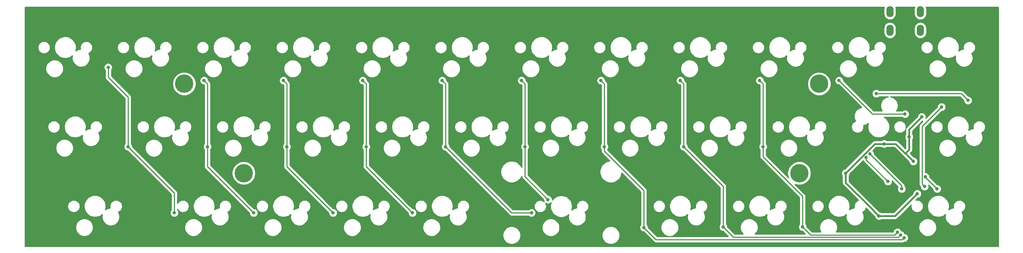
<source format=gtl>
G04 #@! TF.GenerationSoftware,KiCad,Pcbnew,5.1.4+dfsg1-1*
G04 #@! TF.CreationDate,2020-03-31T10:31:59+02:00*
G04 #@! TF.ProjectId,alpha34,616c7068-6133-4342-9e6b-696361645f70,rev?*
G04 #@! TF.SameCoordinates,Original*
G04 #@! TF.FileFunction,Copper,L1,Top*
G04 #@! TF.FilePolarity,Positive*
%FSLAX46Y46*%
G04 Gerber Fmt 4.6, Leading zero omitted, Abs format (unit mm)*
G04 Created by KiCad (PCBNEW 5.1.4+dfsg1-1) date 2020-03-31 10:31:59*
%MOMM*%
%LPD*%
G04 APERTURE LIST*
%ADD10O,1.700000X2.700000*%
%ADD11C,4.400000*%
%ADD12C,0.800000*%
%ADD13C,0.381000*%
%ADD14C,0.254000*%
G04 APERTURE END LIST*
D10*
X240031250Y-74477000D03*
X247331250Y-74477000D03*
X247331250Y-69977000D03*
X240031250Y-69977000D03*
D11*
X218281250Y-108743750D03*
X84931250Y-108743750D03*
X223043750Y-87312500D03*
X70643750Y-87312500D03*
D12*
X254000000Y-73818750D03*
X213518750Y-73818750D03*
X199231250Y-92868750D03*
X158750000Y-124618750D03*
X179387500Y-124618750D03*
X198437500Y-123031250D03*
X217487500Y-122237500D03*
X189706250Y-109537500D03*
X160337500Y-108743750D03*
X113506250Y-108743750D03*
X223837500Y-108743750D03*
X229393750Y-108743768D03*
X237378875Y-119014875D03*
X246570658Y-113709126D03*
X245640890Y-105913482D03*
X238632998Y-101727000D03*
X244601996Y-100076000D03*
X247650000Y-95250000D03*
X258762500Y-91281250D03*
X236728000Y-89662002D03*
X239522000Y-110744000D03*
X234315000Y-104990989D03*
X248494720Y-109632750D03*
X251336000Y-112525000D03*
X248338899Y-111940899D03*
X252412500Y-92868750D03*
X57150004Y-102393750D03*
X52387500Y-83343750D03*
X68262494Y-118268750D03*
X76200000Y-102393750D03*
X75406250Y-86518750D03*
X87312500Y-118268776D03*
X95250000Y-102393750D03*
X94456250Y-86518750D03*
X106362500Y-118268750D03*
X114300000Y-102393750D03*
X113506250Y-86518750D03*
X125412500Y-118268750D03*
X133350000Y-102393750D03*
X132556250Y-86518750D03*
X153987500Y-118268750D03*
X157956250Y-115093750D03*
X152400000Y-102393750D03*
X151606238Y-86518750D03*
X180975000Y-121793000D03*
X171450000Y-102393750D03*
X170656250Y-86518750D03*
X243415923Y-124266107D03*
X190500000Y-102393750D03*
X189706230Y-86518750D03*
X242576231Y-123576191D03*
X200025000Y-121666000D03*
X209550000Y-102393750D03*
X208756234Y-86518750D03*
X241808000Y-122935998D03*
X219075000Y-121666000D03*
X227806250Y-86518750D03*
X242824000Y-112522000D03*
X235204000Y-104140000D03*
X243636976Y-94564026D03*
D13*
X229393750Y-111029742D02*
X229393750Y-108743768D01*
X235108758Y-116744750D02*
X229393750Y-111029742D01*
X235108758Y-116744758D02*
X235108758Y-116744750D01*
X237378875Y-119014875D02*
X235108758Y-116744758D01*
X241264909Y-119014875D02*
X246570658Y-113709126D01*
X237378875Y-119014875D02*
X241264909Y-119014875D01*
X243706279Y-104006247D02*
X243733655Y-104006247D01*
X243733655Y-104006247D02*
X245240891Y-105513483D01*
X245240891Y-105513483D02*
X245640890Y-105913482D01*
X241427032Y-101727000D02*
X239198683Y-101727000D01*
X239198683Y-101727000D02*
X238632998Y-101727000D01*
X229393750Y-108743768D02*
X236410518Y-101727000D01*
X238067313Y-101727000D02*
X238632998Y-101727000D01*
X236410518Y-101727000D02*
X238067313Y-101727000D01*
X243706279Y-104006247D02*
X241427032Y-101727000D01*
X244601996Y-103110530D02*
X244601996Y-100641685D01*
X244601996Y-100641685D02*
X244601996Y-100076000D01*
X243706279Y-104006247D02*
X244601996Y-103110530D01*
X247250001Y-95649999D02*
X247650000Y-95250000D01*
X244601996Y-100076000D02*
X244601996Y-98298004D01*
X244601996Y-98298004D02*
X247250001Y-95649999D01*
D14*
X258762500Y-91281250D02*
X257143252Y-89662002D01*
X237293685Y-89662002D02*
X236728000Y-89662002D01*
X257143252Y-89662002D02*
X237293685Y-89662002D01*
X239522000Y-110744000D02*
X234315000Y-105537000D01*
X234315000Y-105537000D02*
X234315000Y-104990989D01*
X248494720Y-109683720D02*
X248494720Y-109632750D01*
X251336000Y-112525000D02*
X248494720Y-109683720D01*
X252012501Y-93268749D02*
X252412500Y-92868750D01*
X247767719Y-111369719D02*
X247767719Y-97513531D01*
X248338899Y-111940899D02*
X247767719Y-111369719D01*
X247767719Y-97513531D02*
X252012501Y-93268749D01*
X57150004Y-90487504D02*
X57150004Y-102393750D01*
X52387500Y-83343750D02*
X52387500Y-85725000D01*
X52387500Y-85725000D02*
X57150004Y-90487504D01*
X68262494Y-113506240D02*
X68262494Y-117703065D01*
X57150004Y-102393750D02*
X68262494Y-113506240D01*
X68262494Y-117703065D02*
X68262494Y-118268750D01*
X76200000Y-102393750D02*
X76200000Y-87312500D01*
X76200000Y-87312500D02*
X75806249Y-86918749D01*
X75806249Y-86918749D02*
X75406250Y-86518750D01*
X76200000Y-107156276D02*
X87312500Y-118268776D01*
X76200000Y-102393750D02*
X76200000Y-107156276D01*
X95250000Y-102393750D02*
X95250000Y-87312500D01*
X95250000Y-87312500D02*
X94856249Y-86918749D01*
X94856249Y-86918749D02*
X94456250Y-86518750D01*
X95250000Y-102393750D02*
X95250000Y-107156250D01*
X105962501Y-117868751D02*
X106362500Y-118268750D01*
X95250000Y-107156250D02*
X105962501Y-117868751D01*
X114300000Y-87312500D02*
X113906249Y-86918749D01*
X113906249Y-86918749D02*
X113506250Y-86518750D01*
X114300000Y-102393750D02*
X114300000Y-87312500D01*
X125012501Y-117868751D02*
X125412500Y-118268750D01*
X114300000Y-107156250D02*
X125012501Y-117868751D01*
X114300000Y-102393750D02*
X114300000Y-107156250D01*
X133350000Y-87312500D02*
X132956249Y-86918749D01*
X133350000Y-102393750D02*
X133350000Y-87312500D01*
X132956249Y-86918749D02*
X132556250Y-86518750D01*
X153421815Y-118268750D02*
X153987500Y-118268750D01*
X133350000Y-102393750D02*
X149225000Y-118268750D01*
X149225000Y-118268750D02*
X153421815Y-118268750D01*
X157956250Y-115093750D02*
X152400000Y-109537500D01*
X152400000Y-109537500D02*
X152400000Y-102393750D01*
X152400000Y-87312512D02*
X152006237Y-86918749D01*
X152006237Y-86918749D02*
X151606238Y-86518750D01*
X152400000Y-102393750D02*
X152400000Y-87312512D01*
X180975000Y-112935066D02*
X180975000Y-121227315D01*
X171450000Y-103410066D02*
X180975000Y-112935066D01*
X180975000Y-121227315D02*
X180975000Y-121793000D01*
X171450000Y-102393750D02*
X171450000Y-103410066D01*
X171056249Y-86918749D02*
X170656250Y-86518750D01*
X171450000Y-102393750D02*
X171450000Y-87312500D01*
X171450000Y-87312500D02*
X171056249Y-86918749D01*
X183848106Y-124666106D02*
X243015924Y-124666106D01*
X243015924Y-124666106D02*
X243415923Y-124266107D01*
X180975000Y-121793000D02*
X183848106Y-124666106D01*
X190500000Y-87312520D02*
X190106229Y-86918749D01*
X190500000Y-102393750D02*
X190500000Y-87312520D01*
X190106229Y-86918749D02*
X189706230Y-86518750D01*
X202456991Y-124097991D02*
X242054431Y-124097991D01*
X242176232Y-123976190D02*
X242576231Y-123576191D01*
X200025000Y-121666000D02*
X202456991Y-124097991D01*
X242054431Y-124097991D02*
X242176232Y-123976190D01*
X190500000Y-102393750D02*
X200025000Y-111918750D01*
X200025000Y-111918750D02*
X200025000Y-121666000D01*
X209550000Y-87312516D02*
X209156233Y-86918749D01*
X209156233Y-86918749D02*
X208756234Y-86518750D01*
X209550000Y-102393750D02*
X209550000Y-87312516D01*
X219075000Y-121666000D02*
X220997251Y-123588251D01*
X241408001Y-123335997D02*
X241808000Y-122935998D01*
X220997251Y-123588251D02*
X241155747Y-123588251D01*
X241155747Y-123588251D02*
X241408001Y-123335997D01*
X209550000Y-102393750D02*
X209550000Y-104775000D01*
X219075000Y-114300000D02*
X219075000Y-121666000D01*
X209550000Y-104775000D02*
X219075000Y-114300000D01*
X242824000Y-112522000D02*
X242824000Y-111760000D01*
X242824000Y-111760000D02*
X235204000Y-104140000D01*
X235851526Y-94564026D02*
X243071291Y-94564026D01*
X227806250Y-86518750D02*
X235851526Y-94564026D01*
X243071291Y-94564026D02*
X243636976Y-94564026D01*
G36*
X238567737Y-69185889D02*
G01*
X238546250Y-69404050D01*
X238546250Y-70549949D01*
X238567737Y-70768110D01*
X238652651Y-71048033D01*
X238790544Y-71306013D01*
X238976116Y-71532134D01*
X239202236Y-71717706D01*
X239460216Y-71855599D01*
X239740139Y-71940513D01*
X240031250Y-71969185D01*
X240322360Y-71940513D01*
X240602283Y-71855599D01*
X240860263Y-71717706D01*
X241086384Y-71532134D01*
X241271956Y-71306014D01*
X241409849Y-71048034D01*
X241494763Y-70768111D01*
X241516250Y-70549950D01*
X241516250Y-69404050D01*
X241494763Y-69185889D01*
X241414865Y-68922500D01*
X245947635Y-68922500D01*
X245867737Y-69185889D01*
X245846250Y-69404050D01*
X245846250Y-70549949D01*
X245867737Y-70768110D01*
X245952651Y-71048033D01*
X246090544Y-71306013D01*
X246276116Y-71532134D01*
X246502236Y-71717706D01*
X246760216Y-71855599D01*
X247040139Y-71940513D01*
X247331250Y-71969185D01*
X247622360Y-71940513D01*
X247902283Y-71855599D01*
X248160263Y-71717706D01*
X248386384Y-71532134D01*
X248571956Y-71306014D01*
X248709849Y-71048034D01*
X248794763Y-70768111D01*
X248816250Y-70549950D01*
X248816250Y-69404050D01*
X248794763Y-69185889D01*
X248714865Y-68922500D01*
X265873971Y-68922500D01*
X265931612Y-68928152D01*
X265956013Y-68935519D01*
X265978515Y-68947483D01*
X265998264Y-68963591D01*
X266014509Y-68983227D01*
X266026633Y-69005651D01*
X266034168Y-69029992D01*
X266040000Y-69085476D01*
X266040001Y-126173961D01*
X266034348Y-126231614D01*
X266026982Y-126256010D01*
X266015016Y-126278516D01*
X265998909Y-126298264D01*
X265979273Y-126314509D01*
X265956849Y-126326633D01*
X265932508Y-126334168D01*
X265877025Y-126340000D01*
X32576029Y-126340000D01*
X32518386Y-126334348D01*
X32493990Y-126326982D01*
X32471484Y-126315016D01*
X32451736Y-126298909D01*
X32435491Y-126279273D01*
X32423367Y-126256849D01*
X32415832Y-126232508D01*
X32410000Y-126177025D01*
X32410000Y-121550971D01*
X44537500Y-121550971D01*
X44537500Y-121971529D01*
X44619547Y-122384006D01*
X44780488Y-122772552D01*
X45014137Y-123122233D01*
X45311517Y-123419613D01*
X45661198Y-123653262D01*
X46049744Y-123814203D01*
X46462221Y-123896250D01*
X46882779Y-123896250D01*
X47295256Y-123814203D01*
X47683802Y-123653262D01*
X48033483Y-123419613D01*
X48330863Y-123122233D01*
X48564512Y-122772552D01*
X48725453Y-122384006D01*
X48807500Y-121971529D01*
X48807500Y-121550971D01*
X70731250Y-121550971D01*
X70731250Y-121971529D01*
X70813297Y-122384006D01*
X70974238Y-122772552D01*
X71207887Y-123122233D01*
X71505267Y-123419613D01*
X71854948Y-123653262D01*
X72243494Y-123814203D01*
X72655971Y-123896250D01*
X73076529Y-123896250D01*
X73489006Y-123814203D01*
X73877552Y-123653262D01*
X74227233Y-123419613D01*
X74524613Y-123122233D01*
X74758262Y-122772552D01*
X74919203Y-122384006D01*
X75001250Y-121971529D01*
X75001250Y-121550971D01*
X89781250Y-121550971D01*
X89781250Y-121971529D01*
X89863297Y-122384006D01*
X90024238Y-122772552D01*
X90257887Y-123122233D01*
X90555267Y-123419613D01*
X90904948Y-123653262D01*
X91293494Y-123814203D01*
X91705971Y-123896250D01*
X92126529Y-123896250D01*
X92539006Y-123814203D01*
X92927552Y-123653262D01*
X93277233Y-123419613D01*
X93574613Y-123122233D01*
X93808262Y-122772552D01*
X93969203Y-122384006D01*
X94051250Y-121971529D01*
X94051250Y-121550971D01*
X108831250Y-121550971D01*
X108831250Y-121971529D01*
X108913297Y-122384006D01*
X109074238Y-122772552D01*
X109307887Y-123122233D01*
X109605267Y-123419613D01*
X109954948Y-123653262D01*
X110343494Y-123814203D01*
X110755971Y-123896250D01*
X111176529Y-123896250D01*
X111589006Y-123814203D01*
X111977552Y-123653262D01*
X112327233Y-123419613D01*
X112624613Y-123122233D01*
X112858262Y-122772552D01*
X113019203Y-122384006D01*
X113101250Y-121971529D01*
X113101250Y-121550971D01*
X127881250Y-121550971D01*
X127881250Y-121971529D01*
X127963297Y-122384006D01*
X128124238Y-122772552D01*
X128357887Y-123122233D01*
X128655267Y-123419613D01*
X129004948Y-123653262D01*
X129393494Y-123814203D01*
X129805971Y-123896250D01*
X130226529Y-123896250D01*
X130639006Y-123814203D01*
X131027552Y-123653262D01*
X131326357Y-123453607D01*
X147072250Y-123453607D01*
X147072250Y-123878893D01*
X147155220Y-124296007D01*
X147317969Y-124688920D01*
X147554246Y-125042532D01*
X147854968Y-125343254D01*
X148208580Y-125579531D01*
X148601493Y-125742280D01*
X149018607Y-125825250D01*
X149443893Y-125825250D01*
X149861007Y-125742280D01*
X150253920Y-125579531D01*
X150607532Y-125343254D01*
X150908254Y-125042532D01*
X151144531Y-124688920D01*
X151307280Y-124296007D01*
X151390250Y-123878893D01*
X151390250Y-123453607D01*
X151307280Y-123036493D01*
X151144531Y-122643580D01*
X150908254Y-122289968D01*
X150607532Y-121989246D01*
X150253920Y-121752969D01*
X149861007Y-121590220D01*
X149823308Y-121582721D01*
X156488000Y-121582721D01*
X156488000Y-122003279D01*
X156570047Y-122415756D01*
X156730988Y-122804302D01*
X156964637Y-123153983D01*
X157262017Y-123451363D01*
X157611698Y-123685012D01*
X158000244Y-123845953D01*
X158412721Y-123928000D01*
X158833279Y-123928000D01*
X159245756Y-123845953D01*
X159634302Y-123685012D01*
X159980624Y-123453607D01*
X170872250Y-123453607D01*
X170872250Y-123878893D01*
X170955220Y-124296007D01*
X171117969Y-124688920D01*
X171354246Y-125042532D01*
X171654968Y-125343254D01*
X172008580Y-125579531D01*
X172401493Y-125742280D01*
X172818607Y-125825250D01*
X173243893Y-125825250D01*
X173661007Y-125742280D01*
X174053920Y-125579531D01*
X174407532Y-125343254D01*
X174708254Y-125042532D01*
X174944531Y-124688920D01*
X175107280Y-124296007D01*
X175190250Y-123878893D01*
X175190250Y-123453607D01*
X175107280Y-123036493D01*
X174944531Y-122643580D01*
X174708254Y-122289968D01*
X174407532Y-121989246D01*
X174053920Y-121752969D01*
X173661007Y-121590220D01*
X173243893Y-121507250D01*
X172818607Y-121507250D01*
X172401493Y-121590220D01*
X172008580Y-121752969D01*
X171654968Y-121989246D01*
X171354246Y-122289968D01*
X171117969Y-122643580D01*
X170955220Y-123036493D01*
X170872250Y-123453607D01*
X159980624Y-123453607D01*
X159983983Y-123451363D01*
X160281363Y-123153983D01*
X160515012Y-122804302D01*
X160675953Y-122415756D01*
X160758000Y-122003279D01*
X160758000Y-121582721D01*
X160675953Y-121170244D01*
X160515012Y-120781698D01*
X160281363Y-120432017D01*
X159983983Y-120134637D01*
X159634302Y-119900988D01*
X159245756Y-119740047D01*
X158833279Y-119658000D01*
X158412721Y-119658000D01*
X158000244Y-119740047D01*
X157611698Y-119900988D01*
X157262017Y-120134637D01*
X156964637Y-120432017D01*
X156730988Y-120781698D01*
X156570047Y-121170244D01*
X156488000Y-121582721D01*
X149823308Y-121582721D01*
X149443893Y-121507250D01*
X149018607Y-121507250D01*
X148601493Y-121590220D01*
X148208580Y-121752969D01*
X147854968Y-121989246D01*
X147554246Y-122289968D01*
X147317969Y-122643580D01*
X147155220Y-123036493D01*
X147072250Y-123453607D01*
X131326357Y-123453607D01*
X131377233Y-123419613D01*
X131674613Y-123122233D01*
X131908262Y-122772552D01*
X132069203Y-122384006D01*
X132151250Y-121971529D01*
X132151250Y-121550971D01*
X132069203Y-121138494D01*
X131908262Y-120749948D01*
X131674613Y-120400267D01*
X131377233Y-120102887D01*
X131027552Y-119869238D01*
X130639006Y-119708297D01*
X130226529Y-119626250D01*
X129805971Y-119626250D01*
X129393494Y-119708297D01*
X129004948Y-119869238D01*
X128655267Y-120102887D01*
X128357887Y-120400267D01*
X128124238Y-120749948D01*
X127963297Y-121138494D01*
X127881250Y-121550971D01*
X113101250Y-121550971D01*
X113019203Y-121138494D01*
X112858262Y-120749948D01*
X112624613Y-120400267D01*
X112327233Y-120102887D01*
X111977552Y-119869238D01*
X111589006Y-119708297D01*
X111176529Y-119626250D01*
X110755971Y-119626250D01*
X110343494Y-119708297D01*
X109954948Y-119869238D01*
X109605267Y-120102887D01*
X109307887Y-120400267D01*
X109074238Y-120749948D01*
X108913297Y-121138494D01*
X108831250Y-121550971D01*
X94051250Y-121550971D01*
X93969203Y-121138494D01*
X93808262Y-120749948D01*
X93574613Y-120400267D01*
X93277233Y-120102887D01*
X92927552Y-119869238D01*
X92539006Y-119708297D01*
X92126529Y-119626250D01*
X91705971Y-119626250D01*
X91293494Y-119708297D01*
X90904948Y-119869238D01*
X90555267Y-120102887D01*
X90257887Y-120400267D01*
X90024238Y-120749948D01*
X89863297Y-121138494D01*
X89781250Y-121550971D01*
X75001250Y-121550971D01*
X74919203Y-121138494D01*
X74758262Y-120749948D01*
X74524613Y-120400267D01*
X74227233Y-120102887D01*
X73877552Y-119869238D01*
X73489006Y-119708297D01*
X73076529Y-119626250D01*
X72655971Y-119626250D01*
X72243494Y-119708297D01*
X71854948Y-119869238D01*
X71505267Y-120102887D01*
X71207887Y-120400267D01*
X70974238Y-120749948D01*
X70813297Y-121138494D01*
X70731250Y-121550971D01*
X48807500Y-121550971D01*
X48725453Y-121138494D01*
X48564512Y-120749948D01*
X48330863Y-120400267D01*
X48033483Y-120102887D01*
X47683802Y-119869238D01*
X47295256Y-119708297D01*
X46882779Y-119626250D01*
X46462221Y-119626250D01*
X46049744Y-119708297D01*
X45661198Y-119869238D01*
X45311517Y-120102887D01*
X45014137Y-120400267D01*
X44780488Y-120749948D01*
X44619547Y-121138494D01*
X44537500Y-121550971D01*
X32410000Y-121550971D01*
X32410000Y-116534902D01*
X42646600Y-116534902D01*
X42646600Y-116827598D01*
X42703702Y-117114671D01*
X42815712Y-117385088D01*
X42978326Y-117628456D01*
X43185294Y-117835424D01*
X43428662Y-117998038D01*
X43699079Y-118110048D01*
X43986152Y-118167150D01*
X44278848Y-118167150D01*
X44565921Y-118110048D01*
X44836338Y-117998038D01*
X45079706Y-117835424D01*
X45286674Y-117628456D01*
X45449288Y-117385088D01*
X45561298Y-117114671D01*
X45618400Y-116827598D01*
X45618400Y-116534902D01*
X45596008Y-116422326D01*
X46583600Y-116422326D01*
X46583600Y-116940174D01*
X46684627Y-117448072D01*
X46882799Y-117926501D01*
X47170500Y-118357076D01*
X47536674Y-118723250D01*
X47967249Y-119010951D01*
X48445678Y-119209123D01*
X48953576Y-119310150D01*
X49471424Y-119310150D01*
X49979322Y-119209123D01*
X50457751Y-119010951D01*
X50888326Y-118723250D01*
X50958737Y-118652839D01*
X50887500Y-119010971D01*
X50887500Y-119431529D01*
X50969547Y-119844006D01*
X51130488Y-120232552D01*
X51364137Y-120582233D01*
X51661517Y-120879613D01*
X52011198Y-121113262D01*
X52399744Y-121274203D01*
X52812221Y-121356250D01*
X53232779Y-121356250D01*
X53645256Y-121274203D01*
X54033802Y-121113262D01*
X54383483Y-120879613D01*
X54680863Y-120582233D01*
X54914512Y-120232552D01*
X55075453Y-119844006D01*
X55157500Y-119431529D01*
X55157500Y-119010971D01*
X55075453Y-118598494D01*
X54914512Y-118209948D01*
X54821350Y-118070520D01*
X54996338Y-117998038D01*
X55239706Y-117835424D01*
X55446674Y-117628456D01*
X55609288Y-117385088D01*
X55721298Y-117114671D01*
X55778400Y-116827598D01*
X55778400Y-116534902D01*
X55721298Y-116247829D01*
X55609288Y-115977412D01*
X55446674Y-115734044D01*
X55239706Y-115527076D01*
X54996338Y-115364462D01*
X54725921Y-115252452D01*
X54438848Y-115195350D01*
X54146152Y-115195350D01*
X53859079Y-115252452D01*
X53588662Y-115364462D01*
X53345294Y-115527076D01*
X53138326Y-115734044D01*
X52975712Y-115977412D01*
X52863702Y-116247829D01*
X52806600Y-116534902D01*
X52806600Y-116827598D01*
X52858049Y-117086250D01*
X52812221Y-117086250D01*
X52399744Y-117168297D01*
X52011198Y-117329238D01*
X51704792Y-117533971D01*
X51740373Y-117448072D01*
X51841400Y-116940174D01*
X51841400Y-116422326D01*
X51740373Y-115914428D01*
X51542201Y-115435999D01*
X51254500Y-115005424D01*
X50888326Y-114639250D01*
X50457751Y-114351549D01*
X49979322Y-114153377D01*
X49471424Y-114052350D01*
X48953576Y-114052350D01*
X48445678Y-114153377D01*
X47967249Y-114351549D01*
X47536674Y-114639250D01*
X47170500Y-115005424D01*
X46882799Y-115435999D01*
X46684627Y-115914428D01*
X46583600Y-116422326D01*
X45596008Y-116422326D01*
X45561298Y-116247829D01*
X45449288Y-115977412D01*
X45286674Y-115734044D01*
X45079706Y-115527076D01*
X44836338Y-115364462D01*
X44565921Y-115252452D01*
X44278848Y-115195350D01*
X43986152Y-115195350D01*
X43699079Y-115252452D01*
X43428662Y-115364462D01*
X43185294Y-115527076D01*
X42978326Y-115734044D01*
X42815712Y-115977412D01*
X42703702Y-116247829D01*
X42646600Y-116534902D01*
X32410000Y-116534902D01*
X32410000Y-102500971D01*
X39775000Y-102500971D01*
X39775000Y-102921529D01*
X39857047Y-103334006D01*
X40017988Y-103722552D01*
X40251637Y-104072233D01*
X40549017Y-104369613D01*
X40898698Y-104603262D01*
X41287244Y-104764203D01*
X41699721Y-104846250D01*
X42120279Y-104846250D01*
X42532756Y-104764203D01*
X42921302Y-104603262D01*
X43270983Y-104369613D01*
X43568363Y-104072233D01*
X43802012Y-103722552D01*
X43962953Y-103334006D01*
X44045000Y-102921529D01*
X44045000Y-102500971D01*
X43962953Y-102088494D01*
X43802012Y-101699948D01*
X43568363Y-101350267D01*
X43270983Y-101052887D01*
X42921302Y-100819238D01*
X42532756Y-100658297D01*
X42120279Y-100576250D01*
X41699721Y-100576250D01*
X41287244Y-100658297D01*
X40898698Y-100819238D01*
X40549017Y-101052887D01*
X40251637Y-101350267D01*
X40017988Y-101699948D01*
X39857047Y-102088494D01*
X39775000Y-102500971D01*
X32410000Y-102500971D01*
X32410000Y-97484902D01*
X37884100Y-97484902D01*
X37884100Y-97777598D01*
X37941202Y-98064671D01*
X38053212Y-98335088D01*
X38215826Y-98578456D01*
X38422794Y-98785424D01*
X38666162Y-98948038D01*
X38936579Y-99060048D01*
X39223652Y-99117150D01*
X39516348Y-99117150D01*
X39803421Y-99060048D01*
X40073838Y-98948038D01*
X40317206Y-98785424D01*
X40524174Y-98578456D01*
X40686788Y-98335088D01*
X40798798Y-98064671D01*
X40855900Y-97777598D01*
X40855900Y-97484902D01*
X40833508Y-97372326D01*
X41821100Y-97372326D01*
X41821100Y-97890174D01*
X41922127Y-98398072D01*
X42120299Y-98876501D01*
X42408000Y-99307076D01*
X42774174Y-99673250D01*
X43204749Y-99960951D01*
X43683178Y-100159123D01*
X44191076Y-100260150D01*
X44708924Y-100260150D01*
X45216822Y-100159123D01*
X45695251Y-99960951D01*
X46125826Y-99673250D01*
X46196237Y-99602839D01*
X46125000Y-99960971D01*
X46125000Y-100381529D01*
X46207047Y-100794006D01*
X46367988Y-101182552D01*
X46601637Y-101532233D01*
X46899017Y-101829613D01*
X47248698Y-102063262D01*
X47637244Y-102224203D01*
X48049721Y-102306250D01*
X48470279Y-102306250D01*
X48882756Y-102224203D01*
X49271302Y-102063262D01*
X49620983Y-101829613D01*
X49918363Y-101532233D01*
X50152012Y-101182552D01*
X50312953Y-100794006D01*
X50395000Y-100381529D01*
X50395000Y-99960971D01*
X50312953Y-99548494D01*
X50152012Y-99159948D01*
X50058850Y-99020520D01*
X50233838Y-98948038D01*
X50477206Y-98785424D01*
X50684174Y-98578456D01*
X50846788Y-98335088D01*
X50958798Y-98064671D01*
X51015900Y-97777598D01*
X51015900Y-97484902D01*
X50958798Y-97197829D01*
X50846788Y-96927412D01*
X50684174Y-96684044D01*
X50477206Y-96477076D01*
X50233838Y-96314462D01*
X49963421Y-96202452D01*
X49676348Y-96145350D01*
X49383652Y-96145350D01*
X49096579Y-96202452D01*
X48826162Y-96314462D01*
X48582794Y-96477076D01*
X48375826Y-96684044D01*
X48213212Y-96927412D01*
X48101202Y-97197829D01*
X48044100Y-97484902D01*
X48044100Y-97777598D01*
X48095549Y-98036250D01*
X48049721Y-98036250D01*
X47637244Y-98118297D01*
X47248698Y-98279238D01*
X46942292Y-98483971D01*
X46977873Y-98398072D01*
X47078900Y-97890174D01*
X47078900Y-97372326D01*
X46977873Y-96864428D01*
X46779701Y-96385999D01*
X46492000Y-95955424D01*
X46125826Y-95589250D01*
X45695251Y-95301549D01*
X45216822Y-95103377D01*
X44708924Y-95002350D01*
X44191076Y-95002350D01*
X43683178Y-95103377D01*
X43204749Y-95301549D01*
X42774174Y-95589250D01*
X42408000Y-95955424D01*
X42120299Y-96385999D01*
X41922127Y-96864428D01*
X41821100Y-97372326D01*
X40833508Y-97372326D01*
X40798798Y-97197829D01*
X40686788Y-96927412D01*
X40524174Y-96684044D01*
X40317206Y-96477076D01*
X40073838Y-96314462D01*
X39803421Y-96202452D01*
X39516348Y-96145350D01*
X39223652Y-96145350D01*
X38936579Y-96202452D01*
X38666162Y-96314462D01*
X38422794Y-96477076D01*
X38215826Y-96684044D01*
X38053212Y-96927412D01*
X37941202Y-97197829D01*
X37884100Y-97484902D01*
X32410000Y-97484902D01*
X32410000Y-83450971D01*
X37393750Y-83450971D01*
X37393750Y-83871529D01*
X37475797Y-84284006D01*
X37636738Y-84672552D01*
X37870387Y-85022233D01*
X38167767Y-85319613D01*
X38517448Y-85553262D01*
X38905994Y-85714203D01*
X39318471Y-85796250D01*
X39739029Y-85796250D01*
X40151506Y-85714203D01*
X40540052Y-85553262D01*
X40889733Y-85319613D01*
X41187113Y-85022233D01*
X41420762Y-84672552D01*
X41581703Y-84284006D01*
X41663750Y-83871529D01*
X41663750Y-83450971D01*
X41581703Y-83038494D01*
X41420762Y-82649948D01*
X41187113Y-82300267D01*
X40889733Y-82002887D01*
X40540052Y-81769238D01*
X40151506Y-81608297D01*
X39739029Y-81526250D01*
X39318471Y-81526250D01*
X38905994Y-81608297D01*
X38517448Y-81769238D01*
X38167767Y-82002887D01*
X37870387Y-82300267D01*
X37636738Y-82649948D01*
X37475797Y-83038494D01*
X37393750Y-83450971D01*
X32410000Y-83450971D01*
X32410000Y-78434902D01*
X35502850Y-78434902D01*
X35502850Y-78727598D01*
X35559952Y-79014671D01*
X35671962Y-79285088D01*
X35834576Y-79528456D01*
X36041544Y-79735424D01*
X36284912Y-79898038D01*
X36555329Y-80010048D01*
X36842402Y-80067150D01*
X37135098Y-80067150D01*
X37422171Y-80010048D01*
X37692588Y-79898038D01*
X37935956Y-79735424D01*
X38142924Y-79528456D01*
X38305538Y-79285088D01*
X38417548Y-79014671D01*
X38474650Y-78727598D01*
X38474650Y-78434902D01*
X38452258Y-78322326D01*
X39439850Y-78322326D01*
X39439850Y-78840174D01*
X39540877Y-79348072D01*
X39739049Y-79826501D01*
X40026750Y-80257076D01*
X40392924Y-80623250D01*
X40823499Y-80910951D01*
X41301928Y-81109123D01*
X41809826Y-81210150D01*
X42327674Y-81210150D01*
X42835572Y-81109123D01*
X43314001Y-80910951D01*
X43744576Y-80623250D01*
X43814987Y-80552839D01*
X43743750Y-80910971D01*
X43743750Y-81331529D01*
X43825797Y-81744006D01*
X43986738Y-82132552D01*
X44220387Y-82482233D01*
X44517767Y-82779613D01*
X44867448Y-83013262D01*
X45255994Y-83174203D01*
X45668471Y-83256250D01*
X46089029Y-83256250D01*
X46161618Y-83241811D01*
X51352500Y-83241811D01*
X51352500Y-83445689D01*
X51392274Y-83645648D01*
X51470295Y-83834006D01*
X51583563Y-84003524D01*
X51625500Y-84045461D01*
X51625501Y-85687567D01*
X51621814Y-85725000D01*
X51636527Y-85874378D01*
X51680099Y-86018015D01*
X51750855Y-86150392D01*
X51800881Y-86211348D01*
X51846079Y-86266422D01*
X51875149Y-86290279D01*
X56388004Y-90803135D01*
X56388005Y-101692038D01*
X56346067Y-101733976D01*
X56232799Y-101903494D01*
X56154778Y-102091852D01*
X56115004Y-102291811D01*
X56115004Y-102495689D01*
X56154778Y-102695648D01*
X56232799Y-102884006D01*
X56346067Y-103053524D01*
X56490230Y-103197687D01*
X56659748Y-103310955D01*
X56848106Y-103388976D01*
X57048065Y-103428750D01*
X57107374Y-103428750D01*
X67500494Y-113821871D01*
X67500495Y-117567038D01*
X67458557Y-117608976D01*
X67345289Y-117778494D01*
X67267268Y-117966852D01*
X67227494Y-118166811D01*
X67227494Y-118370689D01*
X67267268Y-118570648D01*
X67345289Y-118759006D01*
X67458557Y-118928524D01*
X67602720Y-119072687D01*
X67772238Y-119185955D01*
X67960596Y-119263976D01*
X68160555Y-119303750D01*
X68364433Y-119303750D01*
X68564392Y-119263976D01*
X68752750Y-119185955D01*
X68922268Y-119072687D01*
X69066431Y-118928524D01*
X69179699Y-118759006D01*
X69257720Y-118570648D01*
X69297494Y-118370689D01*
X69297494Y-118166811D01*
X69257720Y-117966852D01*
X69179699Y-117778494D01*
X69066431Y-117608976D01*
X69024494Y-117567039D01*
X69024494Y-117407585D01*
X69172076Y-117628456D01*
X69379044Y-117835424D01*
X69622412Y-117998038D01*
X69892829Y-118110048D01*
X70179902Y-118167150D01*
X70472598Y-118167150D01*
X70759671Y-118110048D01*
X71030088Y-117998038D01*
X71273456Y-117835424D01*
X71480424Y-117628456D01*
X71643038Y-117385088D01*
X71755048Y-117114671D01*
X71812150Y-116827598D01*
X71812150Y-116534902D01*
X71789758Y-116422326D01*
X72777350Y-116422326D01*
X72777350Y-116940174D01*
X72878377Y-117448072D01*
X73076549Y-117926501D01*
X73364250Y-118357076D01*
X73730424Y-118723250D01*
X74160999Y-119010951D01*
X74639428Y-119209123D01*
X75147326Y-119310150D01*
X75665174Y-119310150D01*
X76173072Y-119209123D01*
X76651501Y-119010951D01*
X77082076Y-118723250D01*
X77152487Y-118652839D01*
X77081250Y-119010971D01*
X77081250Y-119431529D01*
X77163297Y-119844006D01*
X77324238Y-120232552D01*
X77557887Y-120582233D01*
X77855267Y-120879613D01*
X78204948Y-121113262D01*
X78593494Y-121274203D01*
X79005971Y-121356250D01*
X79426529Y-121356250D01*
X79839006Y-121274203D01*
X80227552Y-121113262D01*
X80577233Y-120879613D01*
X80874613Y-120582233D01*
X81108262Y-120232552D01*
X81269203Y-119844006D01*
X81351250Y-119431529D01*
X81351250Y-119010971D01*
X81269203Y-118598494D01*
X81108262Y-118209948D01*
X81015100Y-118070520D01*
X81190088Y-117998038D01*
X81433456Y-117835424D01*
X81640424Y-117628456D01*
X81803038Y-117385088D01*
X81915048Y-117114671D01*
X81972150Y-116827598D01*
X81972150Y-116534902D01*
X81915048Y-116247829D01*
X81803038Y-115977412D01*
X81640424Y-115734044D01*
X81433456Y-115527076D01*
X81190088Y-115364462D01*
X80919671Y-115252452D01*
X80632598Y-115195350D01*
X80339902Y-115195350D01*
X80052829Y-115252452D01*
X79782412Y-115364462D01*
X79539044Y-115527076D01*
X79332076Y-115734044D01*
X79169462Y-115977412D01*
X79057452Y-116247829D01*
X79000350Y-116534902D01*
X79000350Y-116827598D01*
X79051799Y-117086250D01*
X79005971Y-117086250D01*
X78593494Y-117168297D01*
X78204948Y-117329238D01*
X77898542Y-117533971D01*
X77934123Y-117448072D01*
X78035150Y-116940174D01*
X78035150Y-116422326D01*
X77934123Y-115914428D01*
X77735951Y-115435999D01*
X77448250Y-115005424D01*
X77082076Y-114639250D01*
X76651501Y-114351549D01*
X76173072Y-114153377D01*
X75665174Y-114052350D01*
X75147326Y-114052350D01*
X74639428Y-114153377D01*
X74160999Y-114351549D01*
X73730424Y-114639250D01*
X73364250Y-115005424D01*
X73076549Y-115435999D01*
X72878377Y-115914428D01*
X72777350Y-116422326D01*
X71789758Y-116422326D01*
X71755048Y-116247829D01*
X71643038Y-115977412D01*
X71480424Y-115734044D01*
X71273456Y-115527076D01*
X71030088Y-115364462D01*
X70759671Y-115252452D01*
X70472598Y-115195350D01*
X70179902Y-115195350D01*
X69892829Y-115252452D01*
X69622412Y-115364462D01*
X69379044Y-115527076D01*
X69172076Y-115734044D01*
X69024494Y-115954915D01*
X69024494Y-113543662D01*
X69028180Y-113506239D01*
X69021873Y-113442205D01*
X69013468Y-113356862D01*
X68969896Y-113213225D01*
X68899139Y-113080848D01*
X68803916Y-112964818D01*
X68774847Y-112940962D01*
X58334856Y-102500971D01*
X61206250Y-102500971D01*
X61206250Y-102921529D01*
X61288297Y-103334006D01*
X61449238Y-103722552D01*
X61682887Y-104072233D01*
X61980267Y-104369613D01*
X62329948Y-104603262D01*
X62718494Y-104764203D01*
X63130971Y-104846250D01*
X63551529Y-104846250D01*
X63964006Y-104764203D01*
X64352552Y-104603262D01*
X64702233Y-104369613D01*
X64999613Y-104072233D01*
X65233262Y-103722552D01*
X65394203Y-103334006D01*
X65476250Y-102921529D01*
X65476250Y-102500971D01*
X65394203Y-102088494D01*
X65233262Y-101699948D01*
X64999613Y-101350267D01*
X64702233Y-101052887D01*
X64352552Y-100819238D01*
X63964006Y-100658297D01*
X63551529Y-100576250D01*
X63130971Y-100576250D01*
X62718494Y-100658297D01*
X62329948Y-100819238D01*
X61980267Y-101052887D01*
X61682887Y-101350267D01*
X61449238Y-101699948D01*
X61288297Y-102088494D01*
X61206250Y-102500971D01*
X58334856Y-102500971D01*
X58185004Y-102351120D01*
X58185004Y-102291811D01*
X58145230Y-102091852D01*
X58067209Y-101903494D01*
X57953941Y-101733976D01*
X57912004Y-101692039D01*
X57912004Y-97484902D01*
X59315350Y-97484902D01*
X59315350Y-97777598D01*
X59372452Y-98064671D01*
X59484462Y-98335088D01*
X59647076Y-98578456D01*
X59854044Y-98785424D01*
X60097412Y-98948038D01*
X60367829Y-99060048D01*
X60654902Y-99117150D01*
X60947598Y-99117150D01*
X61234671Y-99060048D01*
X61505088Y-98948038D01*
X61748456Y-98785424D01*
X61955424Y-98578456D01*
X62118038Y-98335088D01*
X62230048Y-98064671D01*
X62287150Y-97777598D01*
X62287150Y-97484902D01*
X62264758Y-97372326D01*
X63252350Y-97372326D01*
X63252350Y-97890174D01*
X63353377Y-98398072D01*
X63551549Y-98876501D01*
X63839250Y-99307076D01*
X64205424Y-99673250D01*
X64635999Y-99960951D01*
X65114428Y-100159123D01*
X65622326Y-100260150D01*
X66140174Y-100260150D01*
X66648072Y-100159123D01*
X67126501Y-99960951D01*
X67557076Y-99673250D01*
X67627487Y-99602839D01*
X67556250Y-99960971D01*
X67556250Y-100381529D01*
X67638297Y-100794006D01*
X67799238Y-101182552D01*
X68032887Y-101532233D01*
X68330267Y-101829613D01*
X68679948Y-102063262D01*
X69068494Y-102224203D01*
X69480971Y-102306250D01*
X69901529Y-102306250D01*
X70314006Y-102224203D01*
X70702552Y-102063262D01*
X71052233Y-101829613D01*
X71349613Y-101532233D01*
X71583262Y-101182552D01*
X71744203Y-100794006D01*
X71826250Y-100381529D01*
X71826250Y-99960971D01*
X71744203Y-99548494D01*
X71583262Y-99159948D01*
X71490100Y-99020520D01*
X71665088Y-98948038D01*
X71908456Y-98785424D01*
X72115424Y-98578456D01*
X72278038Y-98335088D01*
X72390048Y-98064671D01*
X72447150Y-97777598D01*
X72447150Y-97484902D01*
X72390048Y-97197829D01*
X72278038Y-96927412D01*
X72115424Y-96684044D01*
X71908456Y-96477076D01*
X71665088Y-96314462D01*
X71394671Y-96202452D01*
X71107598Y-96145350D01*
X70814902Y-96145350D01*
X70527829Y-96202452D01*
X70257412Y-96314462D01*
X70014044Y-96477076D01*
X69807076Y-96684044D01*
X69644462Y-96927412D01*
X69532452Y-97197829D01*
X69475350Y-97484902D01*
X69475350Y-97777598D01*
X69526799Y-98036250D01*
X69480971Y-98036250D01*
X69068494Y-98118297D01*
X68679948Y-98279238D01*
X68373542Y-98483971D01*
X68409123Y-98398072D01*
X68510150Y-97890174D01*
X68510150Y-97372326D01*
X68409123Y-96864428D01*
X68210951Y-96385999D01*
X67923250Y-95955424D01*
X67557076Y-95589250D01*
X67126501Y-95301549D01*
X66648072Y-95103377D01*
X66140174Y-95002350D01*
X65622326Y-95002350D01*
X65114428Y-95103377D01*
X64635999Y-95301549D01*
X64205424Y-95589250D01*
X63839250Y-95955424D01*
X63551549Y-96385999D01*
X63353377Y-96864428D01*
X63252350Y-97372326D01*
X62264758Y-97372326D01*
X62230048Y-97197829D01*
X62118038Y-96927412D01*
X61955424Y-96684044D01*
X61748456Y-96477076D01*
X61505088Y-96314462D01*
X61234671Y-96202452D01*
X60947598Y-96145350D01*
X60654902Y-96145350D01*
X60367829Y-96202452D01*
X60097412Y-96314462D01*
X59854044Y-96477076D01*
X59647076Y-96684044D01*
X59484462Y-96927412D01*
X59372452Y-97197829D01*
X59315350Y-97484902D01*
X57912004Y-97484902D01*
X57912004Y-90524927D01*
X57915690Y-90487504D01*
X57912004Y-90450078D01*
X57900978Y-90338126D01*
X57857406Y-90194489D01*
X57786650Y-90062113D01*
X57786649Y-90062111D01*
X57715283Y-89975152D01*
X57691426Y-89946082D01*
X57662357Y-89922226D01*
X54773408Y-87033277D01*
X67808750Y-87033277D01*
X67808750Y-87591723D01*
X67917698Y-88139439D01*
X68131406Y-88655376D01*
X68441662Y-89119707D01*
X68836543Y-89514588D01*
X69300874Y-89824844D01*
X69816811Y-90038552D01*
X70364527Y-90147500D01*
X70922973Y-90147500D01*
X71470689Y-90038552D01*
X71986626Y-89824844D01*
X72450957Y-89514588D01*
X72845838Y-89119707D01*
X73156094Y-88655376D01*
X73369802Y-88139439D01*
X73478750Y-87591723D01*
X73478750Y-87033277D01*
X73369802Y-86485561D01*
X73341325Y-86416811D01*
X74371250Y-86416811D01*
X74371250Y-86620689D01*
X74411024Y-86820648D01*
X74489045Y-87009006D01*
X74602313Y-87178524D01*
X74746476Y-87322687D01*
X74915994Y-87435955D01*
X75104352Y-87513976D01*
X75304311Y-87553750D01*
X75363620Y-87553750D01*
X75438001Y-87628131D01*
X75438000Y-101692039D01*
X75396063Y-101733976D01*
X75282795Y-101903494D01*
X75204774Y-102091852D01*
X75165000Y-102291811D01*
X75165000Y-102495689D01*
X75204774Y-102695648D01*
X75282795Y-102884006D01*
X75396063Y-103053524D01*
X75438000Y-103095461D01*
X75438001Y-107118843D01*
X75434314Y-107156276D01*
X75449027Y-107305654D01*
X75492599Y-107449291D01*
X75563355Y-107581668D01*
X75627172Y-107659428D01*
X75658579Y-107697698D01*
X75687649Y-107721555D01*
X86277500Y-118311407D01*
X86277500Y-118370715D01*
X86317274Y-118570674D01*
X86395295Y-118759032D01*
X86508563Y-118928550D01*
X86652726Y-119072713D01*
X86822244Y-119185981D01*
X87010602Y-119264002D01*
X87210561Y-119303776D01*
X87414439Y-119303776D01*
X87614398Y-119264002D01*
X87802756Y-119185981D01*
X87972274Y-119072713D01*
X88116437Y-118928550D01*
X88229705Y-118759032D01*
X88307726Y-118570674D01*
X88347500Y-118370715D01*
X88347500Y-118166837D01*
X88307726Y-117966878D01*
X88229705Y-117778520D01*
X88116437Y-117609002D01*
X87972274Y-117464839D01*
X87802756Y-117351571D01*
X87614398Y-117273550D01*
X87414439Y-117233776D01*
X87355131Y-117233776D01*
X86656257Y-116534902D01*
X87890350Y-116534902D01*
X87890350Y-116827598D01*
X87947452Y-117114671D01*
X88059462Y-117385088D01*
X88222076Y-117628456D01*
X88429044Y-117835424D01*
X88672412Y-117998038D01*
X88942829Y-118110048D01*
X89229902Y-118167150D01*
X89522598Y-118167150D01*
X89809671Y-118110048D01*
X90080088Y-117998038D01*
X90323456Y-117835424D01*
X90530424Y-117628456D01*
X90693038Y-117385088D01*
X90805048Y-117114671D01*
X90862150Y-116827598D01*
X90862150Y-116534902D01*
X90839758Y-116422326D01*
X91827350Y-116422326D01*
X91827350Y-116940174D01*
X91928377Y-117448072D01*
X92126549Y-117926501D01*
X92414250Y-118357076D01*
X92780424Y-118723250D01*
X93210999Y-119010951D01*
X93689428Y-119209123D01*
X94197326Y-119310150D01*
X94715174Y-119310150D01*
X95223072Y-119209123D01*
X95701501Y-119010951D01*
X96132076Y-118723250D01*
X96202487Y-118652839D01*
X96131250Y-119010971D01*
X96131250Y-119431529D01*
X96213297Y-119844006D01*
X96374238Y-120232552D01*
X96607887Y-120582233D01*
X96905267Y-120879613D01*
X97254948Y-121113262D01*
X97643494Y-121274203D01*
X98055971Y-121356250D01*
X98476529Y-121356250D01*
X98889006Y-121274203D01*
X99277552Y-121113262D01*
X99627233Y-120879613D01*
X99924613Y-120582233D01*
X100158262Y-120232552D01*
X100319203Y-119844006D01*
X100401250Y-119431529D01*
X100401250Y-119010971D01*
X100319203Y-118598494D01*
X100158262Y-118209948D01*
X100065100Y-118070520D01*
X100240088Y-117998038D01*
X100483456Y-117835424D01*
X100690424Y-117628456D01*
X100853038Y-117385088D01*
X100965048Y-117114671D01*
X101022150Y-116827598D01*
X101022150Y-116534902D01*
X100965048Y-116247829D01*
X100853038Y-115977412D01*
X100690424Y-115734044D01*
X100483456Y-115527076D01*
X100240088Y-115364462D01*
X99969671Y-115252452D01*
X99682598Y-115195350D01*
X99389902Y-115195350D01*
X99102829Y-115252452D01*
X98832412Y-115364462D01*
X98589044Y-115527076D01*
X98382076Y-115734044D01*
X98219462Y-115977412D01*
X98107452Y-116247829D01*
X98050350Y-116534902D01*
X98050350Y-116827598D01*
X98101799Y-117086250D01*
X98055971Y-117086250D01*
X97643494Y-117168297D01*
X97254948Y-117329238D01*
X96948542Y-117533971D01*
X96984123Y-117448072D01*
X97085150Y-116940174D01*
X97085150Y-116422326D01*
X96984123Y-115914428D01*
X96785951Y-115435999D01*
X96498250Y-115005424D01*
X96132076Y-114639250D01*
X95701501Y-114351549D01*
X95223072Y-114153377D01*
X94715174Y-114052350D01*
X94197326Y-114052350D01*
X93689428Y-114153377D01*
X93210999Y-114351549D01*
X92780424Y-114639250D01*
X92414250Y-115005424D01*
X92126549Y-115435999D01*
X91928377Y-115914428D01*
X91827350Y-116422326D01*
X90839758Y-116422326D01*
X90805048Y-116247829D01*
X90693038Y-115977412D01*
X90530424Y-115734044D01*
X90323456Y-115527076D01*
X90080088Y-115364462D01*
X89809671Y-115252452D01*
X89522598Y-115195350D01*
X89229902Y-115195350D01*
X88942829Y-115252452D01*
X88672412Y-115364462D01*
X88429044Y-115527076D01*
X88222076Y-115734044D01*
X88059462Y-115977412D01*
X87947452Y-116247829D01*
X87890350Y-116534902D01*
X86656257Y-116534902D01*
X78585882Y-108464527D01*
X82096250Y-108464527D01*
X82096250Y-109022973D01*
X82205198Y-109570689D01*
X82418906Y-110086626D01*
X82729162Y-110550957D01*
X83124043Y-110945838D01*
X83588374Y-111256094D01*
X84104311Y-111469802D01*
X84652027Y-111578750D01*
X85210473Y-111578750D01*
X85758189Y-111469802D01*
X86274126Y-111256094D01*
X86738457Y-110945838D01*
X87133338Y-110550957D01*
X87443594Y-110086626D01*
X87657302Y-109570689D01*
X87766250Y-109022973D01*
X87766250Y-108464527D01*
X87657302Y-107916811D01*
X87443594Y-107400874D01*
X87133338Y-106936543D01*
X86738457Y-106541662D01*
X86274126Y-106231406D01*
X85758189Y-106017698D01*
X85210473Y-105908750D01*
X84652027Y-105908750D01*
X84104311Y-106017698D01*
X83588374Y-106231406D01*
X83124043Y-106541662D01*
X82729162Y-106936543D01*
X82418906Y-107400874D01*
X82205198Y-107916811D01*
X82096250Y-108464527D01*
X78585882Y-108464527D01*
X76962000Y-106840646D01*
X76962000Y-103095461D01*
X77003937Y-103053524D01*
X77117205Y-102884006D01*
X77195226Y-102695648D01*
X77233949Y-102500971D01*
X80256250Y-102500971D01*
X80256250Y-102921529D01*
X80338297Y-103334006D01*
X80499238Y-103722552D01*
X80732887Y-104072233D01*
X81030267Y-104369613D01*
X81379948Y-104603262D01*
X81768494Y-104764203D01*
X82180971Y-104846250D01*
X82601529Y-104846250D01*
X83014006Y-104764203D01*
X83402552Y-104603262D01*
X83752233Y-104369613D01*
X84049613Y-104072233D01*
X84283262Y-103722552D01*
X84444203Y-103334006D01*
X84526250Y-102921529D01*
X84526250Y-102500971D01*
X84444203Y-102088494D01*
X84283262Y-101699948D01*
X84049613Y-101350267D01*
X83752233Y-101052887D01*
X83402552Y-100819238D01*
X83014006Y-100658297D01*
X82601529Y-100576250D01*
X82180971Y-100576250D01*
X81768494Y-100658297D01*
X81379948Y-100819238D01*
X81030267Y-101052887D01*
X80732887Y-101350267D01*
X80499238Y-101699948D01*
X80338297Y-102088494D01*
X80256250Y-102500971D01*
X77233949Y-102500971D01*
X77235000Y-102495689D01*
X77235000Y-102291811D01*
X77195226Y-102091852D01*
X77117205Y-101903494D01*
X77003937Y-101733976D01*
X76962000Y-101692039D01*
X76962000Y-97484902D01*
X78365350Y-97484902D01*
X78365350Y-97777598D01*
X78422452Y-98064671D01*
X78534462Y-98335088D01*
X78697076Y-98578456D01*
X78904044Y-98785424D01*
X79147412Y-98948038D01*
X79417829Y-99060048D01*
X79704902Y-99117150D01*
X79997598Y-99117150D01*
X80284671Y-99060048D01*
X80555088Y-98948038D01*
X80798456Y-98785424D01*
X81005424Y-98578456D01*
X81168038Y-98335088D01*
X81280048Y-98064671D01*
X81337150Y-97777598D01*
X81337150Y-97484902D01*
X81314758Y-97372326D01*
X82302350Y-97372326D01*
X82302350Y-97890174D01*
X82403377Y-98398072D01*
X82601549Y-98876501D01*
X82889250Y-99307076D01*
X83255424Y-99673250D01*
X83685999Y-99960951D01*
X84164428Y-100159123D01*
X84672326Y-100260150D01*
X85190174Y-100260150D01*
X85698072Y-100159123D01*
X86176501Y-99960951D01*
X86607076Y-99673250D01*
X86677487Y-99602839D01*
X86606250Y-99960971D01*
X86606250Y-100381529D01*
X86688297Y-100794006D01*
X86849238Y-101182552D01*
X87082887Y-101532233D01*
X87380267Y-101829613D01*
X87729948Y-102063262D01*
X88118494Y-102224203D01*
X88530971Y-102306250D01*
X88951529Y-102306250D01*
X89364006Y-102224203D01*
X89752552Y-102063262D01*
X90102233Y-101829613D01*
X90399613Y-101532233D01*
X90633262Y-101182552D01*
X90794203Y-100794006D01*
X90876250Y-100381529D01*
X90876250Y-99960971D01*
X90794203Y-99548494D01*
X90633262Y-99159948D01*
X90540100Y-99020520D01*
X90715088Y-98948038D01*
X90958456Y-98785424D01*
X91165424Y-98578456D01*
X91328038Y-98335088D01*
X91440048Y-98064671D01*
X91497150Y-97777598D01*
X91497150Y-97484902D01*
X91440048Y-97197829D01*
X91328038Y-96927412D01*
X91165424Y-96684044D01*
X90958456Y-96477076D01*
X90715088Y-96314462D01*
X90444671Y-96202452D01*
X90157598Y-96145350D01*
X89864902Y-96145350D01*
X89577829Y-96202452D01*
X89307412Y-96314462D01*
X89064044Y-96477076D01*
X88857076Y-96684044D01*
X88694462Y-96927412D01*
X88582452Y-97197829D01*
X88525350Y-97484902D01*
X88525350Y-97777598D01*
X88576799Y-98036250D01*
X88530971Y-98036250D01*
X88118494Y-98118297D01*
X87729948Y-98279238D01*
X87423542Y-98483971D01*
X87459123Y-98398072D01*
X87560150Y-97890174D01*
X87560150Y-97372326D01*
X87459123Y-96864428D01*
X87260951Y-96385999D01*
X86973250Y-95955424D01*
X86607076Y-95589250D01*
X86176501Y-95301549D01*
X85698072Y-95103377D01*
X85190174Y-95002350D01*
X84672326Y-95002350D01*
X84164428Y-95103377D01*
X83685999Y-95301549D01*
X83255424Y-95589250D01*
X82889250Y-95955424D01*
X82601549Y-96385999D01*
X82403377Y-96864428D01*
X82302350Y-97372326D01*
X81314758Y-97372326D01*
X81280048Y-97197829D01*
X81168038Y-96927412D01*
X81005424Y-96684044D01*
X80798456Y-96477076D01*
X80555088Y-96314462D01*
X80284671Y-96202452D01*
X79997598Y-96145350D01*
X79704902Y-96145350D01*
X79417829Y-96202452D01*
X79147412Y-96314462D01*
X78904044Y-96477076D01*
X78697076Y-96684044D01*
X78534462Y-96927412D01*
X78422452Y-97197829D01*
X78365350Y-97484902D01*
X76962000Y-97484902D01*
X76962000Y-87349922D01*
X76965686Y-87312499D01*
X76962000Y-87275074D01*
X76950974Y-87163122D01*
X76907402Y-87019485D01*
X76836645Y-86887108D01*
X76741422Y-86771078D01*
X76712346Y-86747216D01*
X76441250Y-86476120D01*
X76441250Y-86416811D01*
X93421250Y-86416811D01*
X93421250Y-86620689D01*
X93461024Y-86820648D01*
X93539045Y-87009006D01*
X93652313Y-87178524D01*
X93796476Y-87322687D01*
X93965994Y-87435955D01*
X94154352Y-87513976D01*
X94354311Y-87553750D01*
X94413620Y-87553750D01*
X94488001Y-87628131D01*
X94488000Y-101692039D01*
X94446063Y-101733976D01*
X94332795Y-101903494D01*
X94254774Y-102091852D01*
X94215000Y-102291811D01*
X94215000Y-102495689D01*
X94254774Y-102695648D01*
X94332795Y-102884006D01*
X94446063Y-103053524D01*
X94488000Y-103095461D01*
X94488001Y-107118817D01*
X94484314Y-107156250D01*
X94499027Y-107305628D01*
X94542599Y-107449265D01*
X94613355Y-107581642D01*
X94677193Y-107659428D01*
X94708579Y-107697672D01*
X94737649Y-107721529D01*
X105327500Y-118311381D01*
X105327500Y-118370689D01*
X105367274Y-118570648D01*
X105445295Y-118759006D01*
X105558563Y-118928524D01*
X105702726Y-119072687D01*
X105872244Y-119185955D01*
X106060602Y-119263976D01*
X106260561Y-119303750D01*
X106464439Y-119303750D01*
X106664398Y-119263976D01*
X106852756Y-119185955D01*
X107022274Y-119072687D01*
X107166437Y-118928524D01*
X107279705Y-118759006D01*
X107357726Y-118570648D01*
X107397500Y-118370689D01*
X107397500Y-118166811D01*
X107357726Y-117966852D01*
X107279705Y-117778494D01*
X107166437Y-117608976D01*
X107022274Y-117464813D01*
X106852756Y-117351545D01*
X106664398Y-117273524D01*
X106464439Y-117233750D01*
X106405131Y-117233750D01*
X105706283Y-116534902D01*
X106940350Y-116534902D01*
X106940350Y-116827598D01*
X106997452Y-117114671D01*
X107109462Y-117385088D01*
X107272076Y-117628456D01*
X107479044Y-117835424D01*
X107722412Y-117998038D01*
X107992829Y-118110048D01*
X108279902Y-118167150D01*
X108572598Y-118167150D01*
X108859671Y-118110048D01*
X109130088Y-117998038D01*
X109373456Y-117835424D01*
X109580424Y-117628456D01*
X109743038Y-117385088D01*
X109855048Y-117114671D01*
X109912150Y-116827598D01*
X109912150Y-116534902D01*
X109889758Y-116422326D01*
X110877350Y-116422326D01*
X110877350Y-116940174D01*
X110978377Y-117448072D01*
X111176549Y-117926501D01*
X111464250Y-118357076D01*
X111830424Y-118723250D01*
X112260999Y-119010951D01*
X112739428Y-119209123D01*
X113247326Y-119310150D01*
X113765174Y-119310150D01*
X114273072Y-119209123D01*
X114751501Y-119010951D01*
X115182076Y-118723250D01*
X115252487Y-118652839D01*
X115181250Y-119010971D01*
X115181250Y-119431529D01*
X115263297Y-119844006D01*
X115424238Y-120232552D01*
X115657887Y-120582233D01*
X115955267Y-120879613D01*
X116304948Y-121113262D01*
X116693494Y-121274203D01*
X117105971Y-121356250D01*
X117526529Y-121356250D01*
X117939006Y-121274203D01*
X118327552Y-121113262D01*
X118677233Y-120879613D01*
X118974613Y-120582233D01*
X119208262Y-120232552D01*
X119369203Y-119844006D01*
X119451250Y-119431529D01*
X119451250Y-119010971D01*
X119369203Y-118598494D01*
X119208262Y-118209948D01*
X119115100Y-118070520D01*
X119290088Y-117998038D01*
X119533456Y-117835424D01*
X119740424Y-117628456D01*
X119903038Y-117385088D01*
X120015048Y-117114671D01*
X120072150Y-116827598D01*
X120072150Y-116534902D01*
X120015048Y-116247829D01*
X119903038Y-115977412D01*
X119740424Y-115734044D01*
X119533456Y-115527076D01*
X119290088Y-115364462D01*
X119019671Y-115252452D01*
X118732598Y-115195350D01*
X118439902Y-115195350D01*
X118152829Y-115252452D01*
X117882412Y-115364462D01*
X117639044Y-115527076D01*
X117432076Y-115734044D01*
X117269462Y-115977412D01*
X117157452Y-116247829D01*
X117100350Y-116534902D01*
X117100350Y-116827598D01*
X117151799Y-117086250D01*
X117105971Y-117086250D01*
X116693494Y-117168297D01*
X116304948Y-117329238D01*
X115998542Y-117533971D01*
X116034123Y-117448072D01*
X116135150Y-116940174D01*
X116135150Y-116422326D01*
X116034123Y-115914428D01*
X115835951Y-115435999D01*
X115548250Y-115005424D01*
X115182076Y-114639250D01*
X114751501Y-114351549D01*
X114273072Y-114153377D01*
X113765174Y-114052350D01*
X113247326Y-114052350D01*
X112739428Y-114153377D01*
X112260999Y-114351549D01*
X111830424Y-114639250D01*
X111464250Y-115005424D01*
X111176549Y-115435999D01*
X110978377Y-115914428D01*
X110877350Y-116422326D01*
X109889758Y-116422326D01*
X109855048Y-116247829D01*
X109743038Y-115977412D01*
X109580424Y-115734044D01*
X109373456Y-115527076D01*
X109130088Y-115364462D01*
X108859671Y-115252452D01*
X108572598Y-115195350D01*
X108279902Y-115195350D01*
X107992829Y-115252452D01*
X107722412Y-115364462D01*
X107479044Y-115527076D01*
X107272076Y-115734044D01*
X107109462Y-115977412D01*
X106997452Y-116247829D01*
X106940350Y-116534902D01*
X105706283Y-116534902D01*
X96012000Y-106840620D01*
X96012000Y-103095461D01*
X96053937Y-103053524D01*
X96167205Y-102884006D01*
X96245226Y-102695648D01*
X96283949Y-102500971D01*
X99306250Y-102500971D01*
X99306250Y-102921529D01*
X99388297Y-103334006D01*
X99549238Y-103722552D01*
X99782887Y-104072233D01*
X100080267Y-104369613D01*
X100429948Y-104603262D01*
X100818494Y-104764203D01*
X101230971Y-104846250D01*
X101651529Y-104846250D01*
X102064006Y-104764203D01*
X102452552Y-104603262D01*
X102802233Y-104369613D01*
X103099613Y-104072233D01*
X103333262Y-103722552D01*
X103494203Y-103334006D01*
X103576250Y-102921529D01*
X103576250Y-102500971D01*
X103494203Y-102088494D01*
X103333262Y-101699948D01*
X103099613Y-101350267D01*
X102802233Y-101052887D01*
X102452552Y-100819238D01*
X102064006Y-100658297D01*
X101651529Y-100576250D01*
X101230971Y-100576250D01*
X100818494Y-100658297D01*
X100429948Y-100819238D01*
X100080267Y-101052887D01*
X99782887Y-101350267D01*
X99549238Y-101699948D01*
X99388297Y-102088494D01*
X99306250Y-102500971D01*
X96283949Y-102500971D01*
X96285000Y-102495689D01*
X96285000Y-102291811D01*
X96245226Y-102091852D01*
X96167205Y-101903494D01*
X96053937Y-101733976D01*
X96012000Y-101692039D01*
X96012000Y-97484902D01*
X97415350Y-97484902D01*
X97415350Y-97777598D01*
X97472452Y-98064671D01*
X97584462Y-98335088D01*
X97747076Y-98578456D01*
X97954044Y-98785424D01*
X98197412Y-98948038D01*
X98467829Y-99060048D01*
X98754902Y-99117150D01*
X99047598Y-99117150D01*
X99334671Y-99060048D01*
X99605088Y-98948038D01*
X99848456Y-98785424D01*
X100055424Y-98578456D01*
X100218038Y-98335088D01*
X100330048Y-98064671D01*
X100387150Y-97777598D01*
X100387150Y-97484902D01*
X100364758Y-97372326D01*
X101352350Y-97372326D01*
X101352350Y-97890174D01*
X101453377Y-98398072D01*
X101651549Y-98876501D01*
X101939250Y-99307076D01*
X102305424Y-99673250D01*
X102735999Y-99960951D01*
X103214428Y-100159123D01*
X103722326Y-100260150D01*
X104240174Y-100260150D01*
X104748072Y-100159123D01*
X105226501Y-99960951D01*
X105657076Y-99673250D01*
X105727487Y-99602839D01*
X105656250Y-99960971D01*
X105656250Y-100381529D01*
X105738297Y-100794006D01*
X105899238Y-101182552D01*
X106132887Y-101532233D01*
X106430267Y-101829613D01*
X106779948Y-102063262D01*
X107168494Y-102224203D01*
X107580971Y-102306250D01*
X108001529Y-102306250D01*
X108414006Y-102224203D01*
X108802552Y-102063262D01*
X109152233Y-101829613D01*
X109449613Y-101532233D01*
X109683262Y-101182552D01*
X109844203Y-100794006D01*
X109926250Y-100381529D01*
X109926250Y-99960971D01*
X109844203Y-99548494D01*
X109683262Y-99159948D01*
X109590100Y-99020520D01*
X109765088Y-98948038D01*
X110008456Y-98785424D01*
X110215424Y-98578456D01*
X110378038Y-98335088D01*
X110490048Y-98064671D01*
X110547150Y-97777598D01*
X110547150Y-97484902D01*
X110490048Y-97197829D01*
X110378038Y-96927412D01*
X110215424Y-96684044D01*
X110008456Y-96477076D01*
X109765088Y-96314462D01*
X109494671Y-96202452D01*
X109207598Y-96145350D01*
X108914902Y-96145350D01*
X108627829Y-96202452D01*
X108357412Y-96314462D01*
X108114044Y-96477076D01*
X107907076Y-96684044D01*
X107744462Y-96927412D01*
X107632452Y-97197829D01*
X107575350Y-97484902D01*
X107575350Y-97777598D01*
X107626799Y-98036250D01*
X107580971Y-98036250D01*
X107168494Y-98118297D01*
X106779948Y-98279238D01*
X106473542Y-98483971D01*
X106509123Y-98398072D01*
X106610150Y-97890174D01*
X106610150Y-97372326D01*
X106509123Y-96864428D01*
X106310951Y-96385999D01*
X106023250Y-95955424D01*
X105657076Y-95589250D01*
X105226501Y-95301549D01*
X104748072Y-95103377D01*
X104240174Y-95002350D01*
X103722326Y-95002350D01*
X103214428Y-95103377D01*
X102735999Y-95301549D01*
X102305424Y-95589250D01*
X101939250Y-95955424D01*
X101651549Y-96385999D01*
X101453377Y-96864428D01*
X101352350Y-97372326D01*
X100364758Y-97372326D01*
X100330048Y-97197829D01*
X100218038Y-96927412D01*
X100055424Y-96684044D01*
X99848456Y-96477076D01*
X99605088Y-96314462D01*
X99334671Y-96202452D01*
X99047598Y-96145350D01*
X98754902Y-96145350D01*
X98467829Y-96202452D01*
X98197412Y-96314462D01*
X97954044Y-96477076D01*
X97747076Y-96684044D01*
X97584462Y-96927412D01*
X97472452Y-97197829D01*
X97415350Y-97484902D01*
X96012000Y-97484902D01*
X96012000Y-87349922D01*
X96015686Y-87312499D01*
X96012000Y-87275074D01*
X96000974Y-87163122D01*
X95957402Y-87019485D01*
X95886645Y-86887108D01*
X95791422Y-86771078D01*
X95762346Y-86747216D01*
X95491250Y-86476120D01*
X95491250Y-86416811D01*
X112471250Y-86416811D01*
X112471250Y-86620689D01*
X112511024Y-86820648D01*
X112589045Y-87009006D01*
X112702313Y-87178524D01*
X112846476Y-87322687D01*
X113015994Y-87435955D01*
X113204352Y-87513976D01*
X113404311Y-87553750D01*
X113463620Y-87553750D01*
X113538001Y-87628131D01*
X113538000Y-101692039D01*
X113496063Y-101733976D01*
X113382795Y-101903494D01*
X113304774Y-102091852D01*
X113265000Y-102291811D01*
X113265000Y-102495689D01*
X113304774Y-102695648D01*
X113382795Y-102884006D01*
X113496063Y-103053524D01*
X113538000Y-103095461D01*
X113538001Y-107118817D01*
X113534314Y-107156250D01*
X113549027Y-107305628D01*
X113592599Y-107449265D01*
X113663355Y-107581642D01*
X113727193Y-107659428D01*
X113758579Y-107697672D01*
X113787649Y-107721529D01*
X124377500Y-118311381D01*
X124377500Y-118370689D01*
X124417274Y-118570648D01*
X124495295Y-118759006D01*
X124608563Y-118928524D01*
X124752726Y-119072687D01*
X124922244Y-119185955D01*
X125110602Y-119263976D01*
X125310561Y-119303750D01*
X125514439Y-119303750D01*
X125714398Y-119263976D01*
X125902756Y-119185955D01*
X126072274Y-119072687D01*
X126216437Y-118928524D01*
X126329705Y-118759006D01*
X126407726Y-118570648D01*
X126447500Y-118370689D01*
X126447500Y-118166811D01*
X126407726Y-117966852D01*
X126329705Y-117778494D01*
X126216437Y-117608976D01*
X126072274Y-117464813D01*
X125902756Y-117351545D01*
X125714398Y-117273524D01*
X125514439Y-117233750D01*
X125455131Y-117233750D01*
X124756283Y-116534902D01*
X125990350Y-116534902D01*
X125990350Y-116827598D01*
X126047452Y-117114671D01*
X126159462Y-117385088D01*
X126322076Y-117628456D01*
X126529044Y-117835424D01*
X126772412Y-117998038D01*
X127042829Y-118110048D01*
X127329902Y-118167150D01*
X127622598Y-118167150D01*
X127909671Y-118110048D01*
X128180088Y-117998038D01*
X128423456Y-117835424D01*
X128630424Y-117628456D01*
X128793038Y-117385088D01*
X128905048Y-117114671D01*
X128962150Y-116827598D01*
X128962150Y-116534902D01*
X128939758Y-116422326D01*
X129927350Y-116422326D01*
X129927350Y-116940174D01*
X130028377Y-117448072D01*
X130226549Y-117926501D01*
X130514250Y-118357076D01*
X130880424Y-118723250D01*
X131310999Y-119010951D01*
X131789428Y-119209123D01*
X132297326Y-119310150D01*
X132815174Y-119310150D01*
X133323072Y-119209123D01*
X133801501Y-119010951D01*
X134232076Y-118723250D01*
X134302487Y-118652839D01*
X134231250Y-119010971D01*
X134231250Y-119431529D01*
X134313297Y-119844006D01*
X134474238Y-120232552D01*
X134707887Y-120582233D01*
X135005267Y-120879613D01*
X135354948Y-121113262D01*
X135743494Y-121274203D01*
X136155971Y-121356250D01*
X136576529Y-121356250D01*
X136989006Y-121274203D01*
X137377552Y-121113262D01*
X137727233Y-120879613D01*
X138024613Y-120582233D01*
X138258262Y-120232552D01*
X138419203Y-119844006D01*
X138501250Y-119431529D01*
X138501250Y-119010971D01*
X138419203Y-118598494D01*
X138258262Y-118209948D01*
X138165100Y-118070520D01*
X138340088Y-117998038D01*
X138583456Y-117835424D01*
X138790424Y-117628456D01*
X138953038Y-117385088D01*
X139065048Y-117114671D01*
X139122150Y-116827598D01*
X139122150Y-116534902D01*
X139065048Y-116247829D01*
X138953038Y-115977412D01*
X138790424Y-115734044D01*
X138583456Y-115527076D01*
X138340088Y-115364462D01*
X138069671Y-115252452D01*
X137782598Y-115195350D01*
X137489902Y-115195350D01*
X137202829Y-115252452D01*
X136932412Y-115364462D01*
X136689044Y-115527076D01*
X136482076Y-115734044D01*
X136319462Y-115977412D01*
X136207452Y-116247829D01*
X136150350Y-116534902D01*
X136150350Y-116827598D01*
X136201799Y-117086250D01*
X136155971Y-117086250D01*
X135743494Y-117168297D01*
X135354948Y-117329238D01*
X135048542Y-117533971D01*
X135084123Y-117448072D01*
X135185150Y-116940174D01*
X135185150Y-116422326D01*
X135084123Y-115914428D01*
X134885951Y-115435999D01*
X134598250Y-115005424D01*
X134232076Y-114639250D01*
X133801501Y-114351549D01*
X133323072Y-114153377D01*
X132815174Y-114052350D01*
X132297326Y-114052350D01*
X131789428Y-114153377D01*
X131310999Y-114351549D01*
X130880424Y-114639250D01*
X130514250Y-115005424D01*
X130226549Y-115435999D01*
X130028377Y-115914428D01*
X129927350Y-116422326D01*
X128939758Y-116422326D01*
X128905048Y-116247829D01*
X128793038Y-115977412D01*
X128630424Y-115734044D01*
X128423456Y-115527076D01*
X128180088Y-115364462D01*
X127909671Y-115252452D01*
X127622598Y-115195350D01*
X127329902Y-115195350D01*
X127042829Y-115252452D01*
X126772412Y-115364462D01*
X126529044Y-115527076D01*
X126322076Y-115734044D01*
X126159462Y-115977412D01*
X126047452Y-116247829D01*
X125990350Y-116534902D01*
X124756283Y-116534902D01*
X115062000Y-106840620D01*
X115062000Y-103095461D01*
X115103937Y-103053524D01*
X115217205Y-102884006D01*
X115295226Y-102695648D01*
X115333949Y-102500971D01*
X118356250Y-102500971D01*
X118356250Y-102921529D01*
X118438297Y-103334006D01*
X118599238Y-103722552D01*
X118832887Y-104072233D01*
X119130267Y-104369613D01*
X119479948Y-104603262D01*
X119868494Y-104764203D01*
X120280971Y-104846250D01*
X120701529Y-104846250D01*
X121114006Y-104764203D01*
X121502552Y-104603262D01*
X121852233Y-104369613D01*
X122149613Y-104072233D01*
X122383262Y-103722552D01*
X122544203Y-103334006D01*
X122626250Y-102921529D01*
X122626250Y-102500971D01*
X122544203Y-102088494D01*
X122383262Y-101699948D01*
X122149613Y-101350267D01*
X121852233Y-101052887D01*
X121502552Y-100819238D01*
X121114006Y-100658297D01*
X120701529Y-100576250D01*
X120280971Y-100576250D01*
X119868494Y-100658297D01*
X119479948Y-100819238D01*
X119130267Y-101052887D01*
X118832887Y-101350267D01*
X118599238Y-101699948D01*
X118438297Y-102088494D01*
X118356250Y-102500971D01*
X115333949Y-102500971D01*
X115335000Y-102495689D01*
X115335000Y-102291811D01*
X115295226Y-102091852D01*
X115217205Y-101903494D01*
X115103937Y-101733976D01*
X115062000Y-101692039D01*
X115062000Y-97484902D01*
X116465350Y-97484902D01*
X116465350Y-97777598D01*
X116522452Y-98064671D01*
X116634462Y-98335088D01*
X116797076Y-98578456D01*
X117004044Y-98785424D01*
X117247412Y-98948038D01*
X117517829Y-99060048D01*
X117804902Y-99117150D01*
X118097598Y-99117150D01*
X118384671Y-99060048D01*
X118655088Y-98948038D01*
X118898456Y-98785424D01*
X119105424Y-98578456D01*
X119268038Y-98335088D01*
X119380048Y-98064671D01*
X119437150Y-97777598D01*
X119437150Y-97484902D01*
X119414758Y-97372326D01*
X120402350Y-97372326D01*
X120402350Y-97890174D01*
X120503377Y-98398072D01*
X120701549Y-98876501D01*
X120989250Y-99307076D01*
X121355424Y-99673250D01*
X121785999Y-99960951D01*
X122264428Y-100159123D01*
X122772326Y-100260150D01*
X123290174Y-100260150D01*
X123798072Y-100159123D01*
X124276501Y-99960951D01*
X124707076Y-99673250D01*
X124777487Y-99602839D01*
X124706250Y-99960971D01*
X124706250Y-100381529D01*
X124788297Y-100794006D01*
X124949238Y-101182552D01*
X125182887Y-101532233D01*
X125480267Y-101829613D01*
X125829948Y-102063262D01*
X126218494Y-102224203D01*
X126630971Y-102306250D01*
X127051529Y-102306250D01*
X127464006Y-102224203D01*
X127852552Y-102063262D01*
X128202233Y-101829613D01*
X128499613Y-101532233D01*
X128733262Y-101182552D01*
X128894203Y-100794006D01*
X128976250Y-100381529D01*
X128976250Y-99960971D01*
X128894203Y-99548494D01*
X128733262Y-99159948D01*
X128640100Y-99020520D01*
X128815088Y-98948038D01*
X129058456Y-98785424D01*
X129265424Y-98578456D01*
X129428038Y-98335088D01*
X129540048Y-98064671D01*
X129597150Y-97777598D01*
X129597150Y-97484902D01*
X129540048Y-97197829D01*
X129428038Y-96927412D01*
X129265424Y-96684044D01*
X129058456Y-96477076D01*
X128815088Y-96314462D01*
X128544671Y-96202452D01*
X128257598Y-96145350D01*
X127964902Y-96145350D01*
X127677829Y-96202452D01*
X127407412Y-96314462D01*
X127164044Y-96477076D01*
X126957076Y-96684044D01*
X126794462Y-96927412D01*
X126682452Y-97197829D01*
X126625350Y-97484902D01*
X126625350Y-97777598D01*
X126676799Y-98036250D01*
X126630971Y-98036250D01*
X126218494Y-98118297D01*
X125829948Y-98279238D01*
X125523542Y-98483971D01*
X125559123Y-98398072D01*
X125660150Y-97890174D01*
X125660150Y-97372326D01*
X125559123Y-96864428D01*
X125360951Y-96385999D01*
X125073250Y-95955424D01*
X124707076Y-95589250D01*
X124276501Y-95301549D01*
X123798072Y-95103377D01*
X123290174Y-95002350D01*
X122772326Y-95002350D01*
X122264428Y-95103377D01*
X121785999Y-95301549D01*
X121355424Y-95589250D01*
X120989250Y-95955424D01*
X120701549Y-96385999D01*
X120503377Y-96864428D01*
X120402350Y-97372326D01*
X119414758Y-97372326D01*
X119380048Y-97197829D01*
X119268038Y-96927412D01*
X119105424Y-96684044D01*
X118898456Y-96477076D01*
X118655088Y-96314462D01*
X118384671Y-96202452D01*
X118097598Y-96145350D01*
X117804902Y-96145350D01*
X117517829Y-96202452D01*
X117247412Y-96314462D01*
X117004044Y-96477076D01*
X116797076Y-96684044D01*
X116634462Y-96927412D01*
X116522452Y-97197829D01*
X116465350Y-97484902D01*
X115062000Y-97484902D01*
X115062000Y-87349922D01*
X115065686Y-87312499D01*
X115062000Y-87275074D01*
X115050974Y-87163122D01*
X115007402Y-87019485D01*
X114936645Y-86887108D01*
X114841422Y-86771078D01*
X114812346Y-86747216D01*
X114541250Y-86476120D01*
X114541250Y-86416811D01*
X131521250Y-86416811D01*
X131521250Y-86620689D01*
X131561024Y-86820648D01*
X131639045Y-87009006D01*
X131752313Y-87178524D01*
X131896476Y-87322687D01*
X132065994Y-87435955D01*
X132254352Y-87513976D01*
X132454311Y-87553750D01*
X132513620Y-87553750D01*
X132588001Y-87628131D01*
X132588000Y-101692039D01*
X132546063Y-101733976D01*
X132432795Y-101903494D01*
X132354774Y-102091852D01*
X132315000Y-102291811D01*
X132315000Y-102495689D01*
X132354774Y-102695648D01*
X132432795Y-102884006D01*
X132546063Y-103053524D01*
X132690226Y-103197687D01*
X132859744Y-103310955D01*
X133048102Y-103388976D01*
X133248061Y-103428750D01*
X133307370Y-103428750D01*
X148659721Y-118781102D01*
X148683578Y-118810172D01*
X148799608Y-118905395D01*
X148931985Y-118976152D01*
X149075622Y-119019724D01*
X149187574Y-119030750D01*
X149187576Y-119030750D01*
X149224999Y-119034436D01*
X149262422Y-119030750D01*
X153285789Y-119030750D01*
X153327726Y-119072687D01*
X153497244Y-119185955D01*
X153685602Y-119263976D01*
X153885561Y-119303750D01*
X154089439Y-119303750D01*
X154289398Y-119263976D01*
X154477756Y-119185955D01*
X154647274Y-119072687D01*
X154791437Y-118928524D01*
X154904705Y-118759006D01*
X154982726Y-118570648D01*
X155022500Y-118370689D01*
X155022500Y-118166811D01*
X154982726Y-117966852D01*
X154904705Y-117778494D01*
X154791437Y-117608976D01*
X154647274Y-117464813D01*
X154477756Y-117351545D01*
X154289398Y-117273524D01*
X154089439Y-117233750D01*
X153885561Y-117233750D01*
X153685602Y-117273524D01*
X153497244Y-117351545D01*
X153327726Y-117464813D01*
X153285789Y-117506750D01*
X149540631Y-117506750D01*
X140201207Y-108167326D01*
X146602350Y-108167326D01*
X146602350Y-108685174D01*
X146703377Y-109193072D01*
X146901549Y-109671501D01*
X147189250Y-110102076D01*
X147555424Y-110468250D01*
X147985999Y-110755951D01*
X148464428Y-110954123D01*
X148972326Y-111055150D01*
X149490174Y-111055150D01*
X149998072Y-110954123D01*
X150476501Y-110755951D01*
X150907076Y-110468250D01*
X151273250Y-110102076D01*
X151560951Y-109671501D01*
X151638000Y-109485488D01*
X151638000Y-109500077D01*
X151634314Y-109537500D01*
X151638000Y-109574923D01*
X151638000Y-109574925D01*
X151649026Y-109686877D01*
X151692598Y-109830514D01*
X151725535Y-109892135D01*
X151763355Y-109962892D01*
X151774716Y-109976735D01*
X151858578Y-110078922D01*
X151887654Y-110102784D01*
X156921250Y-115136381D01*
X156921250Y-115195689D01*
X156961024Y-115395648D01*
X157028006Y-115557356D01*
X156786838Y-115396212D01*
X156516421Y-115284202D01*
X156229348Y-115227100D01*
X155936652Y-115227100D01*
X155649579Y-115284202D01*
X155379162Y-115396212D01*
X155135794Y-115558826D01*
X154928826Y-115765794D01*
X154766212Y-116009162D01*
X154654202Y-116279579D01*
X154597100Y-116566652D01*
X154597100Y-116859348D01*
X154654202Y-117146421D01*
X154766212Y-117416838D01*
X154928826Y-117660206D01*
X155135794Y-117867174D01*
X155379162Y-118029788D01*
X155649579Y-118141798D01*
X155936652Y-118198900D01*
X156229348Y-118198900D01*
X156516421Y-118141798D01*
X156786838Y-118029788D01*
X157030206Y-117867174D01*
X157237174Y-117660206D01*
X157399788Y-117416838D01*
X157511798Y-117146421D01*
X157568900Y-116859348D01*
X157568900Y-116566652D01*
X157511798Y-116279579D01*
X157399788Y-116009162D01*
X157348553Y-115932484D01*
X157465994Y-116010955D01*
X157654352Y-116088976D01*
X157854311Y-116128750D01*
X158058189Y-116128750D01*
X158258148Y-116088976D01*
X158446506Y-116010955D01*
X158616024Y-115897687D01*
X158682923Y-115830788D01*
X158635127Y-115946178D01*
X158534100Y-116454076D01*
X158534100Y-116971924D01*
X158635127Y-117479822D01*
X158833299Y-117958251D01*
X159121000Y-118388826D01*
X159487174Y-118755000D01*
X159917749Y-119042701D01*
X160396178Y-119240873D01*
X160904076Y-119341900D01*
X161421924Y-119341900D01*
X161929822Y-119240873D01*
X162408251Y-119042701D01*
X162838826Y-118755000D01*
X162909237Y-118684589D01*
X162838000Y-119042721D01*
X162838000Y-119463279D01*
X162920047Y-119875756D01*
X163080988Y-120264302D01*
X163314637Y-120613983D01*
X163612017Y-120911363D01*
X163961698Y-121145012D01*
X164350244Y-121305953D01*
X164762721Y-121388000D01*
X165183279Y-121388000D01*
X165595756Y-121305953D01*
X165984302Y-121145012D01*
X166333983Y-120911363D01*
X166631363Y-120613983D01*
X166865012Y-120264302D01*
X167025953Y-119875756D01*
X167108000Y-119463279D01*
X167108000Y-119042721D01*
X167025953Y-118630244D01*
X166865012Y-118241698D01*
X166771850Y-118102270D01*
X166946838Y-118029788D01*
X167190206Y-117867174D01*
X167397174Y-117660206D01*
X167559788Y-117416838D01*
X167671798Y-117146421D01*
X167728900Y-116859348D01*
X167728900Y-116566652D01*
X167671798Y-116279579D01*
X167559788Y-116009162D01*
X167397174Y-115765794D01*
X167190206Y-115558826D01*
X166946838Y-115396212D01*
X166676421Y-115284202D01*
X166389348Y-115227100D01*
X166096652Y-115227100D01*
X165809579Y-115284202D01*
X165539162Y-115396212D01*
X165295794Y-115558826D01*
X165088826Y-115765794D01*
X164926212Y-116009162D01*
X164814202Y-116279579D01*
X164757100Y-116566652D01*
X164757100Y-116859348D01*
X164808549Y-117118000D01*
X164762721Y-117118000D01*
X164350244Y-117200047D01*
X163961698Y-117360988D01*
X163655292Y-117565721D01*
X163690873Y-117479822D01*
X163791900Y-116971924D01*
X163791900Y-116454076D01*
X163690873Y-115946178D01*
X163492701Y-115467749D01*
X163205000Y-115037174D01*
X162838826Y-114671000D01*
X162408251Y-114383299D01*
X161929822Y-114185127D01*
X161421924Y-114084100D01*
X160904076Y-114084100D01*
X160396178Y-114185127D01*
X159917749Y-114383299D01*
X159487174Y-114671000D01*
X159121000Y-115037174D01*
X158981148Y-115246478D01*
X158991250Y-115195689D01*
X158991250Y-114991811D01*
X158951476Y-114791852D01*
X158873455Y-114603494D01*
X158760187Y-114433976D01*
X158616024Y-114289813D01*
X158446506Y-114176545D01*
X158258148Y-114098524D01*
X158058189Y-114058750D01*
X157998881Y-114058750D01*
X153162000Y-109221870D01*
X153162000Y-103095461D01*
X153203937Y-103053524D01*
X153317205Y-102884006D01*
X153395226Y-102695648D01*
X153433949Y-102500971D01*
X156456250Y-102500971D01*
X156456250Y-102921529D01*
X156538297Y-103334006D01*
X156699238Y-103722552D01*
X156932887Y-104072233D01*
X157230267Y-104369613D01*
X157579948Y-104603262D01*
X157968494Y-104764203D01*
X158380971Y-104846250D01*
X158801529Y-104846250D01*
X159214006Y-104764203D01*
X159602552Y-104603262D01*
X159952233Y-104369613D01*
X160249613Y-104072233D01*
X160483262Y-103722552D01*
X160644203Y-103334006D01*
X160726250Y-102921529D01*
X160726250Y-102500971D01*
X160644203Y-102088494D01*
X160483262Y-101699948D01*
X160249613Y-101350267D01*
X159952233Y-101052887D01*
X159602552Y-100819238D01*
X159214006Y-100658297D01*
X158801529Y-100576250D01*
X158380971Y-100576250D01*
X157968494Y-100658297D01*
X157579948Y-100819238D01*
X157230267Y-101052887D01*
X156932887Y-101350267D01*
X156699238Y-101699948D01*
X156538297Y-102088494D01*
X156456250Y-102500971D01*
X153433949Y-102500971D01*
X153435000Y-102495689D01*
X153435000Y-102291811D01*
X153395226Y-102091852D01*
X153317205Y-101903494D01*
X153203937Y-101733976D01*
X153162000Y-101692039D01*
X153162000Y-97484902D01*
X154565350Y-97484902D01*
X154565350Y-97777598D01*
X154622452Y-98064671D01*
X154734462Y-98335088D01*
X154897076Y-98578456D01*
X155104044Y-98785424D01*
X155347412Y-98948038D01*
X155617829Y-99060048D01*
X155904902Y-99117150D01*
X156197598Y-99117150D01*
X156484671Y-99060048D01*
X156755088Y-98948038D01*
X156998456Y-98785424D01*
X157205424Y-98578456D01*
X157368038Y-98335088D01*
X157480048Y-98064671D01*
X157537150Y-97777598D01*
X157537150Y-97484902D01*
X157514758Y-97372326D01*
X158502350Y-97372326D01*
X158502350Y-97890174D01*
X158603377Y-98398072D01*
X158801549Y-98876501D01*
X159089250Y-99307076D01*
X159455424Y-99673250D01*
X159885999Y-99960951D01*
X160364428Y-100159123D01*
X160872326Y-100260150D01*
X161390174Y-100260150D01*
X161898072Y-100159123D01*
X162376501Y-99960951D01*
X162807076Y-99673250D01*
X162877487Y-99602839D01*
X162806250Y-99960971D01*
X162806250Y-100381529D01*
X162888297Y-100794006D01*
X163049238Y-101182552D01*
X163282887Y-101532233D01*
X163580267Y-101829613D01*
X163929948Y-102063262D01*
X164318494Y-102224203D01*
X164730971Y-102306250D01*
X165151529Y-102306250D01*
X165564006Y-102224203D01*
X165952552Y-102063262D01*
X166302233Y-101829613D01*
X166599613Y-101532233D01*
X166833262Y-101182552D01*
X166994203Y-100794006D01*
X167076250Y-100381529D01*
X167076250Y-99960971D01*
X166994203Y-99548494D01*
X166833262Y-99159948D01*
X166740100Y-99020520D01*
X166915088Y-98948038D01*
X167158456Y-98785424D01*
X167365424Y-98578456D01*
X167528038Y-98335088D01*
X167640048Y-98064671D01*
X167697150Y-97777598D01*
X167697150Y-97484902D01*
X167640048Y-97197829D01*
X167528038Y-96927412D01*
X167365424Y-96684044D01*
X167158456Y-96477076D01*
X166915088Y-96314462D01*
X166644671Y-96202452D01*
X166357598Y-96145350D01*
X166064902Y-96145350D01*
X165777829Y-96202452D01*
X165507412Y-96314462D01*
X165264044Y-96477076D01*
X165057076Y-96684044D01*
X164894462Y-96927412D01*
X164782452Y-97197829D01*
X164725350Y-97484902D01*
X164725350Y-97777598D01*
X164776799Y-98036250D01*
X164730971Y-98036250D01*
X164318494Y-98118297D01*
X163929948Y-98279238D01*
X163623542Y-98483971D01*
X163659123Y-98398072D01*
X163760150Y-97890174D01*
X163760150Y-97372326D01*
X163659123Y-96864428D01*
X163460951Y-96385999D01*
X163173250Y-95955424D01*
X162807076Y-95589250D01*
X162376501Y-95301549D01*
X161898072Y-95103377D01*
X161390174Y-95002350D01*
X160872326Y-95002350D01*
X160364428Y-95103377D01*
X159885999Y-95301549D01*
X159455424Y-95589250D01*
X159089250Y-95955424D01*
X158801549Y-96385999D01*
X158603377Y-96864428D01*
X158502350Y-97372326D01*
X157514758Y-97372326D01*
X157480048Y-97197829D01*
X157368038Y-96927412D01*
X157205424Y-96684044D01*
X156998456Y-96477076D01*
X156755088Y-96314462D01*
X156484671Y-96202452D01*
X156197598Y-96145350D01*
X155904902Y-96145350D01*
X155617829Y-96202452D01*
X155347412Y-96314462D01*
X155104044Y-96477076D01*
X154897076Y-96684044D01*
X154734462Y-96927412D01*
X154622452Y-97197829D01*
X154565350Y-97484902D01*
X153162000Y-97484902D01*
X153162000Y-87349935D01*
X153165686Y-87312512D01*
X153161999Y-87275074D01*
X153150974Y-87163134D01*
X153107402Y-87019497D01*
X153036645Y-86887120D01*
X152941422Y-86771090D01*
X152912346Y-86747228D01*
X152641238Y-86476120D01*
X152641238Y-86416811D01*
X169621250Y-86416811D01*
X169621250Y-86620689D01*
X169661024Y-86820648D01*
X169739045Y-87009006D01*
X169852313Y-87178524D01*
X169996476Y-87322687D01*
X170165994Y-87435955D01*
X170354352Y-87513976D01*
X170554311Y-87553750D01*
X170613620Y-87553750D01*
X170688001Y-87628131D01*
X170688000Y-101692039D01*
X170646063Y-101733976D01*
X170532795Y-101903494D01*
X170454774Y-102091852D01*
X170415000Y-102291811D01*
X170415000Y-102495689D01*
X170454774Y-102695648D01*
X170532795Y-102884006D01*
X170646063Y-103053524D01*
X170688001Y-103095462D01*
X170688001Y-103372633D01*
X170684314Y-103410066D01*
X170699027Y-103559444D01*
X170742599Y-103703081D01*
X170813355Y-103835458D01*
X170847352Y-103876883D01*
X170908579Y-103951488D01*
X170937649Y-103975345D01*
X172761756Y-105799452D01*
X172264428Y-105898377D01*
X171785999Y-106096549D01*
X171355424Y-106384250D01*
X170989250Y-106750424D01*
X170701549Y-107180999D01*
X170503377Y-107659428D01*
X170402350Y-108167326D01*
X170402350Y-108685174D01*
X170503377Y-109193072D01*
X170701549Y-109671501D01*
X170989250Y-110102076D01*
X171355424Y-110468250D01*
X171785999Y-110755951D01*
X172264428Y-110954123D01*
X172772326Y-111055150D01*
X173290174Y-111055150D01*
X173798072Y-110954123D01*
X174276501Y-110755951D01*
X174707076Y-110468250D01*
X175073250Y-110102076D01*
X175360951Y-109671501D01*
X175559123Y-109193072D01*
X175658048Y-108695744D01*
X180213000Y-113250697D01*
X180213001Y-121091288D01*
X180171063Y-121133226D01*
X180057795Y-121302744D01*
X179979774Y-121491102D01*
X179940000Y-121691061D01*
X179940000Y-121894939D01*
X179979774Y-122094898D01*
X180057795Y-122283256D01*
X180171063Y-122452774D01*
X180315226Y-122596937D01*
X180484744Y-122710205D01*
X180673102Y-122788226D01*
X180873061Y-122828000D01*
X180932370Y-122828000D01*
X183282827Y-125178458D01*
X183306684Y-125207528D01*
X183422714Y-125302751D01*
X183555091Y-125373508D01*
X183698728Y-125417080D01*
X183810680Y-125428106D01*
X183810682Y-125428106D01*
X183848105Y-125431792D01*
X183885528Y-125428106D01*
X242978501Y-125428106D01*
X243015924Y-125431792D01*
X243053347Y-125428106D01*
X243053350Y-125428106D01*
X243165302Y-125417080D01*
X243308939Y-125373508D01*
X243441316Y-125302751D01*
X243443319Y-125301107D01*
X243517862Y-125301107D01*
X243717821Y-125261333D01*
X243906179Y-125183312D01*
X244075697Y-125070044D01*
X244219860Y-124925881D01*
X244333128Y-124756363D01*
X244411149Y-124568005D01*
X244450923Y-124368046D01*
X244450923Y-124164168D01*
X244411149Y-123964209D01*
X244333128Y-123775851D01*
X244219860Y-123606333D01*
X244075697Y-123462170D01*
X243906179Y-123348902D01*
X243717821Y-123270881D01*
X243556775Y-123238847D01*
X243493436Y-123085935D01*
X243380168Y-122916417D01*
X243236005Y-122772254D01*
X243066487Y-122658986D01*
X242878129Y-122580965D01*
X242772515Y-122559957D01*
X242725205Y-122445742D01*
X242611937Y-122276224D01*
X242467774Y-122132061D01*
X242298256Y-122018793D01*
X242109898Y-121940772D01*
X241909939Y-121900998D01*
X241706061Y-121900998D01*
X241506102Y-121940772D01*
X241317744Y-122018793D01*
X241148226Y-122132061D01*
X241004063Y-122276224D01*
X240890795Y-122445742D01*
X240812774Y-122634100D01*
X240774553Y-122826251D01*
X227122382Y-122826251D01*
X227158262Y-122772552D01*
X227319203Y-122384006D01*
X227401250Y-121971529D01*
X227401250Y-121550971D01*
X246943750Y-121550971D01*
X246943750Y-121971529D01*
X247025797Y-122384006D01*
X247186738Y-122772552D01*
X247420387Y-123122233D01*
X247717767Y-123419613D01*
X248067448Y-123653262D01*
X248455994Y-123814203D01*
X248868471Y-123896250D01*
X249289029Y-123896250D01*
X249701506Y-123814203D01*
X250090052Y-123653262D01*
X250439733Y-123419613D01*
X250737113Y-123122233D01*
X250970762Y-122772552D01*
X251131703Y-122384006D01*
X251213750Y-121971529D01*
X251213750Y-121550971D01*
X251131703Y-121138494D01*
X250970762Y-120749948D01*
X250737113Y-120400267D01*
X250439733Y-120102887D01*
X250090052Y-119869238D01*
X249701506Y-119708297D01*
X249289029Y-119626250D01*
X248868471Y-119626250D01*
X248455994Y-119708297D01*
X248067448Y-119869238D01*
X247717767Y-120102887D01*
X247420387Y-120400267D01*
X247186738Y-120749948D01*
X247025797Y-121138494D01*
X246943750Y-121550971D01*
X227401250Y-121550971D01*
X227319203Y-121138494D01*
X227158262Y-120749948D01*
X226924613Y-120400267D01*
X226627233Y-120102887D01*
X226277552Y-119869238D01*
X225889006Y-119708297D01*
X225476529Y-119626250D01*
X225055971Y-119626250D01*
X224643494Y-119708297D01*
X224254948Y-119869238D01*
X223905267Y-120102887D01*
X223607887Y-120400267D01*
X223374238Y-120749948D01*
X223213297Y-121138494D01*
X223131250Y-121550971D01*
X223131250Y-121971529D01*
X223213297Y-122384006D01*
X223374238Y-122772552D01*
X223410118Y-122826251D01*
X221312882Y-122826251D01*
X220110000Y-121623370D01*
X220110000Y-121564061D01*
X220070226Y-121364102D01*
X219992205Y-121175744D01*
X219878937Y-121006226D01*
X219837000Y-120964289D01*
X219837000Y-116534902D01*
X221240350Y-116534902D01*
X221240350Y-116827598D01*
X221297452Y-117114671D01*
X221409462Y-117385088D01*
X221572076Y-117628456D01*
X221779044Y-117835424D01*
X222022412Y-117998038D01*
X222292829Y-118110048D01*
X222579902Y-118167150D01*
X222872598Y-118167150D01*
X223159671Y-118110048D01*
X223430088Y-117998038D01*
X223673456Y-117835424D01*
X223880424Y-117628456D01*
X224043038Y-117385088D01*
X224155048Y-117114671D01*
X224212150Y-116827598D01*
X224212150Y-116534902D01*
X224189758Y-116422326D01*
X225177350Y-116422326D01*
X225177350Y-116940174D01*
X225278377Y-117448072D01*
X225476549Y-117926501D01*
X225764250Y-118357076D01*
X226130424Y-118723250D01*
X226560999Y-119010951D01*
X227039428Y-119209123D01*
X227547326Y-119310150D01*
X228065174Y-119310150D01*
X228573072Y-119209123D01*
X229051501Y-119010951D01*
X229482076Y-118723250D01*
X229552487Y-118652839D01*
X229481250Y-119010971D01*
X229481250Y-119431529D01*
X229563297Y-119844006D01*
X229724238Y-120232552D01*
X229957887Y-120582233D01*
X230255267Y-120879613D01*
X230604948Y-121113262D01*
X230993494Y-121274203D01*
X231405971Y-121356250D01*
X231826529Y-121356250D01*
X232239006Y-121274203D01*
X232627552Y-121113262D01*
X232977233Y-120879613D01*
X233274613Y-120582233D01*
X233508262Y-120232552D01*
X233669203Y-119844006D01*
X233751250Y-119431529D01*
X233751250Y-119010971D01*
X233669203Y-118598494D01*
X233508262Y-118209948D01*
X233415100Y-118070520D01*
X233590088Y-117998038D01*
X233833456Y-117835424D01*
X234040424Y-117628456D01*
X234203038Y-117385088D01*
X234313934Y-117117360D01*
X234496334Y-117299760D01*
X234522217Y-117331299D01*
X234553724Y-117357156D01*
X236351447Y-119154879D01*
X236383649Y-119316773D01*
X236461670Y-119505131D01*
X236574938Y-119674649D01*
X236719101Y-119818812D01*
X236888619Y-119932080D01*
X237076977Y-120010101D01*
X237276936Y-120049875D01*
X237480814Y-120049875D01*
X237680773Y-120010101D01*
X237869131Y-119932080D01*
X238006378Y-119840375D01*
X241224359Y-119840375D01*
X241264909Y-119844369D01*
X241305459Y-119840375D01*
X241305462Y-119840375D01*
X241426735Y-119828431D01*
X241582343Y-119781228D01*
X241725751Y-119704574D01*
X241851450Y-119601416D01*
X241877307Y-119569909D01*
X245087745Y-116359472D01*
X245052850Y-116534902D01*
X245052850Y-116827598D01*
X245109952Y-117114671D01*
X245221962Y-117385088D01*
X245384576Y-117628456D01*
X245591544Y-117835424D01*
X245834912Y-117998038D01*
X246105329Y-118110048D01*
X246392402Y-118167150D01*
X246685098Y-118167150D01*
X246972171Y-118110048D01*
X247242588Y-117998038D01*
X247485956Y-117835424D01*
X247692924Y-117628456D01*
X247855538Y-117385088D01*
X247967548Y-117114671D01*
X248024650Y-116827598D01*
X248024650Y-116534902D01*
X248002258Y-116422326D01*
X248989850Y-116422326D01*
X248989850Y-116940174D01*
X249090877Y-117448072D01*
X249289049Y-117926501D01*
X249576750Y-118357076D01*
X249942924Y-118723250D01*
X250373499Y-119010951D01*
X250851928Y-119209123D01*
X251359826Y-119310150D01*
X251877674Y-119310150D01*
X252385572Y-119209123D01*
X252864001Y-119010951D01*
X253294576Y-118723250D01*
X253364987Y-118652839D01*
X253293750Y-119010971D01*
X253293750Y-119431529D01*
X253375797Y-119844006D01*
X253536738Y-120232552D01*
X253770387Y-120582233D01*
X254067767Y-120879613D01*
X254417448Y-121113262D01*
X254805994Y-121274203D01*
X255218471Y-121356250D01*
X255639029Y-121356250D01*
X256051506Y-121274203D01*
X256440052Y-121113262D01*
X256789733Y-120879613D01*
X257087113Y-120582233D01*
X257320762Y-120232552D01*
X257481703Y-119844006D01*
X257563750Y-119431529D01*
X257563750Y-119010971D01*
X257481703Y-118598494D01*
X257320762Y-118209948D01*
X257227600Y-118070520D01*
X257402588Y-117998038D01*
X257645956Y-117835424D01*
X257852924Y-117628456D01*
X258015538Y-117385088D01*
X258127548Y-117114671D01*
X258184650Y-116827598D01*
X258184650Y-116534902D01*
X258127548Y-116247829D01*
X258015538Y-115977412D01*
X257852924Y-115734044D01*
X257645956Y-115527076D01*
X257402588Y-115364462D01*
X257132171Y-115252452D01*
X256845098Y-115195350D01*
X256552402Y-115195350D01*
X256265329Y-115252452D01*
X255994912Y-115364462D01*
X255751544Y-115527076D01*
X255544576Y-115734044D01*
X255381962Y-115977412D01*
X255269952Y-116247829D01*
X255212850Y-116534902D01*
X255212850Y-116827598D01*
X255264299Y-117086250D01*
X255218471Y-117086250D01*
X254805994Y-117168297D01*
X254417448Y-117329238D01*
X254111042Y-117533971D01*
X254146623Y-117448072D01*
X254247650Y-116940174D01*
X254247650Y-116422326D01*
X254146623Y-115914428D01*
X253948451Y-115435999D01*
X253660750Y-115005424D01*
X253294576Y-114639250D01*
X252864001Y-114351549D01*
X252385572Y-114153377D01*
X251877674Y-114052350D01*
X251359826Y-114052350D01*
X250851928Y-114153377D01*
X250373499Y-114351549D01*
X249942924Y-114639250D01*
X249576750Y-115005424D01*
X249289049Y-115435999D01*
X249090877Y-115914428D01*
X248989850Y-116422326D01*
X248002258Y-116422326D01*
X247967548Y-116247829D01*
X247855538Y-115977412D01*
X247692924Y-115734044D01*
X247485956Y-115527076D01*
X247242588Y-115364462D01*
X246972171Y-115252452D01*
X246685098Y-115195350D01*
X246392402Y-115195350D01*
X246216972Y-115230245D01*
X246710663Y-114736554D01*
X246872556Y-114704352D01*
X247060914Y-114626331D01*
X247230432Y-114513063D01*
X247374595Y-114368900D01*
X247487863Y-114199382D01*
X247565884Y-114011024D01*
X247605658Y-113811065D01*
X247605658Y-113607187D01*
X247565884Y-113407228D01*
X247487863Y-113218870D01*
X247374595Y-113049352D01*
X247230432Y-112905189D01*
X247060914Y-112791921D01*
X246872556Y-112713900D01*
X246672597Y-112674126D01*
X246468719Y-112674126D01*
X246268760Y-112713900D01*
X246080402Y-112791921D01*
X245910884Y-112905189D01*
X245766721Y-113049352D01*
X245653453Y-113218870D01*
X245575432Y-113407228D01*
X245543230Y-113569121D01*
X240922977Y-118189375D01*
X238006378Y-118189375D01*
X237869131Y-118097670D01*
X237680773Y-118019649D01*
X237518879Y-117987447D01*
X235721196Y-116189764D01*
X235721150Y-116189708D01*
X235721146Y-116189704D01*
X235695299Y-116158209D01*
X235663803Y-116132361D01*
X230219250Y-110687810D01*
X230219250Y-109371271D01*
X230310955Y-109234024D01*
X230388976Y-109045666D01*
X230421179Y-108883772D01*
X233576722Y-105728229D01*
X233607598Y-105830014D01*
X233640535Y-105891635D01*
X233678355Y-105962392D01*
X233717983Y-106010678D01*
X233773578Y-106078422D01*
X233802654Y-106102284D01*
X238487000Y-110786631D01*
X238487000Y-110845939D01*
X238526774Y-111045898D01*
X238604795Y-111234256D01*
X238718063Y-111403774D01*
X238862226Y-111547937D01*
X239031744Y-111661205D01*
X239220102Y-111739226D01*
X239420061Y-111779000D01*
X239623939Y-111779000D01*
X239823898Y-111739226D01*
X240012256Y-111661205D01*
X240181774Y-111547937D01*
X240325937Y-111403774D01*
X240439205Y-111234256D01*
X240517226Y-111045898D01*
X240557000Y-110845939D01*
X240557000Y-110642061D01*
X240539264Y-110552895D01*
X241951383Y-111965014D01*
X241906795Y-112031744D01*
X241828774Y-112220102D01*
X241789000Y-112420061D01*
X241789000Y-112623939D01*
X241828774Y-112823898D01*
X241906795Y-113012256D01*
X242020063Y-113181774D01*
X242164226Y-113325937D01*
X242333744Y-113439205D01*
X242522102Y-113517226D01*
X242722061Y-113557000D01*
X242925939Y-113557000D01*
X243125898Y-113517226D01*
X243314256Y-113439205D01*
X243483774Y-113325937D01*
X243627937Y-113181774D01*
X243741205Y-113012256D01*
X243819226Y-112823898D01*
X243859000Y-112623939D01*
X243859000Y-112420061D01*
X243819226Y-112220102D01*
X243741205Y-112031744D01*
X243627937Y-111862226D01*
X243586000Y-111820289D01*
X243586000Y-111797422D01*
X243589686Y-111759999D01*
X243580106Y-111662733D01*
X243574974Y-111610622D01*
X243531402Y-111466985D01*
X243460645Y-111334608D01*
X243365422Y-111218578D01*
X243336352Y-111194721D01*
X236239000Y-104097370D01*
X236239000Y-104038061D01*
X236199226Y-103838102D01*
X236121205Y-103649744D01*
X236007937Y-103480226D01*
X235916331Y-103388620D01*
X236752451Y-102552500D01*
X238005495Y-102552500D01*
X238142742Y-102644205D01*
X238331100Y-102722226D01*
X238531059Y-102762000D01*
X238734937Y-102762000D01*
X238934896Y-102722226D01*
X239123254Y-102644205D01*
X239260501Y-102552500D01*
X241085100Y-102552500D01*
X243093885Y-104561286D01*
X243119738Y-104592788D01*
X243159747Y-104625622D01*
X243245436Y-104695946D01*
X243267963Y-104707987D01*
X244613462Y-106053488D01*
X244645664Y-106215380D01*
X244723685Y-106403738D01*
X244836953Y-106573256D01*
X244981116Y-106717419D01*
X245150634Y-106830687D01*
X245338992Y-106908708D01*
X245538951Y-106948482D01*
X245742829Y-106948482D01*
X245942788Y-106908708D01*
X246131146Y-106830687D01*
X246300664Y-106717419D01*
X246444827Y-106573256D01*
X246558095Y-106403738D01*
X246636116Y-106215380D01*
X246675890Y-106015421D01*
X246675890Y-105811543D01*
X246636116Y-105611584D01*
X246558095Y-105423226D01*
X246444827Y-105253708D01*
X246300664Y-105109545D01*
X246131146Y-104996277D01*
X245942788Y-104918256D01*
X245780896Y-104886054D01*
X244887400Y-103992559D01*
X245157036Y-103722923D01*
X245188537Y-103697071D01*
X245288947Y-103574721D01*
X245291695Y-103571373D01*
X245368349Y-103427964D01*
X245373778Y-103410066D01*
X245415552Y-103272356D01*
X245427496Y-103151083D01*
X245427496Y-103151081D01*
X245431490Y-103110531D01*
X245427496Y-103069980D01*
X245427496Y-100703503D01*
X245519201Y-100566256D01*
X245597222Y-100377898D01*
X245636996Y-100177939D01*
X245636996Y-99974061D01*
X245597222Y-99774102D01*
X245519201Y-99585744D01*
X245427496Y-99448497D01*
X245427496Y-98639936D01*
X247790006Y-96277428D01*
X247951898Y-96245226D01*
X247962987Y-96240633D01*
X247255368Y-96948252D01*
X247226298Y-96972109D01*
X247202441Y-97001179D01*
X247202440Y-97001180D01*
X247131074Y-97088139D01*
X247060318Y-97220516D01*
X247016746Y-97364153D01*
X247002033Y-97513531D01*
X247005720Y-97550964D01*
X247005719Y-111332296D01*
X247002033Y-111369719D01*
X247005719Y-111407142D01*
X247005719Y-111407144D01*
X247016745Y-111519096D01*
X247060317Y-111662733D01*
X247060318Y-111662734D01*
X247131074Y-111795111D01*
X247131882Y-111796095D01*
X247226297Y-111911141D01*
X247255373Y-111935003D01*
X247303899Y-111983529D01*
X247303899Y-112042838D01*
X247343673Y-112242797D01*
X247421694Y-112431155D01*
X247534962Y-112600673D01*
X247679125Y-112744836D01*
X247848643Y-112858104D01*
X248037001Y-112936125D01*
X248236960Y-112975899D01*
X248440838Y-112975899D01*
X248640797Y-112936125D01*
X248829155Y-112858104D01*
X248998673Y-112744836D01*
X249142836Y-112600673D01*
X249256104Y-112431155D01*
X249334125Y-112242797D01*
X249373899Y-112042838D01*
X249373899Y-111838960D01*
X249334125Y-111639001D01*
X249307081Y-111573711D01*
X250301000Y-112567630D01*
X250301000Y-112626939D01*
X250340774Y-112826898D01*
X250418795Y-113015256D01*
X250532063Y-113184774D01*
X250676226Y-113328937D01*
X250845744Y-113442205D01*
X251034102Y-113520226D01*
X251234061Y-113560000D01*
X251437939Y-113560000D01*
X251637898Y-113520226D01*
X251826256Y-113442205D01*
X251995774Y-113328937D01*
X252139937Y-113184774D01*
X252253205Y-113015256D01*
X252331226Y-112826898D01*
X252371000Y-112626939D01*
X252371000Y-112423061D01*
X252331226Y-112223102D01*
X252253205Y-112034744D01*
X252139937Y-111865226D01*
X251995774Y-111721063D01*
X251826256Y-111607795D01*
X251637898Y-111529774D01*
X251437939Y-111490000D01*
X251378630Y-111490000D01*
X249529720Y-109641090D01*
X249529720Y-109530811D01*
X249489946Y-109330852D01*
X249411925Y-109142494D01*
X249298657Y-108972976D01*
X249154494Y-108828813D01*
X248984976Y-108715545D01*
X248796618Y-108637524D01*
X248596659Y-108597750D01*
X248529719Y-108597750D01*
X248529719Y-102500971D01*
X251706250Y-102500971D01*
X251706250Y-102921529D01*
X251788297Y-103334006D01*
X251949238Y-103722552D01*
X252182887Y-104072233D01*
X252480267Y-104369613D01*
X252829948Y-104603262D01*
X253218494Y-104764203D01*
X253630971Y-104846250D01*
X254051529Y-104846250D01*
X254464006Y-104764203D01*
X254852552Y-104603262D01*
X255202233Y-104369613D01*
X255499613Y-104072233D01*
X255733262Y-103722552D01*
X255894203Y-103334006D01*
X255976250Y-102921529D01*
X255976250Y-102500971D01*
X255894203Y-102088494D01*
X255733262Y-101699948D01*
X255499613Y-101350267D01*
X255202233Y-101052887D01*
X254852552Y-100819238D01*
X254464006Y-100658297D01*
X254051529Y-100576250D01*
X253630971Y-100576250D01*
X253218494Y-100658297D01*
X252829948Y-100819238D01*
X252480267Y-101052887D01*
X252182887Y-101350267D01*
X251949238Y-101699948D01*
X251788297Y-102088494D01*
X251706250Y-102500971D01*
X248529719Y-102500971D01*
X248529719Y-97829161D01*
X248873978Y-97484902D01*
X249815350Y-97484902D01*
X249815350Y-97777598D01*
X249872452Y-98064671D01*
X249984462Y-98335088D01*
X250147076Y-98578456D01*
X250354044Y-98785424D01*
X250597412Y-98948038D01*
X250867829Y-99060048D01*
X251154902Y-99117150D01*
X251447598Y-99117150D01*
X251734671Y-99060048D01*
X252005088Y-98948038D01*
X252248456Y-98785424D01*
X252455424Y-98578456D01*
X252618038Y-98335088D01*
X252730048Y-98064671D01*
X252787150Y-97777598D01*
X252787150Y-97484902D01*
X252764758Y-97372326D01*
X253752350Y-97372326D01*
X253752350Y-97890174D01*
X253853377Y-98398072D01*
X254051549Y-98876501D01*
X254339250Y-99307076D01*
X254705424Y-99673250D01*
X255135999Y-99960951D01*
X255614428Y-100159123D01*
X256122326Y-100260150D01*
X256640174Y-100260150D01*
X257148072Y-100159123D01*
X257626501Y-99960951D01*
X258057076Y-99673250D01*
X258127487Y-99602839D01*
X258056250Y-99960971D01*
X258056250Y-100381529D01*
X258138297Y-100794006D01*
X258299238Y-101182552D01*
X258532887Y-101532233D01*
X258830267Y-101829613D01*
X259179948Y-102063262D01*
X259568494Y-102224203D01*
X259980971Y-102306250D01*
X260401529Y-102306250D01*
X260814006Y-102224203D01*
X261202552Y-102063262D01*
X261552233Y-101829613D01*
X261849613Y-101532233D01*
X262083262Y-101182552D01*
X262244203Y-100794006D01*
X262326250Y-100381529D01*
X262326250Y-99960971D01*
X262244203Y-99548494D01*
X262083262Y-99159948D01*
X261990100Y-99020520D01*
X262165088Y-98948038D01*
X262408456Y-98785424D01*
X262615424Y-98578456D01*
X262778038Y-98335088D01*
X262890048Y-98064671D01*
X262947150Y-97777598D01*
X262947150Y-97484902D01*
X262890048Y-97197829D01*
X262778038Y-96927412D01*
X262615424Y-96684044D01*
X262408456Y-96477076D01*
X262165088Y-96314462D01*
X261894671Y-96202452D01*
X261607598Y-96145350D01*
X261314902Y-96145350D01*
X261027829Y-96202452D01*
X260757412Y-96314462D01*
X260514044Y-96477076D01*
X260307076Y-96684044D01*
X260144462Y-96927412D01*
X260032452Y-97197829D01*
X259975350Y-97484902D01*
X259975350Y-97777598D01*
X260026799Y-98036250D01*
X259980971Y-98036250D01*
X259568494Y-98118297D01*
X259179948Y-98279238D01*
X258873542Y-98483971D01*
X258909123Y-98398072D01*
X259010150Y-97890174D01*
X259010150Y-97372326D01*
X258909123Y-96864428D01*
X258710951Y-96385999D01*
X258423250Y-95955424D01*
X258057076Y-95589250D01*
X257626501Y-95301549D01*
X257148072Y-95103377D01*
X256640174Y-95002350D01*
X256122326Y-95002350D01*
X255614428Y-95103377D01*
X255135999Y-95301549D01*
X254705424Y-95589250D01*
X254339250Y-95955424D01*
X254051549Y-96385999D01*
X253853377Y-96864428D01*
X253752350Y-97372326D01*
X252764758Y-97372326D01*
X252730048Y-97197829D01*
X252618038Y-96927412D01*
X252455424Y-96684044D01*
X252248456Y-96477076D01*
X252005088Y-96314462D01*
X251734671Y-96202452D01*
X251447598Y-96145350D01*
X251154902Y-96145350D01*
X250867829Y-96202452D01*
X250597412Y-96314462D01*
X250354044Y-96477076D01*
X250147076Y-96684044D01*
X249984462Y-96927412D01*
X249872452Y-97197829D01*
X249815350Y-97484902D01*
X248873978Y-97484902D01*
X252455131Y-93903750D01*
X252514439Y-93903750D01*
X252714398Y-93863976D01*
X252902756Y-93785955D01*
X253072274Y-93672687D01*
X253216437Y-93528524D01*
X253329705Y-93359006D01*
X253407726Y-93170648D01*
X253447500Y-92970689D01*
X253447500Y-92766811D01*
X253407726Y-92566852D01*
X253329705Y-92378494D01*
X253216437Y-92208976D01*
X253072274Y-92064813D01*
X252902756Y-91951545D01*
X252714398Y-91873524D01*
X252514439Y-91833750D01*
X252310561Y-91833750D01*
X252110602Y-91873524D01*
X251922244Y-91951545D01*
X251752726Y-92064813D01*
X251608563Y-92208976D01*
X251495295Y-92378494D01*
X251417274Y-92566852D01*
X251377500Y-92766811D01*
X251377500Y-92826119D01*
X248640633Y-95562987D01*
X248645226Y-95551898D01*
X248685000Y-95351939D01*
X248685000Y-95148061D01*
X248645226Y-94948102D01*
X248567205Y-94759744D01*
X248453937Y-94590226D01*
X248309774Y-94446063D01*
X248140256Y-94332795D01*
X247951898Y-94254774D01*
X247751939Y-94215000D01*
X247548061Y-94215000D01*
X247348102Y-94254774D01*
X247159744Y-94332795D01*
X246990226Y-94446063D01*
X246846063Y-94590226D01*
X246732795Y-94759744D01*
X246654774Y-94948102D01*
X246622572Y-95109994D01*
X244046957Y-97685611D01*
X244015456Y-97711463D01*
X243989605Y-97742963D01*
X243912297Y-97837162D01*
X243869302Y-97917599D01*
X243897150Y-97777598D01*
X243897150Y-97484902D01*
X243840048Y-97197829D01*
X243728038Y-96927412D01*
X243565424Y-96684044D01*
X243358456Y-96477076D01*
X243115088Y-96314462D01*
X242844671Y-96202452D01*
X242557598Y-96145350D01*
X242264902Y-96145350D01*
X241977829Y-96202452D01*
X241707412Y-96314462D01*
X241464044Y-96477076D01*
X241257076Y-96684044D01*
X241094462Y-96927412D01*
X240982452Y-97197829D01*
X240925350Y-97484902D01*
X240925350Y-97777598D01*
X240982452Y-98064671D01*
X241094462Y-98335088D01*
X241257076Y-98578456D01*
X241464044Y-98785424D01*
X241707412Y-98948038D01*
X241977829Y-99060048D01*
X242264902Y-99117150D01*
X242557598Y-99117150D01*
X242844671Y-99060048D01*
X243115088Y-98948038D01*
X243358456Y-98785424D01*
X243565424Y-98578456D01*
X243728038Y-98335088D01*
X243781581Y-98205822D01*
X243772502Y-98298004D01*
X243776497Y-98338564D01*
X243776496Y-99448497D01*
X243684791Y-99585744D01*
X243606770Y-99774102D01*
X243566996Y-99974061D01*
X243566996Y-100177939D01*
X243606770Y-100377898D01*
X243684791Y-100566256D01*
X243776497Y-100703504D01*
X243776496Y-102768597D01*
X243706279Y-102838814D01*
X242039430Y-101171966D01*
X242013573Y-101140459D01*
X241887874Y-101037301D01*
X241744466Y-100960647D01*
X241588858Y-100913444D01*
X241467585Y-100901500D01*
X241467582Y-100901500D01*
X241427032Y-100897506D01*
X241386482Y-100901500D01*
X239260501Y-100901500D01*
X239123254Y-100809795D01*
X238934896Y-100731774D01*
X238734937Y-100692000D01*
X238531059Y-100692000D01*
X238331100Y-100731774D01*
X238142742Y-100809795D01*
X238005495Y-100901500D01*
X236451060Y-100901500D01*
X236410517Y-100897507D01*
X236369974Y-100901500D01*
X236369965Y-100901500D01*
X236248692Y-100913444D01*
X236093084Y-100960647D01*
X236032173Y-100993205D01*
X235949674Y-101037302D01*
X235930684Y-101052887D01*
X235823977Y-101140459D01*
X235798125Y-101171960D01*
X229253746Y-107716339D01*
X229091852Y-107748542D01*
X228903494Y-107826563D01*
X228733976Y-107939831D01*
X228589813Y-108083994D01*
X228476545Y-108253512D01*
X228398524Y-108441870D01*
X228358750Y-108641829D01*
X228358750Y-108845707D01*
X228398524Y-109045666D01*
X228476545Y-109234024D01*
X228568251Y-109371272D01*
X228568250Y-110989191D01*
X228564256Y-111029742D01*
X228568250Y-111070292D01*
X228568250Y-111070294D01*
X228580194Y-111191567D01*
X228623585Y-111334607D01*
X228627397Y-111347175D01*
X228704051Y-111490584D01*
X228733752Y-111526774D01*
X228807209Y-111616283D01*
X228838716Y-111642140D01*
X232450140Y-115253566D01*
X232182412Y-115364462D01*
X231939044Y-115527076D01*
X231732076Y-115734044D01*
X231569462Y-115977412D01*
X231457452Y-116247829D01*
X231400350Y-116534902D01*
X231400350Y-116827598D01*
X231451799Y-117086250D01*
X231405971Y-117086250D01*
X230993494Y-117168297D01*
X230604948Y-117329238D01*
X230298542Y-117533971D01*
X230334123Y-117448072D01*
X230435150Y-116940174D01*
X230435150Y-116422326D01*
X230334123Y-115914428D01*
X230135951Y-115435999D01*
X229848250Y-115005424D01*
X229482076Y-114639250D01*
X229051501Y-114351549D01*
X228573072Y-114153377D01*
X228065174Y-114052350D01*
X227547326Y-114052350D01*
X227039428Y-114153377D01*
X226560999Y-114351549D01*
X226130424Y-114639250D01*
X225764250Y-115005424D01*
X225476549Y-115435999D01*
X225278377Y-115914428D01*
X225177350Y-116422326D01*
X224189758Y-116422326D01*
X224155048Y-116247829D01*
X224043038Y-115977412D01*
X223880424Y-115734044D01*
X223673456Y-115527076D01*
X223430088Y-115364462D01*
X223159671Y-115252452D01*
X222872598Y-115195350D01*
X222579902Y-115195350D01*
X222292829Y-115252452D01*
X222022412Y-115364462D01*
X221779044Y-115527076D01*
X221572076Y-115734044D01*
X221409462Y-115977412D01*
X221297452Y-116247829D01*
X221240350Y-116534902D01*
X219837000Y-116534902D01*
X219837000Y-114337422D01*
X219840686Y-114299999D01*
X219836472Y-114257213D01*
X219825974Y-114150622D01*
X219782402Y-114006985D01*
X219711645Y-113874608D01*
X219616422Y-113758578D01*
X219587353Y-113734722D01*
X217229181Y-111376550D01*
X217454311Y-111469802D01*
X218002027Y-111578750D01*
X218560473Y-111578750D01*
X219108189Y-111469802D01*
X219624126Y-111256094D01*
X220088457Y-110945838D01*
X220483338Y-110550957D01*
X220793594Y-110086626D01*
X221007302Y-109570689D01*
X221116250Y-109022973D01*
X221116250Y-108464527D01*
X221007302Y-107916811D01*
X220793594Y-107400874D01*
X220483338Y-106936543D01*
X220088457Y-106541662D01*
X219624126Y-106231406D01*
X219108189Y-106017698D01*
X218560473Y-105908750D01*
X218002027Y-105908750D01*
X217454311Y-106017698D01*
X216938374Y-106231406D01*
X216474043Y-106541662D01*
X216079162Y-106936543D01*
X215768906Y-107400874D01*
X215555198Y-107916811D01*
X215446250Y-108464527D01*
X215446250Y-109022973D01*
X215555198Y-109570689D01*
X215648450Y-109795819D01*
X210312000Y-104459370D01*
X210312000Y-103095461D01*
X210353937Y-103053524D01*
X210467205Y-102884006D01*
X210545226Y-102695648D01*
X210583949Y-102500971D01*
X213606250Y-102500971D01*
X213606250Y-102921529D01*
X213688297Y-103334006D01*
X213849238Y-103722552D01*
X214082887Y-104072233D01*
X214380267Y-104369613D01*
X214729948Y-104603262D01*
X215118494Y-104764203D01*
X215530971Y-104846250D01*
X215951529Y-104846250D01*
X216364006Y-104764203D01*
X216752552Y-104603262D01*
X217102233Y-104369613D01*
X217399613Y-104072233D01*
X217633262Y-103722552D01*
X217794203Y-103334006D01*
X217876250Y-102921529D01*
X217876250Y-102500971D01*
X217794203Y-102088494D01*
X217633262Y-101699948D01*
X217399613Y-101350267D01*
X217102233Y-101052887D01*
X216752552Y-100819238D01*
X216364006Y-100658297D01*
X215951529Y-100576250D01*
X215530971Y-100576250D01*
X215118494Y-100658297D01*
X214729948Y-100819238D01*
X214380267Y-101052887D01*
X214082887Y-101350267D01*
X213849238Y-101699948D01*
X213688297Y-102088494D01*
X213606250Y-102500971D01*
X210583949Y-102500971D01*
X210585000Y-102495689D01*
X210585000Y-102291811D01*
X210545226Y-102091852D01*
X210467205Y-101903494D01*
X210353937Y-101733976D01*
X210312000Y-101692039D01*
X210312000Y-97484902D01*
X211715350Y-97484902D01*
X211715350Y-97777598D01*
X211772452Y-98064671D01*
X211884462Y-98335088D01*
X212047076Y-98578456D01*
X212254044Y-98785424D01*
X212497412Y-98948038D01*
X212767829Y-99060048D01*
X213054902Y-99117150D01*
X213347598Y-99117150D01*
X213634671Y-99060048D01*
X213905088Y-98948038D01*
X214148456Y-98785424D01*
X214355424Y-98578456D01*
X214518038Y-98335088D01*
X214630048Y-98064671D01*
X214687150Y-97777598D01*
X214687150Y-97484902D01*
X214664758Y-97372326D01*
X215652350Y-97372326D01*
X215652350Y-97890174D01*
X215753377Y-98398072D01*
X215951549Y-98876501D01*
X216239250Y-99307076D01*
X216605424Y-99673250D01*
X217035999Y-99960951D01*
X217514428Y-100159123D01*
X218022326Y-100260150D01*
X218540174Y-100260150D01*
X219048072Y-100159123D01*
X219526501Y-99960951D01*
X219957076Y-99673250D01*
X220027487Y-99602839D01*
X219956250Y-99960971D01*
X219956250Y-100381529D01*
X220038297Y-100794006D01*
X220199238Y-101182552D01*
X220432887Y-101532233D01*
X220730267Y-101829613D01*
X221079948Y-102063262D01*
X221468494Y-102224203D01*
X221880971Y-102306250D01*
X222301529Y-102306250D01*
X222714006Y-102224203D01*
X223102552Y-102063262D01*
X223452233Y-101829613D01*
X223749613Y-101532233D01*
X223983262Y-101182552D01*
X224144203Y-100794006D01*
X224226250Y-100381529D01*
X224226250Y-99960971D01*
X224144203Y-99548494D01*
X223983262Y-99159948D01*
X223890100Y-99020520D01*
X224065088Y-98948038D01*
X224308456Y-98785424D01*
X224515424Y-98578456D01*
X224678038Y-98335088D01*
X224790048Y-98064671D01*
X224847150Y-97777598D01*
X224847150Y-97484902D01*
X224790048Y-97197829D01*
X224678038Y-96927412D01*
X224515424Y-96684044D01*
X224308456Y-96477076D01*
X224065088Y-96314462D01*
X223794671Y-96202452D01*
X223507598Y-96145350D01*
X223214902Y-96145350D01*
X222927829Y-96202452D01*
X222657412Y-96314462D01*
X222414044Y-96477076D01*
X222207076Y-96684044D01*
X222044462Y-96927412D01*
X221932452Y-97197829D01*
X221875350Y-97484902D01*
X221875350Y-97777598D01*
X221926799Y-98036250D01*
X221880971Y-98036250D01*
X221468494Y-98118297D01*
X221079948Y-98279238D01*
X220773542Y-98483971D01*
X220809123Y-98398072D01*
X220910150Y-97890174D01*
X220910150Y-97372326D01*
X220809123Y-96864428D01*
X220610951Y-96385999D01*
X220323250Y-95955424D01*
X219957076Y-95589250D01*
X219526501Y-95301549D01*
X219048072Y-95103377D01*
X218540174Y-95002350D01*
X218022326Y-95002350D01*
X217514428Y-95103377D01*
X217035999Y-95301549D01*
X216605424Y-95589250D01*
X216239250Y-95955424D01*
X215951549Y-96385999D01*
X215753377Y-96864428D01*
X215652350Y-97372326D01*
X214664758Y-97372326D01*
X214630048Y-97197829D01*
X214518038Y-96927412D01*
X214355424Y-96684044D01*
X214148456Y-96477076D01*
X213905088Y-96314462D01*
X213634671Y-96202452D01*
X213347598Y-96145350D01*
X213054902Y-96145350D01*
X212767829Y-96202452D01*
X212497412Y-96314462D01*
X212254044Y-96477076D01*
X212047076Y-96684044D01*
X211884462Y-96927412D01*
X211772452Y-97197829D01*
X211715350Y-97484902D01*
X210312000Y-97484902D01*
X210312000Y-87349939D01*
X210315686Y-87312516D01*
X210312000Y-87275090D01*
X210300974Y-87163138D01*
X210261581Y-87033277D01*
X220208750Y-87033277D01*
X220208750Y-87591723D01*
X220317698Y-88139439D01*
X220531406Y-88655376D01*
X220841662Y-89119707D01*
X221236543Y-89514588D01*
X221700874Y-89824844D01*
X222216811Y-90038552D01*
X222764527Y-90147500D01*
X223322973Y-90147500D01*
X223870689Y-90038552D01*
X224386626Y-89824844D01*
X224850957Y-89514588D01*
X225245838Y-89119707D01*
X225556094Y-88655376D01*
X225769802Y-88139439D01*
X225878750Y-87591723D01*
X225878750Y-87033277D01*
X225769802Y-86485561D01*
X225741325Y-86416811D01*
X226771250Y-86416811D01*
X226771250Y-86620689D01*
X226811024Y-86820648D01*
X226889045Y-87009006D01*
X227002313Y-87178524D01*
X227146476Y-87322687D01*
X227315994Y-87435955D01*
X227504352Y-87513976D01*
X227704311Y-87553750D01*
X227763620Y-87553750D01*
X233190152Y-92980283D01*
X232898494Y-93038297D01*
X232509948Y-93199238D01*
X232160267Y-93432887D01*
X231862887Y-93730267D01*
X231629238Y-94079948D01*
X231468297Y-94468494D01*
X231386250Y-94880971D01*
X231386250Y-95301529D01*
X231468297Y-95714006D01*
X231629238Y-96102552D01*
X231722400Y-96241980D01*
X231547412Y-96314462D01*
X231304044Y-96477076D01*
X231097076Y-96684044D01*
X230934462Y-96927412D01*
X230822452Y-97197829D01*
X230765350Y-97484902D01*
X230765350Y-97777598D01*
X230822452Y-98064671D01*
X230934462Y-98335088D01*
X231097076Y-98578456D01*
X231304044Y-98785424D01*
X231547412Y-98948038D01*
X231817829Y-99060048D01*
X232104902Y-99117150D01*
X232397598Y-99117150D01*
X232684671Y-99060048D01*
X232955088Y-98948038D01*
X233198456Y-98785424D01*
X233405424Y-98578456D01*
X233568038Y-98335088D01*
X233680048Y-98064671D01*
X233737150Y-97777598D01*
X233737150Y-97484902D01*
X233685701Y-97226250D01*
X233731529Y-97226250D01*
X234144006Y-97144203D01*
X234532552Y-96983262D01*
X234838958Y-96778529D01*
X234803377Y-96864428D01*
X234702350Y-97372326D01*
X234702350Y-97890174D01*
X234803377Y-98398072D01*
X235001549Y-98876501D01*
X235289250Y-99307076D01*
X235655424Y-99673250D01*
X236085999Y-99960951D01*
X236564428Y-100159123D01*
X237072326Y-100260150D01*
X237590174Y-100260150D01*
X238098072Y-100159123D01*
X238576501Y-99960951D01*
X239007076Y-99673250D01*
X239373250Y-99307076D01*
X239660951Y-98876501D01*
X239859123Y-98398072D01*
X239960150Y-97890174D01*
X239960150Y-97372326D01*
X239859123Y-96864428D01*
X239660951Y-96385999D01*
X239373250Y-95955424D01*
X239007076Y-95589250D01*
X238613133Y-95326026D01*
X242935265Y-95326026D01*
X242977202Y-95367963D01*
X243146720Y-95481231D01*
X243335078Y-95559252D01*
X243535037Y-95599026D01*
X243738915Y-95599026D01*
X243938874Y-95559252D01*
X244127232Y-95481231D01*
X244296750Y-95367963D01*
X244440913Y-95223800D01*
X244554181Y-95054282D01*
X244632202Y-94865924D01*
X244671976Y-94665965D01*
X244671976Y-94462087D01*
X244632202Y-94262128D01*
X244554181Y-94073770D01*
X244440913Y-93904252D01*
X244296750Y-93760089D01*
X244127232Y-93646821D01*
X243938874Y-93568800D01*
X243738915Y-93529026D01*
X243535037Y-93529026D01*
X243335078Y-93568800D01*
X243146720Y-93646821D01*
X242977202Y-93760089D01*
X242935265Y-93802026D01*
X241603251Y-93802026D01*
X241763262Y-93562552D01*
X241924203Y-93174006D01*
X242006250Y-92761529D01*
X242006250Y-92340971D01*
X241924203Y-91928494D01*
X241763262Y-91539948D01*
X241529613Y-91190267D01*
X241232233Y-90892887D01*
X240882552Y-90659238D01*
X240494006Y-90498297D01*
X240120501Y-90424002D01*
X256827622Y-90424002D01*
X257727500Y-91323881D01*
X257727500Y-91383189D01*
X257767274Y-91583148D01*
X257845295Y-91771506D01*
X257958563Y-91941024D01*
X258102726Y-92085187D01*
X258272244Y-92198455D01*
X258460602Y-92276476D01*
X258660561Y-92316250D01*
X258864439Y-92316250D01*
X259064398Y-92276476D01*
X259252756Y-92198455D01*
X259422274Y-92085187D01*
X259566437Y-91941024D01*
X259679705Y-91771506D01*
X259757726Y-91583148D01*
X259797500Y-91383189D01*
X259797500Y-91179311D01*
X259757726Y-90979352D01*
X259679705Y-90790994D01*
X259566437Y-90621476D01*
X259422274Y-90477313D01*
X259252756Y-90364045D01*
X259064398Y-90286024D01*
X258864439Y-90246250D01*
X258805131Y-90246250D01*
X257708536Y-89149656D01*
X257684674Y-89120580D01*
X257568644Y-89025357D01*
X257436267Y-88954600D01*
X257292630Y-88911028D01*
X257180678Y-88900002D01*
X257180675Y-88900002D01*
X257143252Y-88896316D01*
X257105829Y-88900002D01*
X237429711Y-88900002D01*
X237387774Y-88858065D01*
X237218256Y-88744797D01*
X237029898Y-88666776D01*
X236829939Y-88627002D01*
X236626061Y-88627002D01*
X236426102Y-88666776D01*
X236237744Y-88744797D01*
X236068226Y-88858065D01*
X235924063Y-89002228D01*
X235810795Y-89171746D01*
X235732774Y-89360104D01*
X235693000Y-89560063D01*
X235693000Y-89763941D01*
X235732774Y-89963900D01*
X235810795Y-90152258D01*
X235924063Y-90321776D01*
X236068226Y-90465939D01*
X236237744Y-90579207D01*
X236426102Y-90657228D01*
X236626061Y-90697002D01*
X236829939Y-90697002D01*
X237029898Y-90657228D01*
X237218256Y-90579207D01*
X237387774Y-90465939D01*
X237429711Y-90424002D01*
X239621999Y-90424002D01*
X239248494Y-90498297D01*
X238859948Y-90659238D01*
X238510267Y-90892887D01*
X238212887Y-91190267D01*
X237979238Y-91539948D01*
X237818297Y-91928494D01*
X237736250Y-92340971D01*
X237736250Y-92761529D01*
X237818297Y-93174006D01*
X237979238Y-93562552D01*
X238139249Y-93802026D01*
X236167157Y-93802026D01*
X228841250Y-86476120D01*
X228841250Y-86416811D01*
X228801476Y-86216852D01*
X228723455Y-86028494D01*
X228610187Y-85858976D01*
X228466024Y-85714813D01*
X228296506Y-85601545D01*
X228108148Y-85523524D01*
X227908189Y-85483750D01*
X227704311Y-85483750D01*
X227504352Y-85523524D01*
X227315994Y-85601545D01*
X227146476Y-85714813D01*
X227002313Y-85858976D01*
X226889045Y-86028494D01*
X226811024Y-86216852D01*
X226771250Y-86416811D01*
X225741325Y-86416811D01*
X225556094Y-85969624D01*
X225245838Y-85505293D01*
X224850957Y-85110412D01*
X224386626Y-84800156D01*
X223870689Y-84586448D01*
X223322973Y-84477500D01*
X222764527Y-84477500D01*
X222216811Y-84586448D01*
X221700874Y-84800156D01*
X221236543Y-85110412D01*
X220841662Y-85505293D01*
X220531406Y-85969624D01*
X220317698Y-86485561D01*
X220208750Y-87033277D01*
X210261581Y-87033277D01*
X210257402Y-87019501D01*
X210186645Y-86887124D01*
X210091422Y-86771094D01*
X210062341Y-86747228D01*
X209791234Y-86476120D01*
X209791234Y-86416811D01*
X209751460Y-86216852D01*
X209673439Y-86028494D01*
X209560171Y-85858976D01*
X209416008Y-85714813D01*
X209246490Y-85601545D01*
X209058132Y-85523524D01*
X208858173Y-85483750D01*
X208654295Y-85483750D01*
X208454336Y-85523524D01*
X208265978Y-85601545D01*
X208096460Y-85714813D01*
X207952297Y-85858976D01*
X207839029Y-86028494D01*
X207761008Y-86216852D01*
X207721234Y-86416811D01*
X207721234Y-86620689D01*
X207761008Y-86820648D01*
X207839029Y-87009006D01*
X207952297Y-87178524D01*
X208096460Y-87322687D01*
X208265978Y-87435955D01*
X208454336Y-87513976D01*
X208654295Y-87553750D01*
X208713604Y-87553750D01*
X208788001Y-87628147D01*
X208788000Y-101692039D01*
X208746063Y-101733976D01*
X208632795Y-101903494D01*
X208554774Y-102091852D01*
X208515000Y-102291811D01*
X208515000Y-102495689D01*
X208554774Y-102695648D01*
X208632795Y-102884006D01*
X208746063Y-103053524D01*
X208788000Y-103095461D01*
X208788001Y-104737567D01*
X208784314Y-104775000D01*
X208799027Y-104924378D01*
X208842599Y-105068015D01*
X208913355Y-105200392D01*
X208957111Y-105253708D01*
X209008579Y-105316422D01*
X209037649Y-105340279D01*
X218313000Y-114615631D01*
X218313001Y-120964288D01*
X218271063Y-121006226D01*
X218157795Y-121175744D01*
X218079774Y-121364102D01*
X218040000Y-121564061D01*
X218040000Y-121767939D01*
X218079774Y-121967898D01*
X218157795Y-122156256D01*
X218271063Y-122325774D01*
X218415226Y-122469937D01*
X218584744Y-122583205D01*
X218773102Y-122661226D01*
X218973061Y-122701000D01*
X219032370Y-122701000D01*
X219667360Y-123335991D01*
X207660855Y-123335991D01*
X207874613Y-123122233D01*
X208108262Y-122772552D01*
X208269203Y-122384006D01*
X208351250Y-121971529D01*
X208351250Y-121550971D01*
X208269203Y-121138494D01*
X208108262Y-120749948D01*
X207874613Y-120400267D01*
X207577233Y-120102887D01*
X207227552Y-119869238D01*
X206839006Y-119708297D01*
X206426529Y-119626250D01*
X206005971Y-119626250D01*
X205593494Y-119708297D01*
X205204948Y-119869238D01*
X204855267Y-120102887D01*
X204557887Y-120400267D01*
X204324238Y-120749948D01*
X204163297Y-121138494D01*
X204081250Y-121550971D01*
X204081250Y-121971529D01*
X204163297Y-122384006D01*
X204324238Y-122772552D01*
X204557887Y-123122233D01*
X204771645Y-123335991D01*
X202772621Y-123335991D01*
X201060000Y-121623370D01*
X201060000Y-121564061D01*
X201020226Y-121364102D01*
X200942205Y-121175744D01*
X200828937Y-121006226D01*
X200787000Y-120964289D01*
X200787000Y-116534902D01*
X202190350Y-116534902D01*
X202190350Y-116827598D01*
X202247452Y-117114671D01*
X202359462Y-117385088D01*
X202522076Y-117628456D01*
X202729044Y-117835424D01*
X202972412Y-117998038D01*
X203242829Y-118110048D01*
X203529902Y-118167150D01*
X203822598Y-118167150D01*
X204109671Y-118110048D01*
X204380088Y-117998038D01*
X204623456Y-117835424D01*
X204830424Y-117628456D01*
X204993038Y-117385088D01*
X205105048Y-117114671D01*
X205162150Y-116827598D01*
X205162150Y-116534902D01*
X205139758Y-116422326D01*
X206127350Y-116422326D01*
X206127350Y-116940174D01*
X206228377Y-117448072D01*
X206426549Y-117926501D01*
X206714250Y-118357076D01*
X207080424Y-118723250D01*
X207510999Y-119010951D01*
X207989428Y-119209123D01*
X208497326Y-119310150D01*
X209015174Y-119310150D01*
X209523072Y-119209123D01*
X210001501Y-119010951D01*
X210432076Y-118723250D01*
X210502487Y-118652839D01*
X210431250Y-119010971D01*
X210431250Y-119431529D01*
X210513297Y-119844006D01*
X210674238Y-120232552D01*
X210907887Y-120582233D01*
X211205267Y-120879613D01*
X211554948Y-121113262D01*
X211943494Y-121274203D01*
X212355971Y-121356250D01*
X212776529Y-121356250D01*
X213189006Y-121274203D01*
X213577552Y-121113262D01*
X213927233Y-120879613D01*
X214224613Y-120582233D01*
X214458262Y-120232552D01*
X214619203Y-119844006D01*
X214701250Y-119431529D01*
X214701250Y-119010971D01*
X214619203Y-118598494D01*
X214458262Y-118209948D01*
X214365100Y-118070520D01*
X214540088Y-117998038D01*
X214783456Y-117835424D01*
X214990424Y-117628456D01*
X215153038Y-117385088D01*
X215265048Y-117114671D01*
X215322150Y-116827598D01*
X215322150Y-116534902D01*
X215265048Y-116247829D01*
X215153038Y-115977412D01*
X214990424Y-115734044D01*
X214783456Y-115527076D01*
X214540088Y-115364462D01*
X214269671Y-115252452D01*
X213982598Y-115195350D01*
X213689902Y-115195350D01*
X213402829Y-115252452D01*
X213132412Y-115364462D01*
X212889044Y-115527076D01*
X212682076Y-115734044D01*
X212519462Y-115977412D01*
X212407452Y-116247829D01*
X212350350Y-116534902D01*
X212350350Y-116827598D01*
X212401799Y-117086250D01*
X212355971Y-117086250D01*
X211943494Y-117168297D01*
X211554948Y-117329238D01*
X211248542Y-117533971D01*
X211284123Y-117448072D01*
X211385150Y-116940174D01*
X211385150Y-116422326D01*
X211284123Y-115914428D01*
X211085951Y-115435999D01*
X210798250Y-115005424D01*
X210432076Y-114639250D01*
X210001501Y-114351549D01*
X209523072Y-114153377D01*
X209015174Y-114052350D01*
X208497326Y-114052350D01*
X207989428Y-114153377D01*
X207510999Y-114351549D01*
X207080424Y-114639250D01*
X206714250Y-115005424D01*
X206426549Y-115435999D01*
X206228377Y-115914428D01*
X206127350Y-116422326D01*
X205139758Y-116422326D01*
X205105048Y-116247829D01*
X204993038Y-115977412D01*
X204830424Y-115734044D01*
X204623456Y-115527076D01*
X204380088Y-115364462D01*
X204109671Y-115252452D01*
X203822598Y-115195350D01*
X203529902Y-115195350D01*
X203242829Y-115252452D01*
X202972412Y-115364462D01*
X202729044Y-115527076D01*
X202522076Y-115734044D01*
X202359462Y-115977412D01*
X202247452Y-116247829D01*
X202190350Y-116534902D01*
X200787000Y-116534902D01*
X200787000Y-111956172D01*
X200790686Y-111918749D01*
X200787000Y-111881324D01*
X200775974Y-111769372D01*
X200732402Y-111625735D01*
X200661645Y-111493358D01*
X200566422Y-111377328D01*
X200537353Y-111353472D01*
X191684852Y-102500971D01*
X194556250Y-102500971D01*
X194556250Y-102921529D01*
X194638297Y-103334006D01*
X194799238Y-103722552D01*
X195032887Y-104072233D01*
X195330267Y-104369613D01*
X195679948Y-104603262D01*
X196068494Y-104764203D01*
X196480971Y-104846250D01*
X196901529Y-104846250D01*
X197314006Y-104764203D01*
X197702552Y-104603262D01*
X198052233Y-104369613D01*
X198349613Y-104072233D01*
X198583262Y-103722552D01*
X198744203Y-103334006D01*
X198826250Y-102921529D01*
X198826250Y-102500971D01*
X198744203Y-102088494D01*
X198583262Y-101699948D01*
X198349613Y-101350267D01*
X198052233Y-101052887D01*
X197702552Y-100819238D01*
X197314006Y-100658297D01*
X196901529Y-100576250D01*
X196480971Y-100576250D01*
X196068494Y-100658297D01*
X195679948Y-100819238D01*
X195330267Y-101052887D01*
X195032887Y-101350267D01*
X194799238Y-101699948D01*
X194638297Y-102088494D01*
X194556250Y-102500971D01*
X191684852Y-102500971D01*
X191535000Y-102351120D01*
X191535000Y-102291811D01*
X191495226Y-102091852D01*
X191417205Y-101903494D01*
X191303937Y-101733976D01*
X191262000Y-101692039D01*
X191262000Y-97484902D01*
X192665350Y-97484902D01*
X192665350Y-97777598D01*
X192722452Y-98064671D01*
X192834462Y-98335088D01*
X192997076Y-98578456D01*
X193204044Y-98785424D01*
X193447412Y-98948038D01*
X193717829Y-99060048D01*
X194004902Y-99117150D01*
X194297598Y-99117150D01*
X194584671Y-99060048D01*
X194855088Y-98948038D01*
X195098456Y-98785424D01*
X195305424Y-98578456D01*
X195468038Y-98335088D01*
X195580048Y-98064671D01*
X195637150Y-97777598D01*
X195637150Y-97484902D01*
X195614758Y-97372326D01*
X196602350Y-97372326D01*
X196602350Y-97890174D01*
X196703377Y-98398072D01*
X196901549Y-98876501D01*
X197189250Y-99307076D01*
X197555424Y-99673250D01*
X197985999Y-99960951D01*
X198464428Y-100159123D01*
X198972326Y-100260150D01*
X199490174Y-100260150D01*
X199998072Y-100159123D01*
X200476501Y-99960951D01*
X200907076Y-99673250D01*
X200977487Y-99602839D01*
X200906250Y-99960971D01*
X200906250Y-100381529D01*
X200988297Y-100794006D01*
X201149238Y-101182552D01*
X201382887Y-101532233D01*
X201680267Y-101829613D01*
X202029948Y-102063262D01*
X202418494Y-102224203D01*
X202830971Y-102306250D01*
X203251529Y-102306250D01*
X203664006Y-102224203D01*
X204052552Y-102063262D01*
X204402233Y-101829613D01*
X204699613Y-101532233D01*
X204933262Y-101182552D01*
X205094203Y-100794006D01*
X205176250Y-100381529D01*
X205176250Y-99960971D01*
X205094203Y-99548494D01*
X204933262Y-99159948D01*
X204840100Y-99020520D01*
X205015088Y-98948038D01*
X205258456Y-98785424D01*
X205465424Y-98578456D01*
X205628038Y-98335088D01*
X205740048Y-98064671D01*
X205797150Y-97777598D01*
X205797150Y-97484902D01*
X205740048Y-97197829D01*
X205628038Y-96927412D01*
X205465424Y-96684044D01*
X205258456Y-96477076D01*
X205015088Y-96314462D01*
X204744671Y-96202452D01*
X204457598Y-96145350D01*
X204164902Y-96145350D01*
X203877829Y-96202452D01*
X203607412Y-96314462D01*
X203364044Y-96477076D01*
X203157076Y-96684044D01*
X202994462Y-96927412D01*
X202882452Y-97197829D01*
X202825350Y-97484902D01*
X202825350Y-97777598D01*
X202876799Y-98036250D01*
X202830971Y-98036250D01*
X202418494Y-98118297D01*
X202029948Y-98279238D01*
X201723542Y-98483971D01*
X201759123Y-98398072D01*
X201860150Y-97890174D01*
X201860150Y-97372326D01*
X201759123Y-96864428D01*
X201560951Y-96385999D01*
X201273250Y-95955424D01*
X200907076Y-95589250D01*
X200476501Y-95301549D01*
X199998072Y-95103377D01*
X199490174Y-95002350D01*
X198972326Y-95002350D01*
X198464428Y-95103377D01*
X197985999Y-95301549D01*
X197555424Y-95589250D01*
X197189250Y-95955424D01*
X196901549Y-96385999D01*
X196703377Y-96864428D01*
X196602350Y-97372326D01*
X195614758Y-97372326D01*
X195580048Y-97197829D01*
X195468038Y-96927412D01*
X195305424Y-96684044D01*
X195098456Y-96477076D01*
X194855088Y-96314462D01*
X194584671Y-96202452D01*
X194297598Y-96145350D01*
X194004902Y-96145350D01*
X193717829Y-96202452D01*
X193447412Y-96314462D01*
X193204044Y-96477076D01*
X192997076Y-96684044D01*
X192834462Y-96927412D01*
X192722452Y-97197829D01*
X192665350Y-97484902D01*
X191262000Y-97484902D01*
X191262000Y-87349942D01*
X191265686Y-87312519D01*
X191262000Y-87275094D01*
X191250974Y-87163142D01*
X191207402Y-87019505D01*
X191136645Y-86887128D01*
X191041422Y-86771098D01*
X191012346Y-86747236D01*
X190741230Y-86476120D01*
X190741230Y-86416811D01*
X190701456Y-86216852D01*
X190623435Y-86028494D01*
X190510167Y-85858976D01*
X190366004Y-85714813D01*
X190196486Y-85601545D01*
X190008128Y-85523524D01*
X189808169Y-85483750D01*
X189604291Y-85483750D01*
X189404332Y-85523524D01*
X189215974Y-85601545D01*
X189046456Y-85714813D01*
X188902293Y-85858976D01*
X188789025Y-86028494D01*
X188711004Y-86216852D01*
X188671230Y-86416811D01*
X188671230Y-86620689D01*
X188711004Y-86820648D01*
X188789025Y-87009006D01*
X188902293Y-87178524D01*
X189046456Y-87322687D01*
X189215974Y-87435955D01*
X189404332Y-87513976D01*
X189604291Y-87553750D01*
X189663600Y-87553750D01*
X189738001Y-87628151D01*
X189738000Y-101692039D01*
X189696063Y-101733976D01*
X189582795Y-101903494D01*
X189504774Y-102091852D01*
X189465000Y-102291811D01*
X189465000Y-102495689D01*
X189504774Y-102695648D01*
X189582795Y-102884006D01*
X189696063Y-103053524D01*
X189840226Y-103197687D01*
X190009744Y-103310955D01*
X190198102Y-103388976D01*
X190398061Y-103428750D01*
X190457370Y-103428750D01*
X199263000Y-112234381D01*
X199263001Y-120964288D01*
X199221063Y-121006226D01*
X199107795Y-121175744D01*
X199029774Y-121364102D01*
X198990000Y-121564061D01*
X198990000Y-121767939D01*
X199029774Y-121967898D01*
X199107795Y-122156256D01*
X199221063Y-122325774D01*
X199365226Y-122469937D01*
X199534744Y-122583205D01*
X199723102Y-122661226D01*
X199923061Y-122701000D01*
X199982370Y-122701000D01*
X201185476Y-123904106D01*
X184163737Y-123904106D01*
X182010000Y-121750370D01*
X182010000Y-121691061D01*
X181982135Y-121550971D01*
X185031250Y-121550971D01*
X185031250Y-121971529D01*
X185113297Y-122384006D01*
X185274238Y-122772552D01*
X185507887Y-123122233D01*
X185805267Y-123419613D01*
X186154948Y-123653262D01*
X186543494Y-123814203D01*
X186955971Y-123896250D01*
X187376529Y-123896250D01*
X187789006Y-123814203D01*
X188177552Y-123653262D01*
X188527233Y-123419613D01*
X188824613Y-123122233D01*
X189058262Y-122772552D01*
X189219203Y-122384006D01*
X189301250Y-121971529D01*
X189301250Y-121550971D01*
X189219203Y-121138494D01*
X189058262Y-120749948D01*
X188824613Y-120400267D01*
X188527233Y-120102887D01*
X188177552Y-119869238D01*
X187789006Y-119708297D01*
X187376529Y-119626250D01*
X186955971Y-119626250D01*
X186543494Y-119708297D01*
X186154948Y-119869238D01*
X185805267Y-120102887D01*
X185507887Y-120400267D01*
X185274238Y-120749948D01*
X185113297Y-121138494D01*
X185031250Y-121550971D01*
X181982135Y-121550971D01*
X181970226Y-121491102D01*
X181892205Y-121302744D01*
X181778937Y-121133226D01*
X181737000Y-121091289D01*
X181737000Y-116534902D01*
X183140350Y-116534902D01*
X183140350Y-116827598D01*
X183197452Y-117114671D01*
X183309462Y-117385088D01*
X183472076Y-117628456D01*
X183679044Y-117835424D01*
X183922412Y-117998038D01*
X184192829Y-118110048D01*
X184479902Y-118167150D01*
X184772598Y-118167150D01*
X185059671Y-118110048D01*
X185330088Y-117998038D01*
X185573456Y-117835424D01*
X185780424Y-117628456D01*
X185943038Y-117385088D01*
X186055048Y-117114671D01*
X186112150Y-116827598D01*
X186112150Y-116534902D01*
X186089758Y-116422326D01*
X187077350Y-116422326D01*
X187077350Y-116940174D01*
X187178377Y-117448072D01*
X187376549Y-117926501D01*
X187664250Y-118357076D01*
X188030424Y-118723250D01*
X188460999Y-119010951D01*
X188939428Y-119209123D01*
X189447326Y-119310150D01*
X189965174Y-119310150D01*
X190473072Y-119209123D01*
X190951501Y-119010951D01*
X191382076Y-118723250D01*
X191452487Y-118652839D01*
X191381250Y-119010971D01*
X191381250Y-119431529D01*
X191463297Y-119844006D01*
X191624238Y-120232552D01*
X191857887Y-120582233D01*
X192155267Y-120879613D01*
X192504948Y-121113262D01*
X192893494Y-121274203D01*
X193305971Y-121356250D01*
X193726529Y-121356250D01*
X194139006Y-121274203D01*
X194527552Y-121113262D01*
X194877233Y-120879613D01*
X195174613Y-120582233D01*
X195408262Y-120232552D01*
X195569203Y-119844006D01*
X195651250Y-119431529D01*
X195651250Y-119010971D01*
X195569203Y-118598494D01*
X195408262Y-118209948D01*
X195315100Y-118070520D01*
X195490088Y-117998038D01*
X195733456Y-117835424D01*
X195940424Y-117628456D01*
X196103038Y-117385088D01*
X196215048Y-117114671D01*
X196272150Y-116827598D01*
X196272150Y-116534902D01*
X196215048Y-116247829D01*
X196103038Y-115977412D01*
X195940424Y-115734044D01*
X195733456Y-115527076D01*
X195490088Y-115364462D01*
X195219671Y-115252452D01*
X194932598Y-115195350D01*
X194639902Y-115195350D01*
X194352829Y-115252452D01*
X194082412Y-115364462D01*
X193839044Y-115527076D01*
X193632076Y-115734044D01*
X193469462Y-115977412D01*
X193357452Y-116247829D01*
X193300350Y-116534902D01*
X193300350Y-116827598D01*
X193351799Y-117086250D01*
X193305971Y-117086250D01*
X192893494Y-117168297D01*
X192504948Y-117329238D01*
X192198542Y-117533971D01*
X192234123Y-117448072D01*
X192335150Y-116940174D01*
X192335150Y-116422326D01*
X192234123Y-115914428D01*
X192035951Y-115435999D01*
X191748250Y-115005424D01*
X191382076Y-114639250D01*
X190951501Y-114351549D01*
X190473072Y-114153377D01*
X189965174Y-114052350D01*
X189447326Y-114052350D01*
X188939428Y-114153377D01*
X188460999Y-114351549D01*
X188030424Y-114639250D01*
X187664250Y-115005424D01*
X187376549Y-115435999D01*
X187178377Y-115914428D01*
X187077350Y-116422326D01*
X186089758Y-116422326D01*
X186055048Y-116247829D01*
X185943038Y-115977412D01*
X185780424Y-115734044D01*
X185573456Y-115527076D01*
X185330088Y-115364462D01*
X185059671Y-115252452D01*
X184772598Y-115195350D01*
X184479902Y-115195350D01*
X184192829Y-115252452D01*
X183922412Y-115364462D01*
X183679044Y-115527076D01*
X183472076Y-115734044D01*
X183309462Y-115977412D01*
X183197452Y-116247829D01*
X183140350Y-116534902D01*
X181737000Y-116534902D01*
X181737000Y-112972488D01*
X181740686Y-112935065D01*
X181733106Y-112858104D01*
X181725974Y-112785688D01*
X181682402Y-112642051D01*
X181611645Y-112509674D01*
X181516422Y-112393644D01*
X181487353Y-112369788D01*
X172212513Y-103094948D01*
X172253937Y-103053524D01*
X172367205Y-102884006D01*
X172445226Y-102695648D01*
X172483949Y-102500971D01*
X175506250Y-102500971D01*
X175506250Y-102921529D01*
X175588297Y-103334006D01*
X175749238Y-103722552D01*
X175982887Y-104072233D01*
X176280267Y-104369613D01*
X176629948Y-104603262D01*
X177018494Y-104764203D01*
X177430971Y-104846250D01*
X177851529Y-104846250D01*
X178264006Y-104764203D01*
X178652552Y-104603262D01*
X179002233Y-104369613D01*
X179299613Y-104072233D01*
X179533262Y-103722552D01*
X179694203Y-103334006D01*
X179776250Y-102921529D01*
X179776250Y-102500971D01*
X179694203Y-102088494D01*
X179533262Y-101699948D01*
X179299613Y-101350267D01*
X179002233Y-101052887D01*
X178652552Y-100819238D01*
X178264006Y-100658297D01*
X177851529Y-100576250D01*
X177430971Y-100576250D01*
X177018494Y-100658297D01*
X176629948Y-100819238D01*
X176280267Y-101052887D01*
X175982887Y-101350267D01*
X175749238Y-101699948D01*
X175588297Y-102088494D01*
X175506250Y-102500971D01*
X172483949Y-102500971D01*
X172485000Y-102495689D01*
X172485000Y-102291811D01*
X172445226Y-102091852D01*
X172367205Y-101903494D01*
X172253937Y-101733976D01*
X172212000Y-101692039D01*
X172212000Y-97484902D01*
X173615350Y-97484902D01*
X173615350Y-97777598D01*
X173672452Y-98064671D01*
X173784462Y-98335088D01*
X173947076Y-98578456D01*
X174154044Y-98785424D01*
X174397412Y-98948038D01*
X174667829Y-99060048D01*
X174954902Y-99117150D01*
X175247598Y-99117150D01*
X175534671Y-99060048D01*
X175805088Y-98948038D01*
X176048456Y-98785424D01*
X176255424Y-98578456D01*
X176418038Y-98335088D01*
X176530048Y-98064671D01*
X176587150Y-97777598D01*
X176587150Y-97484902D01*
X176564758Y-97372326D01*
X177552350Y-97372326D01*
X177552350Y-97890174D01*
X177653377Y-98398072D01*
X177851549Y-98876501D01*
X178139250Y-99307076D01*
X178505424Y-99673250D01*
X178935999Y-99960951D01*
X179414428Y-100159123D01*
X179922326Y-100260150D01*
X180440174Y-100260150D01*
X180948072Y-100159123D01*
X181426501Y-99960951D01*
X181857076Y-99673250D01*
X181927487Y-99602839D01*
X181856250Y-99960971D01*
X181856250Y-100381529D01*
X181938297Y-100794006D01*
X182099238Y-101182552D01*
X182332887Y-101532233D01*
X182630267Y-101829613D01*
X182979948Y-102063262D01*
X183368494Y-102224203D01*
X183780971Y-102306250D01*
X184201529Y-102306250D01*
X184614006Y-102224203D01*
X185002552Y-102063262D01*
X185352233Y-101829613D01*
X185649613Y-101532233D01*
X185883262Y-101182552D01*
X186044203Y-100794006D01*
X186126250Y-100381529D01*
X186126250Y-99960971D01*
X186044203Y-99548494D01*
X185883262Y-99159948D01*
X185790100Y-99020520D01*
X185965088Y-98948038D01*
X186208456Y-98785424D01*
X186415424Y-98578456D01*
X186578038Y-98335088D01*
X186690048Y-98064671D01*
X186747150Y-97777598D01*
X186747150Y-97484902D01*
X186690048Y-97197829D01*
X186578038Y-96927412D01*
X186415424Y-96684044D01*
X186208456Y-96477076D01*
X185965088Y-96314462D01*
X185694671Y-96202452D01*
X185407598Y-96145350D01*
X185114902Y-96145350D01*
X184827829Y-96202452D01*
X184557412Y-96314462D01*
X184314044Y-96477076D01*
X184107076Y-96684044D01*
X183944462Y-96927412D01*
X183832452Y-97197829D01*
X183775350Y-97484902D01*
X183775350Y-97777598D01*
X183826799Y-98036250D01*
X183780971Y-98036250D01*
X183368494Y-98118297D01*
X182979948Y-98279238D01*
X182673542Y-98483971D01*
X182709123Y-98398072D01*
X182810150Y-97890174D01*
X182810150Y-97372326D01*
X182709123Y-96864428D01*
X182510951Y-96385999D01*
X182223250Y-95955424D01*
X181857076Y-95589250D01*
X181426501Y-95301549D01*
X180948072Y-95103377D01*
X180440174Y-95002350D01*
X179922326Y-95002350D01*
X179414428Y-95103377D01*
X178935999Y-95301549D01*
X178505424Y-95589250D01*
X178139250Y-95955424D01*
X177851549Y-96385999D01*
X177653377Y-96864428D01*
X177552350Y-97372326D01*
X176564758Y-97372326D01*
X176530048Y-97197829D01*
X176418038Y-96927412D01*
X176255424Y-96684044D01*
X176048456Y-96477076D01*
X175805088Y-96314462D01*
X175534671Y-96202452D01*
X175247598Y-96145350D01*
X174954902Y-96145350D01*
X174667829Y-96202452D01*
X174397412Y-96314462D01*
X174154044Y-96477076D01*
X173947076Y-96684044D01*
X173784462Y-96927412D01*
X173672452Y-97197829D01*
X173615350Y-97484902D01*
X172212000Y-97484902D01*
X172212000Y-87349922D01*
X172215686Y-87312499D01*
X172212000Y-87275074D01*
X172200974Y-87163122D01*
X172157402Y-87019485D01*
X172086645Y-86887108D01*
X171991422Y-86771078D01*
X171962346Y-86747216D01*
X171691250Y-86476120D01*
X171691250Y-86416811D01*
X171651476Y-86216852D01*
X171573455Y-86028494D01*
X171460187Y-85858976D01*
X171316024Y-85714813D01*
X171146506Y-85601545D01*
X170958148Y-85523524D01*
X170758189Y-85483750D01*
X170554311Y-85483750D01*
X170354352Y-85523524D01*
X170165994Y-85601545D01*
X169996476Y-85714813D01*
X169852313Y-85858976D01*
X169739045Y-86028494D01*
X169661024Y-86216852D01*
X169621250Y-86416811D01*
X152641238Y-86416811D01*
X152601464Y-86216852D01*
X152523443Y-86028494D01*
X152410175Y-85858976D01*
X152266012Y-85714813D01*
X152096494Y-85601545D01*
X151908136Y-85523524D01*
X151708177Y-85483750D01*
X151504299Y-85483750D01*
X151304340Y-85523524D01*
X151115982Y-85601545D01*
X150946464Y-85714813D01*
X150802301Y-85858976D01*
X150689033Y-86028494D01*
X150611012Y-86216852D01*
X150571238Y-86416811D01*
X150571238Y-86620689D01*
X150611012Y-86820648D01*
X150689033Y-87009006D01*
X150802301Y-87178524D01*
X150946464Y-87322687D01*
X151115982Y-87435955D01*
X151304340Y-87513976D01*
X151504299Y-87553750D01*
X151563608Y-87553750D01*
X151638001Y-87628143D01*
X151638000Y-101692039D01*
X151596063Y-101733976D01*
X151482795Y-101903494D01*
X151404774Y-102091852D01*
X151365000Y-102291811D01*
X151365000Y-102495689D01*
X151404774Y-102695648D01*
X151482795Y-102884006D01*
X151596063Y-103053524D01*
X151638001Y-103095462D01*
X151638000Y-107367012D01*
X151560951Y-107180999D01*
X151273250Y-106750424D01*
X150907076Y-106384250D01*
X150476501Y-106096549D01*
X149998072Y-105898377D01*
X149490174Y-105797350D01*
X148972326Y-105797350D01*
X148464428Y-105898377D01*
X147985999Y-106096549D01*
X147555424Y-106384250D01*
X147189250Y-106750424D01*
X146901549Y-107180999D01*
X146703377Y-107659428D01*
X146602350Y-108167326D01*
X140201207Y-108167326D01*
X134534852Y-102500971D01*
X137406250Y-102500971D01*
X137406250Y-102921529D01*
X137488297Y-103334006D01*
X137649238Y-103722552D01*
X137882887Y-104072233D01*
X138180267Y-104369613D01*
X138529948Y-104603262D01*
X138918494Y-104764203D01*
X139330971Y-104846250D01*
X139751529Y-104846250D01*
X140164006Y-104764203D01*
X140552552Y-104603262D01*
X140902233Y-104369613D01*
X141199613Y-104072233D01*
X141433262Y-103722552D01*
X141594203Y-103334006D01*
X141676250Y-102921529D01*
X141676250Y-102500971D01*
X141594203Y-102088494D01*
X141433262Y-101699948D01*
X141199613Y-101350267D01*
X140902233Y-101052887D01*
X140552552Y-100819238D01*
X140164006Y-100658297D01*
X139751529Y-100576250D01*
X139330971Y-100576250D01*
X138918494Y-100658297D01*
X138529948Y-100819238D01*
X138180267Y-101052887D01*
X137882887Y-101350267D01*
X137649238Y-101699948D01*
X137488297Y-102088494D01*
X137406250Y-102500971D01*
X134534852Y-102500971D01*
X134385000Y-102351120D01*
X134385000Y-102291811D01*
X134345226Y-102091852D01*
X134267205Y-101903494D01*
X134153937Y-101733976D01*
X134112000Y-101692039D01*
X134112000Y-97484902D01*
X135515350Y-97484902D01*
X135515350Y-97777598D01*
X135572452Y-98064671D01*
X135684462Y-98335088D01*
X135847076Y-98578456D01*
X136054044Y-98785424D01*
X136297412Y-98948038D01*
X136567829Y-99060048D01*
X136854902Y-99117150D01*
X137147598Y-99117150D01*
X137434671Y-99060048D01*
X137705088Y-98948038D01*
X137948456Y-98785424D01*
X138155424Y-98578456D01*
X138318038Y-98335088D01*
X138430048Y-98064671D01*
X138487150Y-97777598D01*
X138487150Y-97484902D01*
X138464758Y-97372326D01*
X139452350Y-97372326D01*
X139452350Y-97890174D01*
X139553377Y-98398072D01*
X139751549Y-98876501D01*
X140039250Y-99307076D01*
X140405424Y-99673250D01*
X140835999Y-99960951D01*
X141314428Y-100159123D01*
X141822326Y-100260150D01*
X142340174Y-100260150D01*
X142848072Y-100159123D01*
X143326501Y-99960951D01*
X143757076Y-99673250D01*
X143827487Y-99602839D01*
X143756250Y-99960971D01*
X143756250Y-100381529D01*
X143838297Y-100794006D01*
X143999238Y-101182552D01*
X144232887Y-101532233D01*
X144530267Y-101829613D01*
X144879948Y-102063262D01*
X145268494Y-102224203D01*
X145680971Y-102306250D01*
X146101529Y-102306250D01*
X146514006Y-102224203D01*
X146902552Y-102063262D01*
X147252233Y-101829613D01*
X147549613Y-101532233D01*
X147783262Y-101182552D01*
X147944203Y-100794006D01*
X148026250Y-100381529D01*
X148026250Y-99960971D01*
X147944203Y-99548494D01*
X147783262Y-99159948D01*
X147690100Y-99020520D01*
X147865088Y-98948038D01*
X148108456Y-98785424D01*
X148315424Y-98578456D01*
X148478038Y-98335088D01*
X148590048Y-98064671D01*
X148647150Y-97777598D01*
X148647150Y-97484902D01*
X148590048Y-97197829D01*
X148478038Y-96927412D01*
X148315424Y-96684044D01*
X148108456Y-96477076D01*
X147865088Y-96314462D01*
X147594671Y-96202452D01*
X147307598Y-96145350D01*
X147014902Y-96145350D01*
X146727829Y-96202452D01*
X146457412Y-96314462D01*
X146214044Y-96477076D01*
X146007076Y-96684044D01*
X145844462Y-96927412D01*
X145732452Y-97197829D01*
X145675350Y-97484902D01*
X145675350Y-97777598D01*
X145726799Y-98036250D01*
X145680971Y-98036250D01*
X145268494Y-98118297D01*
X144879948Y-98279238D01*
X144573542Y-98483971D01*
X144609123Y-98398072D01*
X144710150Y-97890174D01*
X144710150Y-97372326D01*
X144609123Y-96864428D01*
X144410951Y-96385999D01*
X144123250Y-95955424D01*
X143757076Y-95589250D01*
X143326501Y-95301549D01*
X142848072Y-95103377D01*
X142340174Y-95002350D01*
X141822326Y-95002350D01*
X141314428Y-95103377D01*
X140835999Y-95301549D01*
X140405424Y-95589250D01*
X140039250Y-95955424D01*
X139751549Y-96385999D01*
X139553377Y-96864428D01*
X139452350Y-97372326D01*
X138464758Y-97372326D01*
X138430048Y-97197829D01*
X138318038Y-96927412D01*
X138155424Y-96684044D01*
X137948456Y-96477076D01*
X137705088Y-96314462D01*
X137434671Y-96202452D01*
X137147598Y-96145350D01*
X136854902Y-96145350D01*
X136567829Y-96202452D01*
X136297412Y-96314462D01*
X136054044Y-96477076D01*
X135847076Y-96684044D01*
X135684462Y-96927412D01*
X135572452Y-97197829D01*
X135515350Y-97484902D01*
X134112000Y-97484902D01*
X134112000Y-87349922D01*
X134115686Y-87312499D01*
X134112000Y-87275074D01*
X134100974Y-87163122D01*
X134057402Y-87019485D01*
X133986645Y-86887108D01*
X133891422Y-86771078D01*
X133862346Y-86747216D01*
X133591250Y-86476120D01*
X133591250Y-86416811D01*
X133551476Y-86216852D01*
X133473455Y-86028494D01*
X133360187Y-85858976D01*
X133216024Y-85714813D01*
X133046506Y-85601545D01*
X132858148Y-85523524D01*
X132658189Y-85483750D01*
X132454311Y-85483750D01*
X132254352Y-85523524D01*
X132065994Y-85601545D01*
X131896476Y-85714813D01*
X131752313Y-85858976D01*
X131639045Y-86028494D01*
X131561024Y-86216852D01*
X131521250Y-86416811D01*
X114541250Y-86416811D01*
X114501476Y-86216852D01*
X114423455Y-86028494D01*
X114310187Y-85858976D01*
X114166024Y-85714813D01*
X113996506Y-85601545D01*
X113808148Y-85523524D01*
X113608189Y-85483750D01*
X113404311Y-85483750D01*
X113204352Y-85523524D01*
X113015994Y-85601545D01*
X112846476Y-85714813D01*
X112702313Y-85858976D01*
X112589045Y-86028494D01*
X112511024Y-86216852D01*
X112471250Y-86416811D01*
X95491250Y-86416811D01*
X95451476Y-86216852D01*
X95373455Y-86028494D01*
X95260187Y-85858976D01*
X95116024Y-85714813D01*
X94946506Y-85601545D01*
X94758148Y-85523524D01*
X94558189Y-85483750D01*
X94354311Y-85483750D01*
X94154352Y-85523524D01*
X93965994Y-85601545D01*
X93796476Y-85714813D01*
X93652313Y-85858976D01*
X93539045Y-86028494D01*
X93461024Y-86216852D01*
X93421250Y-86416811D01*
X76441250Y-86416811D01*
X76401476Y-86216852D01*
X76323455Y-86028494D01*
X76210187Y-85858976D01*
X76066024Y-85714813D01*
X75896506Y-85601545D01*
X75708148Y-85523524D01*
X75508189Y-85483750D01*
X75304311Y-85483750D01*
X75104352Y-85523524D01*
X74915994Y-85601545D01*
X74746476Y-85714813D01*
X74602313Y-85858976D01*
X74489045Y-86028494D01*
X74411024Y-86216852D01*
X74371250Y-86416811D01*
X73341325Y-86416811D01*
X73156094Y-85969624D01*
X72845838Y-85505293D01*
X72450957Y-85110412D01*
X71986626Y-84800156D01*
X71470689Y-84586448D01*
X70922973Y-84477500D01*
X70364527Y-84477500D01*
X69816811Y-84586448D01*
X69300874Y-84800156D01*
X68836543Y-85110412D01*
X68441662Y-85505293D01*
X68131406Y-85969624D01*
X67917698Y-86485561D01*
X67808750Y-87033277D01*
X54773408Y-87033277D01*
X53149500Y-85409370D01*
X53149500Y-84045461D01*
X53191437Y-84003524D01*
X53304705Y-83834006D01*
X53382726Y-83645648D01*
X53421449Y-83450971D01*
X56443750Y-83450971D01*
X56443750Y-83871529D01*
X56525797Y-84284006D01*
X56686738Y-84672552D01*
X56920387Y-85022233D01*
X57217767Y-85319613D01*
X57567448Y-85553262D01*
X57955994Y-85714203D01*
X58368471Y-85796250D01*
X58789029Y-85796250D01*
X59201506Y-85714203D01*
X59590052Y-85553262D01*
X59939733Y-85319613D01*
X60237113Y-85022233D01*
X60470762Y-84672552D01*
X60631703Y-84284006D01*
X60713750Y-83871529D01*
X60713750Y-83450971D01*
X75493750Y-83450971D01*
X75493750Y-83871529D01*
X75575797Y-84284006D01*
X75736738Y-84672552D01*
X75970387Y-85022233D01*
X76267767Y-85319613D01*
X76617448Y-85553262D01*
X77005994Y-85714203D01*
X77418471Y-85796250D01*
X77839029Y-85796250D01*
X78251506Y-85714203D01*
X78640052Y-85553262D01*
X78989733Y-85319613D01*
X79287113Y-85022233D01*
X79520762Y-84672552D01*
X79681703Y-84284006D01*
X79763750Y-83871529D01*
X79763750Y-83450971D01*
X94543750Y-83450971D01*
X94543750Y-83871529D01*
X94625797Y-84284006D01*
X94786738Y-84672552D01*
X95020387Y-85022233D01*
X95317767Y-85319613D01*
X95667448Y-85553262D01*
X96055994Y-85714203D01*
X96468471Y-85796250D01*
X96889029Y-85796250D01*
X97301506Y-85714203D01*
X97690052Y-85553262D01*
X98039733Y-85319613D01*
X98337113Y-85022233D01*
X98570762Y-84672552D01*
X98731703Y-84284006D01*
X98813750Y-83871529D01*
X98813750Y-83450971D01*
X113593750Y-83450971D01*
X113593750Y-83871529D01*
X113675797Y-84284006D01*
X113836738Y-84672552D01*
X114070387Y-85022233D01*
X114367767Y-85319613D01*
X114717448Y-85553262D01*
X115105994Y-85714203D01*
X115518471Y-85796250D01*
X115939029Y-85796250D01*
X116351506Y-85714203D01*
X116740052Y-85553262D01*
X117089733Y-85319613D01*
X117387113Y-85022233D01*
X117620762Y-84672552D01*
X117781703Y-84284006D01*
X117863750Y-83871529D01*
X117863750Y-83450971D01*
X132643750Y-83450971D01*
X132643750Y-83871529D01*
X132725797Y-84284006D01*
X132886738Y-84672552D01*
X133120387Y-85022233D01*
X133417767Y-85319613D01*
X133767448Y-85553262D01*
X134155994Y-85714203D01*
X134568471Y-85796250D01*
X134989029Y-85796250D01*
X135401506Y-85714203D01*
X135790052Y-85553262D01*
X136139733Y-85319613D01*
X136437113Y-85022233D01*
X136670762Y-84672552D01*
X136831703Y-84284006D01*
X136913750Y-83871529D01*
X136913750Y-83450971D01*
X151693750Y-83450971D01*
X151693750Y-83871529D01*
X151775797Y-84284006D01*
X151936738Y-84672552D01*
X152170387Y-85022233D01*
X152467767Y-85319613D01*
X152817448Y-85553262D01*
X153205994Y-85714203D01*
X153618471Y-85796250D01*
X154039029Y-85796250D01*
X154451506Y-85714203D01*
X154840052Y-85553262D01*
X155189733Y-85319613D01*
X155487113Y-85022233D01*
X155720762Y-84672552D01*
X155881703Y-84284006D01*
X155963750Y-83871529D01*
X155963750Y-83450971D01*
X170743750Y-83450971D01*
X170743750Y-83871529D01*
X170825797Y-84284006D01*
X170986738Y-84672552D01*
X171220387Y-85022233D01*
X171517767Y-85319613D01*
X171867448Y-85553262D01*
X172255994Y-85714203D01*
X172668471Y-85796250D01*
X173089029Y-85796250D01*
X173501506Y-85714203D01*
X173890052Y-85553262D01*
X174239733Y-85319613D01*
X174537113Y-85022233D01*
X174770762Y-84672552D01*
X174931703Y-84284006D01*
X175013750Y-83871529D01*
X175013750Y-83450971D01*
X189793750Y-83450971D01*
X189793750Y-83871529D01*
X189875797Y-84284006D01*
X190036738Y-84672552D01*
X190270387Y-85022233D01*
X190567767Y-85319613D01*
X190917448Y-85553262D01*
X191305994Y-85714203D01*
X191718471Y-85796250D01*
X192139029Y-85796250D01*
X192551506Y-85714203D01*
X192940052Y-85553262D01*
X193289733Y-85319613D01*
X193587113Y-85022233D01*
X193820762Y-84672552D01*
X193981703Y-84284006D01*
X194063750Y-83871529D01*
X194063750Y-83450971D01*
X208843750Y-83450971D01*
X208843750Y-83871529D01*
X208925797Y-84284006D01*
X209086738Y-84672552D01*
X209320387Y-85022233D01*
X209617767Y-85319613D01*
X209967448Y-85553262D01*
X210355994Y-85714203D01*
X210768471Y-85796250D01*
X211189029Y-85796250D01*
X211601506Y-85714203D01*
X211990052Y-85553262D01*
X212339733Y-85319613D01*
X212637113Y-85022233D01*
X212870762Y-84672552D01*
X213031703Y-84284006D01*
X213113750Y-83871529D01*
X213113750Y-83450971D01*
X227893750Y-83450971D01*
X227893750Y-83871529D01*
X227975797Y-84284006D01*
X228136738Y-84672552D01*
X228370387Y-85022233D01*
X228667767Y-85319613D01*
X229017448Y-85553262D01*
X229405994Y-85714203D01*
X229818471Y-85796250D01*
X230239029Y-85796250D01*
X230651506Y-85714203D01*
X231040052Y-85553262D01*
X231389733Y-85319613D01*
X231687113Y-85022233D01*
X231920762Y-84672552D01*
X232081703Y-84284006D01*
X232163750Y-83871529D01*
X232163750Y-83450971D01*
X249325000Y-83450971D01*
X249325000Y-83871529D01*
X249407047Y-84284006D01*
X249567988Y-84672552D01*
X249801637Y-85022233D01*
X250099017Y-85319613D01*
X250448698Y-85553262D01*
X250837244Y-85714203D01*
X251249721Y-85796250D01*
X251670279Y-85796250D01*
X252082756Y-85714203D01*
X252471302Y-85553262D01*
X252820983Y-85319613D01*
X253118363Y-85022233D01*
X253352012Y-84672552D01*
X253512953Y-84284006D01*
X253595000Y-83871529D01*
X253595000Y-83450971D01*
X253512953Y-83038494D01*
X253352012Y-82649948D01*
X253118363Y-82300267D01*
X252820983Y-82002887D01*
X252471302Y-81769238D01*
X252082756Y-81608297D01*
X251670279Y-81526250D01*
X251249721Y-81526250D01*
X250837244Y-81608297D01*
X250448698Y-81769238D01*
X250099017Y-82002887D01*
X249801637Y-82300267D01*
X249567988Y-82649948D01*
X249407047Y-83038494D01*
X249325000Y-83450971D01*
X232163750Y-83450971D01*
X232081703Y-83038494D01*
X231920762Y-82649948D01*
X231687113Y-82300267D01*
X231389733Y-82002887D01*
X231040052Y-81769238D01*
X230651506Y-81608297D01*
X230239029Y-81526250D01*
X229818471Y-81526250D01*
X229405994Y-81608297D01*
X229017448Y-81769238D01*
X228667767Y-82002887D01*
X228370387Y-82300267D01*
X228136738Y-82649948D01*
X227975797Y-83038494D01*
X227893750Y-83450971D01*
X213113750Y-83450971D01*
X213031703Y-83038494D01*
X212870762Y-82649948D01*
X212637113Y-82300267D01*
X212339733Y-82002887D01*
X211990052Y-81769238D01*
X211601506Y-81608297D01*
X211189029Y-81526250D01*
X210768471Y-81526250D01*
X210355994Y-81608297D01*
X209967448Y-81769238D01*
X209617767Y-82002887D01*
X209320387Y-82300267D01*
X209086738Y-82649948D01*
X208925797Y-83038494D01*
X208843750Y-83450971D01*
X194063750Y-83450971D01*
X193981703Y-83038494D01*
X193820762Y-82649948D01*
X193587113Y-82300267D01*
X193289733Y-82002887D01*
X192940052Y-81769238D01*
X192551506Y-81608297D01*
X192139029Y-81526250D01*
X191718471Y-81526250D01*
X191305994Y-81608297D01*
X190917448Y-81769238D01*
X190567767Y-82002887D01*
X190270387Y-82300267D01*
X190036738Y-82649948D01*
X189875797Y-83038494D01*
X189793750Y-83450971D01*
X175013750Y-83450971D01*
X174931703Y-83038494D01*
X174770762Y-82649948D01*
X174537113Y-82300267D01*
X174239733Y-82002887D01*
X173890052Y-81769238D01*
X173501506Y-81608297D01*
X173089029Y-81526250D01*
X172668471Y-81526250D01*
X172255994Y-81608297D01*
X171867448Y-81769238D01*
X171517767Y-82002887D01*
X171220387Y-82300267D01*
X170986738Y-82649948D01*
X170825797Y-83038494D01*
X170743750Y-83450971D01*
X155963750Y-83450971D01*
X155881703Y-83038494D01*
X155720762Y-82649948D01*
X155487113Y-82300267D01*
X155189733Y-82002887D01*
X154840052Y-81769238D01*
X154451506Y-81608297D01*
X154039029Y-81526250D01*
X153618471Y-81526250D01*
X153205994Y-81608297D01*
X152817448Y-81769238D01*
X152467767Y-82002887D01*
X152170387Y-82300267D01*
X151936738Y-82649948D01*
X151775797Y-83038494D01*
X151693750Y-83450971D01*
X136913750Y-83450971D01*
X136831703Y-83038494D01*
X136670762Y-82649948D01*
X136437113Y-82300267D01*
X136139733Y-82002887D01*
X135790052Y-81769238D01*
X135401506Y-81608297D01*
X134989029Y-81526250D01*
X134568471Y-81526250D01*
X134155994Y-81608297D01*
X133767448Y-81769238D01*
X133417767Y-82002887D01*
X133120387Y-82300267D01*
X132886738Y-82649948D01*
X132725797Y-83038494D01*
X132643750Y-83450971D01*
X117863750Y-83450971D01*
X117781703Y-83038494D01*
X117620762Y-82649948D01*
X117387113Y-82300267D01*
X117089733Y-82002887D01*
X116740052Y-81769238D01*
X116351506Y-81608297D01*
X115939029Y-81526250D01*
X115518471Y-81526250D01*
X115105994Y-81608297D01*
X114717448Y-81769238D01*
X114367767Y-82002887D01*
X114070387Y-82300267D01*
X113836738Y-82649948D01*
X113675797Y-83038494D01*
X113593750Y-83450971D01*
X98813750Y-83450971D01*
X98731703Y-83038494D01*
X98570762Y-82649948D01*
X98337113Y-82300267D01*
X98039733Y-82002887D01*
X97690052Y-81769238D01*
X97301506Y-81608297D01*
X96889029Y-81526250D01*
X96468471Y-81526250D01*
X96055994Y-81608297D01*
X95667448Y-81769238D01*
X95317767Y-82002887D01*
X95020387Y-82300267D01*
X94786738Y-82649948D01*
X94625797Y-83038494D01*
X94543750Y-83450971D01*
X79763750Y-83450971D01*
X79681703Y-83038494D01*
X79520762Y-82649948D01*
X79287113Y-82300267D01*
X78989733Y-82002887D01*
X78640052Y-81769238D01*
X78251506Y-81608297D01*
X77839029Y-81526250D01*
X77418471Y-81526250D01*
X77005994Y-81608297D01*
X76617448Y-81769238D01*
X76267767Y-82002887D01*
X75970387Y-82300267D01*
X75736738Y-82649948D01*
X75575797Y-83038494D01*
X75493750Y-83450971D01*
X60713750Y-83450971D01*
X60631703Y-83038494D01*
X60470762Y-82649948D01*
X60237113Y-82300267D01*
X59939733Y-82002887D01*
X59590052Y-81769238D01*
X59201506Y-81608297D01*
X58789029Y-81526250D01*
X58368471Y-81526250D01*
X57955994Y-81608297D01*
X57567448Y-81769238D01*
X57217767Y-82002887D01*
X56920387Y-82300267D01*
X56686738Y-82649948D01*
X56525797Y-83038494D01*
X56443750Y-83450971D01*
X53421449Y-83450971D01*
X53422500Y-83445689D01*
X53422500Y-83241811D01*
X53382726Y-83041852D01*
X53304705Y-82853494D01*
X53191437Y-82683976D01*
X53047274Y-82539813D01*
X52877756Y-82426545D01*
X52689398Y-82348524D01*
X52489439Y-82308750D01*
X52285561Y-82308750D01*
X52085602Y-82348524D01*
X51897244Y-82426545D01*
X51727726Y-82539813D01*
X51583563Y-82683976D01*
X51470295Y-82853494D01*
X51392274Y-83041852D01*
X51352500Y-83241811D01*
X46161618Y-83241811D01*
X46501506Y-83174203D01*
X46890052Y-83013262D01*
X47239733Y-82779613D01*
X47537113Y-82482233D01*
X47770762Y-82132552D01*
X47931703Y-81744006D01*
X48013750Y-81331529D01*
X48013750Y-80910971D01*
X47931703Y-80498494D01*
X47770762Y-80109948D01*
X47677600Y-79970520D01*
X47852588Y-79898038D01*
X48095956Y-79735424D01*
X48302924Y-79528456D01*
X48465538Y-79285088D01*
X48577548Y-79014671D01*
X48634650Y-78727598D01*
X48634650Y-78434902D01*
X54552850Y-78434902D01*
X54552850Y-78727598D01*
X54609952Y-79014671D01*
X54721962Y-79285088D01*
X54884576Y-79528456D01*
X55091544Y-79735424D01*
X55334912Y-79898038D01*
X55605329Y-80010048D01*
X55892402Y-80067150D01*
X56185098Y-80067150D01*
X56472171Y-80010048D01*
X56742588Y-79898038D01*
X56985956Y-79735424D01*
X57192924Y-79528456D01*
X57355538Y-79285088D01*
X57467548Y-79014671D01*
X57524650Y-78727598D01*
X57524650Y-78434902D01*
X57502258Y-78322326D01*
X58489850Y-78322326D01*
X58489850Y-78840174D01*
X58590877Y-79348072D01*
X58789049Y-79826501D01*
X59076750Y-80257076D01*
X59442924Y-80623250D01*
X59873499Y-80910951D01*
X60351928Y-81109123D01*
X60859826Y-81210150D01*
X61377674Y-81210150D01*
X61885572Y-81109123D01*
X62364001Y-80910951D01*
X62794576Y-80623250D01*
X62864987Y-80552839D01*
X62793750Y-80910971D01*
X62793750Y-81331529D01*
X62875797Y-81744006D01*
X63036738Y-82132552D01*
X63270387Y-82482233D01*
X63567767Y-82779613D01*
X63917448Y-83013262D01*
X64305994Y-83174203D01*
X64718471Y-83256250D01*
X65139029Y-83256250D01*
X65551506Y-83174203D01*
X65940052Y-83013262D01*
X66289733Y-82779613D01*
X66587113Y-82482233D01*
X66820762Y-82132552D01*
X66981703Y-81744006D01*
X67063750Y-81331529D01*
X67063750Y-80910971D01*
X66981703Y-80498494D01*
X66820762Y-80109948D01*
X66727600Y-79970520D01*
X66902588Y-79898038D01*
X67145956Y-79735424D01*
X67352924Y-79528456D01*
X67515538Y-79285088D01*
X67627548Y-79014671D01*
X67684650Y-78727598D01*
X67684650Y-78434902D01*
X73602850Y-78434902D01*
X73602850Y-78727598D01*
X73659952Y-79014671D01*
X73771962Y-79285088D01*
X73934576Y-79528456D01*
X74141544Y-79735424D01*
X74384912Y-79898038D01*
X74655329Y-80010048D01*
X74942402Y-80067150D01*
X75235098Y-80067150D01*
X75522171Y-80010048D01*
X75792588Y-79898038D01*
X76035956Y-79735424D01*
X76242924Y-79528456D01*
X76405538Y-79285088D01*
X76517548Y-79014671D01*
X76574650Y-78727598D01*
X76574650Y-78434902D01*
X76552258Y-78322326D01*
X77539850Y-78322326D01*
X77539850Y-78840174D01*
X77640877Y-79348072D01*
X77839049Y-79826501D01*
X78126750Y-80257076D01*
X78492924Y-80623250D01*
X78923499Y-80910951D01*
X79401928Y-81109123D01*
X79909826Y-81210150D01*
X80427674Y-81210150D01*
X80935572Y-81109123D01*
X81414001Y-80910951D01*
X81844576Y-80623250D01*
X81914987Y-80552839D01*
X81843750Y-80910971D01*
X81843750Y-81331529D01*
X81925797Y-81744006D01*
X82086738Y-82132552D01*
X82320387Y-82482233D01*
X82617767Y-82779613D01*
X82967448Y-83013262D01*
X83355994Y-83174203D01*
X83768471Y-83256250D01*
X84189029Y-83256250D01*
X84601506Y-83174203D01*
X84990052Y-83013262D01*
X85339733Y-82779613D01*
X85637113Y-82482233D01*
X85870762Y-82132552D01*
X86031703Y-81744006D01*
X86113750Y-81331529D01*
X86113750Y-80910971D01*
X86031703Y-80498494D01*
X85870762Y-80109948D01*
X85777600Y-79970520D01*
X85952588Y-79898038D01*
X86195956Y-79735424D01*
X86402924Y-79528456D01*
X86565538Y-79285088D01*
X86677548Y-79014671D01*
X86734650Y-78727598D01*
X86734650Y-78434902D01*
X92652850Y-78434902D01*
X92652850Y-78727598D01*
X92709952Y-79014671D01*
X92821962Y-79285088D01*
X92984576Y-79528456D01*
X93191544Y-79735424D01*
X93434912Y-79898038D01*
X93705329Y-80010048D01*
X93992402Y-80067150D01*
X94285098Y-80067150D01*
X94572171Y-80010048D01*
X94842588Y-79898038D01*
X95085956Y-79735424D01*
X95292924Y-79528456D01*
X95455538Y-79285088D01*
X95567548Y-79014671D01*
X95624650Y-78727598D01*
X95624650Y-78434902D01*
X95602258Y-78322326D01*
X96589850Y-78322326D01*
X96589850Y-78840174D01*
X96690877Y-79348072D01*
X96889049Y-79826501D01*
X97176750Y-80257076D01*
X97542924Y-80623250D01*
X97973499Y-80910951D01*
X98451928Y-81109123D01*
X98959826Y-81210150D01*
X99477674Y-81210150D01*
X99985572Y-81109123D01*
X100464001Y-80910951D01*
X100894576Y-80623250D01*
X100964987Y-80552839D01*
X100893750Y-80910971D01*
X100893750Y-81331529D01*
X100975797Y-81744006D01*
X101136738Y-82132552D01*
X101370387Y-82482233D01*
X101667767Y-82779613D01*
X102017448Y-83013262D01*
X102405994Y-83174203D01*
X102818471Y-83256250D01*
X103239029Y-83256250D01*
X103651506Y-83174203D01*
X104040052Y-83013262D01*
X104389733Y-82779613D01*
X104687113Y-82482233D01*
X104920762Y-82132552D01*
X105081703Y-81744006D01*
X105163750Y-81331529D01*
X105163750Y-80910971D01*
X105081703Y-80498494D01*
X104920762Y-80109948D01*
X104827600Y-79970520D01*
X105002588Y-79898038D01*
X105245956Y-79735424D01*
X105452924Y-79528456D01*
X105615538Y-79285088D01*
X105727548Y-79014671D01*
X105784650Y-78727598D01*
X105784650Y-78434902D01*
X111702850Y-78434902D01*
X111702850Y-78727598D01*
X111759952Y-79014671D01*
X111871962Y-79285088D01*
X112034576Y-79528456D01*
X112241544Y-79735424D01*
X112484912Y-79898038D01*
X112755329Y-80010048D01*
X113042402Y-80067150D01*
X113335098Y-80067150D01*
X113622171Y-80010048D01*
X113892588Y-79898038D01*
X114135956Y-79735424D01*
X114342924Y-79528456D01*
X114505538Y-79285088D01*
X114617548Y-79014671D01*
X114674650Y-78727598D01*
X114674650Y-78434902D01*
X114652258Y-78322326D01*
X115639850Y-78322326D01*
X115639850Y-78840174D01*
X115740877Y-79348072D01*
X115939049Y-79826501D01*
X116226750Y-80257076D01*
X116592924Y-80623250D01*
X117023499Y-80910951D01*
X117501928Y-81109123D01*
X118009826Y-81210150D01*
X118527674Y-81210150D01*
X119035572Y-81109123D01*
X119514001Y-80910951D01*
X119944576Y-80623250D01*
X120014987Y-80552839D01*
X119943750Y-80910971D01*
X119943750Y-81331529D01*
X120025797Y-81744006D01*
X120186738Y-82132552D01*
X120420387Y-82482233D01*
X120717767Y-82779613D01*
X121067448Y-83013262D01*
X121455994Y-83174203D01*
X121868471Y-83256250D01*
X122289029Y-83256250D01*
X122701506Y-83174203D01*
X123090052Y-83013262D01*
X123439733Y-82779613D01*
X123737113Y-82482233D01*
X123970762Y-82132552D01*
X124131703Y-81744006D01*
X124213750Y-81331529D01*
X124213750Y-80910971D01*
X124131703Y-80498494D01*
X123970762Y-80109948D01*
X123877600Y-79970520D01*
X124052588Y-79898038D01*
X124295956Y-79735424D01*
X124502924Y-79528456D01*
X124665538Y-79285088D01*
X124777548Y-79014671D01*
X124834650Y-78727598D01*
X124834650Y-78434902D01*
X130752850Y-78434902D01*
X130752850Y-78727598D01*
X130809952Y-79014671D01*
X130921962Y-79285088D01*
X131084576Y-79528456D01*
X131291544Y-79735424D01*
X131534912Y-79898038D01*
X131805329Y-80010048D01*
X132092402Y-80067150D01*
X132385098Y-80067150D01*
X132672171Y-80010048D01*
X132942588Y-79898038D01*
X133185956Y-79735424D01*
X133392924Y-79528456D01*
X133555538Y-79285088D01*
X133667548Y-79014671D01*
X133724650Y-78727598D01*
X133724650Y-78434902D01*
X133702258Y-78322326D01*
X134689850Y-78322326D01*
X134689850Y-78840174D01*
X134790877Y-79348072D01*
X134989049Y-79826501D01*
X135276750Y-80257076D01*
X135642924Y-80623250D01*
X136073499Y-80910951D01*
X136551928Y-81109123D01*
X137059826Y-81210150D01*
X137577674Y-81210150D01*
X138085572Y-81109123D01*
X138564001Y-80910951D01*
X138994576Y-80623250D01*
X139064987Y-80552839D01*
X138993750Y-80910971D01*
X138993750Y-81331529D01*
X139075797Y-81744006D01*
X139236738Y-82132552D01*
X139470387Y-82482233D01*
X139767767Y-82779613D01*
X140117448Y-83013262D01*
X140505994Y-83174203D01*
X140918471Y-83256250D01*
X141339029Y-83256250D01*
X141751506Y-83174203D01*
X142140052Y-83013262D01*
X142489733Y-82779613D01*
X142787113Y-82482233D01*
X143020762Y-82132552D01*
X143181703Y-81744006D01*
X143263750Y-81331529D01*
X143263750Y-80910971D01*
X143181703Y-80498494D01*
X143020762Y-80109948D01*
X142927600Y-79970520D01*
X143102588Y-79898038D01*
X143345956Y-79735424D01*
X143552924Y-79528456D01*
X143715538Y-79285088D01*
X143827548Y-79014671D01*
X143884650Y-78727598D01*
X143884650Y-78434902D01*
X149802850Y-78434902D01*
X149802850Y-78727598D01*
X149859952Y-79014671D01*
X149971962Y-79285088D01*
X150134576Y-79528456D01*
X150341544Y-79735424D01*
X150584912Y-79898038D01*
X150855329Y-80010048D01*
X151142402Y-80067150D01*
X151435098Y-80067150D01*
X151722171Y-80010048D01*
X151992588Y-79898038D01*
X152235956Y-79735424D01*
X152442924Y-79528456D01*
X152605538Y-79285088D01*
X152717548Y-79014671D01*
X152774650Y-78727598D01*
X152774650Y-78434902D01*
X152752258Y-78322326D01*
X153739850Y-78322326D01*
X153739850Y-78840174D01*
X153840877Y-79348072D01*
X154039049Y-79826501D01*
X154326750Y-80257076D01*
X154692924Y-80623250D01*
X155123499Y-80910951D01*
X155601928Y-81109123D01*
X156109826Y-81210150D01*
X156627674Y-81210150D01*
X157135572Y-81109123D01*
X157614001Y-80910951D01*
X158044576Y-80623250D01*
X158114987Y-80552839D01*
X158043750Y-80910971D01*
X158043750Y-81331529D01*
X158125797Y-81744006D01*
X158286738Y-82132552D01*
X158520387Y-82482233D01*
X158817767Y-82779613D01*
X159167448Y-83013262D01*
X159555994Y-83174203D01*
X159968471Y-83256250D01*
X160389029Y-83256250D01*
X160801506Y-83174203D01*
X161190052Y-83013262D01*
X161539733Y-82779613D01*
X161837113Y-82482233D01*
X162070762Y-82132552D01*
X162231703Y-81744006D01*
X162313750Y-81331529D01*
X162313750Y-80910971D01*
X162231703Y-80498494D01*
X162070762Y-80109948D01*
X161977600Y-79970520D01*
X162152588Y-79898038D01*
X162395956Y-79735424D01*
X162602924Y-79528456D01*
X162765538Y-79285088D01*
X162877548Y-79014671D01*
X162934650Y-78727598D01*
X162934650Y-78434902D01*
X168852850Y-78434902D01*
X168852850Y-78727598D01*
X168909952Y-79014671D01*
X169021962Y-79285088D01*
X169184576Y-79528456D01*
X169391544Y-79735424D01*
X169634912Y-79898038D01*
X169905329Y-80010048D01*
X170192402Y-80067150D01*
X170485098Y-80067150D01*
X170772171Y-80010048D01*
X171042588Y-79898038D01*
X171285956Y-79735424D01*
X171492924Y-79528456D01*
X171655538Y-79285088D01*
X171767548Y-79014671D01*
X171824650Y-78727598D01*
X171824650Y-78434902D01*
X171802258Y-78322326D01*
X172789850Y-78322326D01*
X172789850Y-78840174D01*
X172890877Y-79348072D01*
X173089049Y-79826501D01*
X173376750Y-80257076D01*
X173742924Y-80623250D01*
X174173499Y-80910951D01*
X174651928Y-81109123D01*
X175159826Y-81210150D01*
X175677674Y-81210150D01*
X176185572Y-81109123D01*
X176664001Y-80910951D01*
X177094576Y-80623250D01*
X177164987Y-80552839D01*
X177093750Y-80910971D01*
X177093750Y-81331529D01*
X177175797Y-81744006D01*
X177336738Y-82132552D01*
X177570387Y-82482233D01*
X177867767Y-82779613D01*
X178217448Y-83013262D01*
X178605994Y-83174203D01*
X179018471Y-83256250D01*
X179439029Y-83256250D01*
X179851506Y-83174203D01*
X180240052Y-83013262D01*
X180589733Y-82779613D01*
X180887113Y-82482233D01*
X181120762Y-82132552D01*
X181281703Y-81744006D01*
X181363750Y-81331529D01*
X181363750Y-80910971D01*
X181281703Y-80498494D01*
X181120762Y-80109948D01*
X181027600Y-79970520D01*
X181202588Y-79898038D01*
X181445956Y-79735424D01*
X181652924Y-79528456D01*
X181815538Y-79285088D01*
X181927548Y-79014671D01*
X181984650Y-78727598D01*
X181984650Y-78434902D01*
X187902850Y-78434902D01*
X187902850Y-78727598D01*
X187959952Y-79014671D01*
X188071962Y-79285088D01*
X188234576Y-79528456D01*
X188441544Y-79735424D01*
X188684912Y-79898038D01*
X188955329Y-80010048D01*
X189242402Y-80067150D01*
X189535098Y-80067150D01*
X189822171Y-80010048D01*
X190092588Y-79898038D01*
X190335956Y-79735424D01*
X190542924Y-79528456D01*
X190705538Y-79285088D01*
X190817548Y-79014671D01*
X190874650Y-78727598D01*
X190874650Y-78434902D01*
X190852258Y-78322326D01*
X191839850Y-78322326D01*
X191839850Y-78840174D01*
X191940877Y-79348072D01*
X192139049Y-79826501D01*
X192426750Y-80257076D01*
X192792924Y-80623250D01*
X193223499Y-80910951D01*
X193701928Y-81109123D01*
X194209826Y-81210150D01*
X194727674Y-81210150D01*
X195235572Y-81109123D01*
X195714001Y-80910951D01*
X196144576Y-80623250D01*
X196214987Y-80552839D01*
X196143750Y-80910971D01*
X196143750Y-81331529D01*
X196225797Y-81744006D01*
X196386738Y-82132552D01*
X196620387Y-82482233D01*
X196917767Y-82779613D01*
X197267448Y-83013262D01*
X197655994Y-83174203D01*
X198068471Y-83256250D01*
X198489029Y-83256250D01*
X198901506Y-83174203D01*
X199290052Y-83013262D01*
X199639733Y-82779613D01*
X199937113Y-82482233D01*
X200170762Y-82132552D01*
X200331703Y-81744006D01*
X200413750Y-81331529D01*
X200413750Y-80910971D01*
X200331703Y-80498494D01*
X200170762Y-80109948D01*
X200077600Y-79970520D01*
X200252588Y-79898038D01*
X200495956Y-79735424D01*
X200702924Y-79528456D01*
X200865538Y-79285088D01*
X200977548Y-79014671D01*
X201034650Y-78727598D01*
X201034650Y-78434902D01*
X206952850Y-78434902D01*
X206952850Y-78727598D01*
X207009952Y-79014671D01*
X207121962Y-79285088D01*
X207284576Y-79528456D01*
X207491544Y-79735424D01*
X207734912Y-79898038D01*
X208005329Y-80010048D01*
X208292402Y-80067150D01*
X208585098Y-80067150D01*
X208872171Y-80010048D01*
X209142588Y-79898038D01*
X209385956Y-79735424D01*
X209592924Y-79528456D01*
X209755538Y-79285088D01*
X209867548Y-79014671D01*
X209924650Y-78727598D01*
X209924650Y-78434902D01*
X209902258Y-78322326D01*
X210889850Y-78322326D01*
X210889850Y-78840174D01*
X210990877Y-79348072D01*
X211189049Y-79826501D01*
X211476750Y-80257076D01*
X211842924Y-80623250D01*
X212273499Y-80910951D01*
X212751928Y-81109123D01*
X213259826Y-81210150D01*
X213777674Y-81210150D01*
X214285572Y-81109123D01*
X214764001Y-80910951D01*
X215194576Y-80623250D01*
X215264987Y-80552839D01*
X215193750Y-80910971D01*
X215193750Y-81331529D01*
X215275797Y-81744006D01*
X215436738Y-82132552D01*
X215670387Y-82482233D01*
X215967767Y-82779613D01*
X216317448Y-83013262D01*
X216705994Y-83174203D01*
X217118471Y-83256250D01*
X217539029Y-83256250D01*
X217951506Y-83174203D01*
X218340052Y-83013262D01*
X218689733Y-82779613D01*
X218987113Y-82482233D01*
X219220762Y-82132552D01*
X219381703Y-81744006D01*
X219463750Y-81331529D01*
X219463750Y-80910971D01*
X219381703Y-80498494D01*
X219220762Y-80109948D01*
X219127600Y-79970520D01*
X219302588Y-79898038D01*
X219545956Y-79735424D01*
X219752924Y-79528456D01*
X219915538Y-79285088D01*
X220027548Y-79014671D01*
X220084650Y-78727598D01*
X220084650Y-78434902D01*
X226002850Y-78434902D01*
X226002850Y-78727598D01*
X226059952Y-79014671D01*
X226171962Y-79285088D01*
X226334576Y-79528456D01*
X226541544Y-79735424D01*
X226784912Y-79898038D01*
X227055329Y-80010048D01*
X227342402Y-80067150D01*
X227635098Y-80067150D01*
X227922171Y-80010048D01*
X228192588Y-79898038D01*
X228435956Y-79735424D01*
X228642924Y-79528456D01*
X228805538Y-79285088D01*
X228917548Y-79014671D01*
X228974650Y-78727598D01*
X228974650Y-78434902D01*
X228952258Y-78322326D01*
X229939850Y-78322326D01*
X229939850Y-78840174D01*
X230040877Y-79348072D01*
X230239049Y-79826501D01*
X230526750Y-80257076D01*
X230892924Y-80623250D01*
X231323499Y-80910951D01*
X231801928Y-81109123D01*
X232309826Y-81210150D01*
X232827674Y-81210150D01*
X233335572Y-81109123D01*
X233814001Y-80910951D01*
X234244576Y-80623250D01*
X234314987Y-80552839D01*
X234243750Y-80910971D01*
X234243750Y-81331529D01*
X234325797Y-81744006D01*
X234486738Y-82132552D01*
X234720387Y-82482233D01*
X235017767Y-82779613D01*
X235367448Y-83013262D01*
X235755994Y-83174203D01*
X236168471Y-83256250D01*
X236589029Y-83256250D01*
X237001506Y-83174203D01*
X237390052Y-83013262D01*
X237739733Y-82779613D01*
X238037113Y-82482233D01*
X238270762Y-82132552D01*
X238431703Y-81744006D01*
X238513750Y-81331529D01*
X238513750Y-80910971D01*
X238431703Y-80498494D01*
X238270762Y-80109948D01*
X238177600Y-79970520D01*
X238352588Y-79898038D01*
X238595956Y-79735424D01*
X238802924Y-79528456D01*
X238965538Y-79285088D01*
X239077548Y-79014671D01*
X239134650Y-78727598D01*
X239134650Y-78434902D01*
X247434100Y-78434902D01*
X247434100Y-78727598D01*
X247491202Y-79014671D01*
X247603212Y-79285088D01*
X247765826Y-79528456D01*
X247972794Y-79735424D01*
X248216162Y-79898038D01*
X248486579Y-80010048D01*
X248773652Y-80067150D01*
X249066348Y-80067150D01*
X249353421Y-80010048D01*
X249623838Y-79898038D01*
X249867206Y-79735424D01*
X250074174Y-79528456D01*
X250236788Y-79285088D01*
X250348798Y-79014671D01*
X250405900Y-78727598D01*
X250405900Y-78434902D01*
X250383508Y-78322326D01*
X251371100Y-78322326D01*
X251371100Y-78840174D01*
X251472127Y-79348072D01*
X251670299Y-79826501D01*
X251958000Y-80257076D01*
X252324174Y-80623250D01*
X252754749Y-80910951D01*
X253233178Y-81109123D01*
X253741076Y-81210150D01*
X254258924Y-81210150D01*
X254766822Y-81109123D01*
X255245251Y-80910951D01*
X255675826Y-80623250D01*
X255746237Y-80552839D01*
X255675000Y-80910971D01*
X255675000Y-81331529D01*
X255757047Y-81744006D01*
X255917988Y-82132552D01*
X256151637Y-82482233D01*
X256449017Y-82779613D01*
X256798698Y-83013262D01*
X257187244Y-83174203D01*
X257599721Y-83256250D01*
X258020279Y-83256250D01*
X258432756Y-83174203D01*
X258821302Y-83013262D01*
X259170983Y-82779613D01*
X259468363Y-82482233D01*
X259702012Y-82132552D01*
X259862953Y-81744006D01*
X259945000Y-81331529D01*
X259945000Y-80910971D01*
X259862953Y-80498494D01*
X259702012Y-80109948D01*
X259608850Y-79970520D01*
X259783838Y-79898038D01*
X260027206Y-79735424D01*
X260234174Y-79528456D01*
X260396788Y-79285088D01*
X260508798Y-79014671D01*
X260565900Y-78727598D01*
X260565900Y-78434902D01*
X260508798Y-78147829D01*
X260396788Y-77877412D01*
X260234174Y-77634044D01*
X260027206Y-77427076D01*
X259783838Y-77264462D01*
X259513421Y-77152452D01*
X259226348Y-77095350D01*
X258933652Y-77095350D01*
X258646579Y-77152452D01*
X258376162Y-77264462D01*
X258132794Y-77427076D01*
X257925826Y-77634044D01*
X257763212Y-77877412D01*
X257651202Y-78147829D01*
X257594100Y-78434902D01*
X257594100Y-78727598D01*
X257645549Y-78986250D01*
X257599721Y-78986250D01*
X257187244Y-79068297D01*
X256798698Y-79229238D01*
X256492292Y-79433971D01*
X256527873Y-79348072D01*
X256628900Y-78840174D01*
X256628900Y-78322326D01*
X256527873Y-77814428D01*
X256329701Y-77335999D01*
X256042000Y-76905424D01*
X255675826Y-76539250D01*
X255245251Y-76251549D01*
X254766822Y-76053377D01*
X254258924Y-75952350D01*
X253741076Y-75952350D01*
X253233178Y-76053377D01*
X252754749Y-76251549D01*
X252324174Y-76539250D01*
X251958000Y-76905424D01*
X251670299Y-77335999D01*
X251472127Y-77814428D01*
X251371100Y-78322326D01*
X250383508Y-78322326D01*
X250348798Y-78147829D01*
X250236788Y-77877412D01*
X250074174Y-77634044D01*
X249867206Y-77427076D01*
X249623838Y-77264462D01*
X249353421Y-77152452D01*
X249066348Y-77095350D01*
X248773652Y-77095350D01*
X248486579Y-77152452D01*
X248216162Y-77264462D01*
X247972794Y-77427076D01*
X247765826Y-77634044D01*
X247603212Y-77877412D01*
X247491202Y-78147829D01*
X247434100Y-78434902D01*
X239134650Y-78434902D01*
X239077548Y-78147829D01*
X238965538Y-77877412D01*
X238802924Y-77634044D01*
X238595956Y-77427076D01*
X238352588Y-77264462D01*
X238082171Y-77152452D01*
X237795098Y-77095350D01*
X237502402Y-77095350D01*
X237215329Y-77152452D01*
X236944912Y-77264462D01*
X236701544Y-77427076D01*
X236494576Y-77634044D01*
X236331962Y-77877412D01*
X236219952Y-78147829D01*
X236162850Y-78434902D01*
X236162850Y-78727598D01*
X236214299Y-78986250D01*
X236168471Y-78986250D01*
X235755994Y-79068297D01*
X235367448Y-79229238D01*
X235061042Y-79433971D01*
X235096623Y-79348072D01*
X235197650Y-78840174D01*
X235197650Y-78322326D01*
X235096623Y-77814428D01*
X234898451Y-77335999D01*
X234610750Y-76905424D01*
X234244576Y-76539250D01*
X233814001Y-76251549D01*
X233335572Y-76053377D01*
X232827674Y-75952350D01*
X232309826Y-75952350D01*
X231801928Y-76053377D01*
X231323499Y-76251549D01*
X230892924Y-76539250D01*
X230526750Y-76905424D01*
X230239049Y-77335999D01*
X230040877Y-77814428D01*
X229939850Y-78322326D01*
X228952258Y-78322326D01*
X228917548Y-78147829D01*
X228805538Y-77877412D01*
X228642924Y-77634044D01*
X228435956Y-77427076D01*
X228192588Y-77264462D01*
X227922171Y-77152452D01*
X227635098Y-77095350D01*
X227342402Y-77095350D01*
X227055329Y-77152452D01*
X226784912Y-77264462D01*
X226541544Y-77427076D01*
X226334576Y-77634044D01*
X226171962Y-77877412D01*
X226059952Y-78147829D01*
X226002850Y-78434902D01*
X220084650Y-78434902D01*
X220027548Y-78147829D01*
X219915538Y-77877412D01*
X219752924Y-77634044D01*
X219545956Y-77427076D01*
X219302588Y-77264462D01*
X219032171Y-77152452D01*
X218745098Y-77095350D01*
X218452402Y-77095350D01*
X218165329Y-77152452D01*
X217894912Y-77264462D01*
X217651544Y-77427076D01*
X217444576Y-77634044D01*
X217281962Y-77877412D01*
X217169952Y-78147829D01*
X217112850Y-78434902D01*
X217112850Y-78727598D01*
X217164299Y-78986250D01*
X217118471Y-78986250D01*
X216705994Y-79068297D01*
X216317448Y-79229238D01*
X216011042Y-79433971D01*
X216046623Y-79348072D01*
X216147650Y-78840174D01*
X216147650Y-78322326D01*
X216046623Y-77814428D01*
X215848451Y-77335999D01*
X215560750Y-76905424D01*
X215194576Y-76539250D01*
X214764001Y-76251549D01*
X214285572Y-76053377D01*
X213777674Y-75952350D01*
X213259826Y-75952350D01*
X212751928Y-76053377D01*
X212273499Y-76251549D01*
X211842924Y-76539250D01*
X211476750Y-76905424D01*
X211189049Y-77335999D01*
X210990877Y-77814428D01*
X210889850Y-78322326D01*
X209902258Y-78322326D01*
X209867548Y-78147829D01*
X209755538Y-77877412D01*
X209592924Y-77634044D01*
X209385956Y-77427076D01*
X209142588Y-77264462D01*
X208872171Y-77152452D01*
X208585098Y-77095350D01*
X208292402Y-77095350D01*
X208005329Y-77152452D01*
X207734912Y-77264462D01*
X207491544Y-77427076D01*
X207284576Y-77634044D01*
X207121962Y-77877412D01*
X207009952Y-78147829D01*
X206952850Y-78434902D01*
X201034650Y-78434902D01*
X200977548Y-78147829D01*
X200865538Y-77877412D01*
X200702924Y-77634044D01*
X200495956Y-77427076D01*
X200252588Y-77264462D01*
X199982171Y-77152452D01*
X199695098Y-77095350D01*
X199402402Y-77095350D01*
X199115329Y-77152452D01*
X198844912Y-77264462D01*
X198601544Y-77427076D01*
X198394576Y-77634044D01*
X198231962Y-77877412D01*
X198119952Y-78147829D01*
X198062850Y-78434902D01*
X198062850Y-78727598D01*
X198114299Y-78986250D01*
X198068471Y-78986250D01*
X197655994Y-79068297D01*
X197267448Y-79229238D01*
X196961042Y-79433971D01*
X196996623Y-79348072D01*
X197097650Y-78840174D01*
X197097650Y-78322326D01*
X196996623Y-77814428D01*
X196798451Y-77335999D01*
X196510750Y-76905424D01*
X196144576Y-76539250D01*
X195714001Y-76251549D01*
X195235572Y-76053377D01*
X194727674Y-75952350D01*
X194209826Y-75952350D01*
X193701928Y-76053377D01*
X193223499Y-76251549D01*
X192792924Y-76539250D01*
X192426750Y-76905424D01*
X192139049Y-77335999D01*
X191940877Y-77814428D01*
X191839850Y-78322326D01*
X190852258Y-78322326D01*
X190817548Y-78147829D01*
X190705538Y-77877412D01*
X190542924Y-77634044D01*
X190335956Y-77427076D01*
X190092588Y-77264462D01*
X189822171Y-77152452D01*
X189535098Y-77095350D01*
X189242402Y-77095350D01*
X188955329Y-77152452D01*
X188684912Y-77264462D01*
X188441544Y-77427076D01*
X188234576Y-77634044D01*
X188071962Y-77877412D01*
X187959952Y-78147829D01*
X187902850Y-78434902D01*
X181984650Y-78434902D01*
X181927548Y-78147829D01*
X181815538Y-77877412D01*
X181652924Y-77634044D01*
X181445956Y-77427076D01*
X181202588Y-77264462D01*
X180932171Y-77152452D01*
X180645098Y-77095350D01*
X180352402Y-77095350D01*
X180065329Y-77152452D01*
X179794912Y-77264462D01*
X179551544Y-77427076D01*
X179344576Y-77634044D01*
X179181962Y-77877412D01*
X179069952Y-78147829D01*
X179012850Y-78434902D01*
X179012850Y-78727598D01*
X179064299Y-78986250D01*
X179018471Y-78986250D01*
X178605994Y-79068297D01*
X178217448Y-79229238D01*
X177911042Y-79433971D01*
X177946623Y-79348072D01*
X178047650Y-78840174D01*
X178047650Y-78322326D01*
X177946623Y-77814428D01*
X177748451Y-77335999D01*
X177460750Y-76905424D01*
X177094576Y-76539250D01*
X176664001Y-76251549D01*
X176185572Y-76053377D01*
X175677674Y-75952350D01*
X175159826Y-75952350D01*
X174651928Y-76053377D01*
X174173499Y-76251549D01*
X173742924Y-76539250D01*
X173376750Y-76905424D01*
X173089049Y-77335999D01*
X172890877Y-77814428D01*
X172789850Y-78322326D01*
X171802258Y-78322326D01*
X171767548Y-78147829D01*
X171655538Y-77877412D01*
X171492924Y-77634044D01*
X171285956Y-77427076D01*
X171042588Y-77264462D01*
X170772171Y-77152452D01*
X170485098Y-77095350D01*
X170192402Y-77095350D01*
X169905329Y-77152452D01*
X169634912Y-77264462D01*
X169391544Y-77427076D01*
X169184576Y-77634044D01*
X169021962Y-77877412D01*
X168909952Y-78147829D01*
X168852850Y-78434902D01*
X162934650Y-78434902D01*
X162877548Y-78147829D01*
X162765538Y-77877412D01*
X162602924Y-77634044D01*
X162395956Y-77427076D01*
X162152588Y-77264462D01*
X161882171Y-77152452D01*
X161595098Y-77095350D01*
X161302402Y-77095350D01*
X161015329Y-77152452D01*
X160744912Y-77264462D01*
X160501544Y-77427076D01*
X160294576Y-77634044D01*
X160131962Y-77877412D01*
X160019952Y-78147829D01*
X159962850Y-78434902D01*
X159962850Y-78727598D01*
X160014299Y-78986250D01*
X159968471Y-78986250D01*
X159555994Y-79068297D01*
X159167448Y-79229238D01*
X158861042Y-79433971D01*
X158896623Y-79348072D01*
X158997650Y-78840174D01*
X158997650Y-78322326D01*
X158896623Y-77814428D01*
X158698451Y-77335999D01*
X158410750Y-76905424D01*
X158044576Y-76539250D01*
X157614001Y-76251549D01*
X157135572Y-76053377D01*
X156627674Y-75952350D01*
X156109826Y-75952350D01*
X155601928Y-76053377D01*
X155123499Y-76251549D01*
X154692924Y-76539250D01*
X154326750Y-76905424D01*
X154039049Y-77335999D01*
X153840877Y-77814428D01*
X153739850Y-78322326D01*
X152752258Y-78322326D01*
X152717548Y-78147829D01*
X152605538Y-77877412D01*
X152442924Y-77634044D01*
X152235956Y-77427076D01*
X151992588Y-77264462D01*
X151722171Y-77152452D01*
X151435098Y-77095350D01*
X151142402Y-77095350D01*
X150855329Y-77152452D01*
X150584912Y-77264462D01*
X150341544Y-77427076D01*
X150134576Y-77634044D01*
X149971962Y-77877412D01*
X149859952Y-78147829D01*
X149802850Y-78434902D01*
X143884650Y-78434902D01*
X143827548Y-78147829D01*
X143715538Y-77877412D01*
X143552924Y-77634044D01*
X143345956Y-77427076D01*
X143102588Y-77264462D01*
X142832171Y-77152452D01*
X142545098Y-77095350D01*
X142252402Y-77095350D01*
X141965329Y-77152452D01*
X141694912Y-77264462D01*
X141451544Y-77427076D01*
X141244576Y-77634044D01*
X141081962Y-77877412D01*
X140969952Y-78147829D01*
X140912850Y-78434902D01*
X140912850Y-78727598D01*
X140964299Y-78986250D01*
X140918471Y-78986250D01*
X140505994Y-79068297D01*
X140117448Y-79229238D01*
X139811042Y-79433971D01*
X139846623Y-79348072D01*
X139947650Y-78840174D01*
X139947650Y-78322326D01*
X139846623Y-77814428D01*
X139648451Y-77335999D01*
X139360750Y-76905424D01*
X138994576Y-76539250D01*
X138564001Y-76251549D01*
X138085572Y-76053377D01*
X137577674Y-75952350D01*
X137059826Y-75952350D01*
X136551928Y-76053377D01*
X136073499Y-76251549D01*
X135642924Y-76539250D01*
X135276750Y-76905424D01*
X134989049Y-77335999D01*
X134790877Y-77814428D01*
X134689850Y-78322326D01*
X133702258Y-78322326D01*
X133667548Y-78147829D01*
X133555538Y-77877412D01*
X133392924Y-77634044D01*
X133185956Y-77427076D01*
X132942588Y-77264462D01*
X132672171Y-77152452D01*
X132385098Y-77095350D01*
X132092402Y-77095350D01*
X131805329Y-77152452D01*
X131534912Y-77264462D01*
X131291544Y-77427076D01*
X131084576Y-77634044D01*
X130921962Y-77877412D01*
X130809952Y-78147829D01*
X130752850Y-78434902D01*
X124834650Y-78434902D01*
X124777548Y-78147829D01*
X124665538Y-77877412D01*
X124502924Y-77634044D01*
X124295956Y-77427076D01*
X124052588Y-77264462D01*
X123782171Y-77152452D01*
X123495098Y-77095350D01*
X123202402Y-77095350D01*
X122915329Y-77152452D01*
X122644912Y-77264462D01*
X122401544Y-77427076D01*
X122194576Y-77634044D01*
X122031962Y-77877412D01*
X121919952Y-78147829D01*
X121862850Y-78434902D01*
X121862850Y-78727598D01*
X121914299Y-78986250D01*
X121868471Y-78986250D01*
X121455994Y-79068297D01*
X121067448Y-79229238D01*
X120761042Y-79433971D01*
X120796623Y-79348072D01*
X120897650Y-78840174D01*
X120897650Y-78322326D01*
X120796623Y-77814428D01*
X120598451Y-77335999D01*
X120310750Y-76905424D01*
X119944576Y-76539250D01*
X119514001Y-76251549D01*
X119035572Y-76053377D01*
X118527674Y-75952350D01*
X118009826Y-75952350D01*
X117501928Y-76053377D01*
X117023499Y-76251549D01*
X116592924Y-76539250D01*
X116226750Y-76905424D01*
X115939049Y-77335999D01*
X115740877Y-77814428D01*
X115639850Y-78322326D01*
X114652258Y-78322326D01*
X114617548Y-78147829D01*
X114505538Y-77877412D01*
X114342924Y-77634044D01*
X114135956Y-77427076D01*
X113892588Y-77264462D01*
X113622171Y-77152452D01*
X113335098Y-77095350D01*
X113042402Y-77095350D01*
X112755329Y-77152452D01*
X112484912Y-77264462D01*
X112241544Y-77427076D01*
X112034576Y-77634044D01*
X111871962Y-77877412D01*
X111759952Y-78147829D01*
X111702850Y-78434902D01*
X105784650Y-78434902D01*
X105727548Y-78147829D01*
X105615538Y-77877412D01*
X105452924Y-77634044D01*
X105245956Y-77427076D01*
X105002588Y-77264462D01*
X104732171Y-77152452D01*
X104445098Y-77095350D01*
X104152402Y-77095350D01*
X103865329Y-77152452D01*
X103594912Y-77264462D01*
X103351544Y-77427076D01*
X103144576Y-77634044D01*
X102981962Y-77877412D01*
X102869952Y-78147829D01*
X102812850Y-78434902D01*
X102812850Y-78727598D01*
X102864299Y-78986250D01*
X102818471Y-78986250D01*
X102405994Y-79068297D01*
X102017448Y-79229238D01*
X101711042Y-79433971D01*
X101746623Y-79348072D01*
X101847650Y-78840174D01*
X101847650Y-78322326D01*
X101746623Y-77814428D01*
X101548451Y-77335999D01*
X101260750Y-76905424D01*
X100894576Y-76539250D01*
X100464001Y-76251549D01*
X99985572Y-76053377D01*
X99477674Y-75952350D01*
X98959826Y-75952350D01*
X98451928Y-76053377D01*
X97973499Y-76251549D01*
X97542924Y-76539250D01*
X97176750Y-76905424D01*
X96889049Y-77335999D01*
X96690877Y-77814428D01*
X96589850Y-78322326D01*
X95602258Y-78322326D01*
X95567548Y-78147829D01*
X95455538Y-77877412D01*
X95292924Y-77634044D01*
X95085956Y-77427076D01*
X94842588Y-77264462D01*
X94572171Y-77152452D01*
X94285098Y-77095350D01*
X93992402Y-77095350D01*
X93705329Y-77152452D01*
X93434912Y-77264462D01*
X93191544Y-77427076D01*
X92984576Y-77634044D01*
X92821962Y-77877412D01*
X92709952Y-78147829D01*
X92652850Y-78434902D01*
X86734650Y-78434902D01*
X86677548Y-78147829D01*
X86565538Y-77877412D01*
X86402924Y-77634044D01*
X86195956Y-77427076D01*
X85952588Y-77264462D01*
X85682171Y-77152452D01*
X85395098Y-77095350D01*
X85102402Y-77095350D01*
X84815329Y-77152452D01*
X84544912Y-77264462D01*
X84301544Y-77427076D01*
X84094576Y-77634044D01*
X83931962Y-77877412D01*
X83819952Y-78147829D01*
X83762850Y-78434902D01*
X83762850Y-78727598D01*
X83814299Y-78986250D01*
X83768471Y-78986250D01*
X83355994Y-79068297D01*
X82967448Y-79229238D01*
X82661042Y-79433971D01*
X82696623Y-79348072D01*
X82797650Y-78840174D01*
X82797650Y-78322326D01*
X82696623Y-77814428D01*
X82498451Y-77335999D01*
X82210750Y-76905424D01*
X81844576Y-76539250D01*
X81414001Y-76251549D01*
X80935572Y-76053377D01*
X80427674Y-75952350D01*
X79909826Y-75952350D01*
X79401928Y-76053377D01*
X78923499Y-76251549D01*
X78492924Y-76539250D01*
X78126750Y-76905424D01*
X77839049Y-77335999D01*
X77640877Y-77814428D01*
X77539850Y-78322326D01*
X76552258Y-78322326D01*
X76517548Y-78147829D01*
X76405538Y-77877412D01*
X76242924Y-77634044D01*
X76035956Y-77427076D01*
X75792588Y-77264462D01*
X75522171Y-77152452D01*
X75235098Y-77095350D01*
X74942402Y-77095350D01*
X74655329Y-77152452D01*
X74384912Y-77264462D01*
X74141544Y-77427076D01*
X73934576Y-77634044D01*
X73771962Y-77877412D01*
X73659952Y-78147829D01*
X73602850Y-78434902D01*
X67684650Y-78434902D01*
X67627548Y-78147829D01*
X67515538Y-77877412D01*
X67352924Y-77634044D01*
X67145956Y-77427076D01*
X66902588Y-77264462D01*
X66632171Y-77152452D01*
X66345098Y-77095350D01*
X66052402Y-77095350D01*
X65765329Y-77152452D01*
X65494912Y-77264462D01*
X65251544Y-77427076D01*
X65044576Y-77634044D01*
X64881962Y-77877412D01*
X64769952Y-78147829D01*
X64712850Y-78434902D01*
X64712850Y-78727598D01*
X64764299Y-78986250D01*
X64718471Y-78986250D01*
X64305994Y-79068297D01*
X63917448Y-79229238D01*
X63611042Y-79433971D01*
X63646623Y-79348072D01*
X63747650Y-78840174D01*
X63747650Y-78322326D01*
X63646623Y-77814428D01*
X63448451Y-77335999D01*
X63160750Y-76905424D01*
X62794576Y-76539250D01*
X62364001Y-76251549D01*
X61885572Y-76053377D01*
X61377674Y-75952350D01*
X60859826Y-75952350D01*
X60351928Y-76053377D01*
X59873499Y-76251549D01*
X59442924Y-76539250D01*
X59076750Y-76905424D01*
X58789049Y-77335999D01*
X58590877Y-77814428D01*
X58489850Y-78322326D01*
X57502258Y-78322326D01*
X57467548Y-78147829D01*
X57355538Y-77877412D01*
X57192924Y-77634044D01*
X56985956Y-77427076D01*
X56742588Y-77264462D01*
X56472171Y-77152452D01*
X56185098Y-77095350D01*
X55892402Y-77095350D01*
X55605329Y-77152452D01*
X55334912Y-77264462D01*
X55091544Y-77427076D01*
X54884576Y-77634044D01*
X54721962Y-77877412D01*
X54609952Y-78147829D01*
X54552850Y-78434902D01*
X48634650Y-78434902D01*
X48577548Y-78147829D01*
X48465538Y-77877412D01*
X48302924Y-77634044D01*
X48095956Y-77427076D01*
X47852588Y-77264462D01*
X47582171Y-77152452D01*
X47295098Y-77095350D01*
X47002402Y-77095350D01*
X46715329Y-77152452D01*
X46444912Y-77264462D01*
X46201544Y-77427076D01*
X45994576Y-77634044D01*
X45831962Y-77877412D01*
X45719952Y-78147829D01*
X45662850Y-78434902D01*
X45662850Y-78727598D01*
X45714299Y-78986250D01*
X45668471Y-78986250D01*
X45255994Y-79068297D01*
X44867448Y-79229238D01*
X44561042Y-79433971D01*
X44596623Y-79348072D01*
X44697650Y-78840174D01*
X44697650Y-78322326D01*
X44596623Y-77814428D01*
X44398451Y-77335999D01*
X44110750Y-76905424D01*
X43744576Y-76539250D01*
X43314001Y-76251549D01*
X42835572Y-76053377D01*
X42327674Y-75952350D01*
X41809826Y-75952350D01*
X41301928Y-76053377D01*
X40823499Y-76251549D01*
X40392924Y-76539250D01*
X40026750Y-76905424D01*
X39739049Y-77335999D01*
X39540877Y-77814428D01*
X39439850Y-78322326D01*
X38452258Y-78322326D01*
X38417548Y-78147829D01*
X38305538Y-77877412D01*
X38142924Y-77634044D01*
X37935956Y-77427076D01*
X37692588Y-77264462D01*
X37422171Y-77152452D01*
X37135098Y-77095350D01*
X36842402Y-77095350D01*
X36555329Y-77152452D01*
X36284912Y-77264462D01*
X36041544Y-77427076D01*
X35834576Y-77634044D01*
X35671962Y-77877412D01*
X35559952Y-78147829D01*
X35502850Y-78434902D01*
X32410000Y-78434902D01*
X32410000Y-73904050D01*
X238546250Y-73904050D01*
X238546250Y-75049949D01*
X238567737Y-75268110D01*
X238652651Y-75548033D01*
X238790544Y-75806013D01*
X238976116Y-76032134D01*
X239202236Y-76217706D01*
X239460216Y-76355599D01*
X239740139Y-76440513D01*
X240031250Y-76469185D01*
X240322360Y-76440513D01*
X240602283Y-76355599D01*
X240860263Y-76217706D01*
X241086384Y-76032134D01*
X241271956Y-75806014D01*
X241409849Y-75548034D01*
X241494763Y-75268111D01*
X241516250Y-75049950D01*
X241516250Y-73904050D01*
X245846250Y-73904050D01*
X245846250Y-75049949D01*
X245867737Y-75268110D01*
X245952651Y-75548033D01*
X246090544Y-75806013D01*
X246276116Y-76032134D01*
X246502236Y-76217706D01*
X246760216Y-76355599D01*
X247040139Y-76440513D01*
X247331250Y-76469185D01*
X247622360Y-76440513D01*
X247902283Y-76355599D01*
X248160263Y-76217706D01*
X248386384Y-76032134D01*
X248571956Y-75806014D01*
X248709849Y-75548034D01*
X248794763Y-75268111D01*
X248816250Y-75049950D01*
X248816250Y-73904050D01*
X248794763Y-73685889D01*
X248709849Y-73405966D01*
X248571956Y-73147986D01*
X248386384Y-72921866D01*
X248160264Y-72736294D01*
X247902284Y-72598401D01*
X247622361Y-72513487D01*
X247331250Y-72484815D01*
X247040140Y-72513487D01*
X246760217Y-72598401D01*
X246502237Y-72736294D01*
X246276117Y-72921866D01*
X246090544Y-73147986D01*
X245952651Y-73405966D01*
X245867737Y-73685889D01*
X245846250Y-73904050D01*
X241516250Y-73904050D01*
X241494763Y-73685889D01*
X241409849Y-73405966D01*
X241271956Y-73147986D01*
X241086384Y-72921866D01*
X240860264Y-72736294D01*
X240602284Y-72598401D01*
X240322361Y-72513487D01*
X240031250Y-72484815D01*
X239740140Y-72513487D01*
X239460217Y-72598401D01*
X239202237Y-72736294D01*
X238976117Y-72921866D01*
X238790544Y-73147986D01*
X238652651Y-73405966D01*
X238567737Y-73685889D01*
X238546250Y-73904050D01*
X32410000Y-73904050D01*
X32410000Y-69088529D01*
X32415652Y-69030888D01*
X32423019Y-69006487D01*
X32434983Y-68983985D01*
X32451091Y-68964236D01*
X32470727Y-68947991D01*
X32493151Y-68935867D01*
X32517492Y-68928332D01*
X32572976Y-68922500D01*
X238647635Y-68922500D01*
X238567737Y-69185889D01*
X238567737Y-69185889D01*
G37*
X238567737Y-69185889D02*
X238546250Y-69404050D01*
X238546250Y-70549949D01*
X238567737Y-70768110D01*
X238652651Y-71048033D01*
X238790544Y-71306013D01*
X238976116Y-71532134D01*
X239202236Y-71717706D01*
X239460216Y-71855599D01*
X239740139Y-71940513D01*
X240031250Y-71969185D01*
X240322360Y-71940513D01*
X240602283Y-71855599D01*
X240860263Y-71717706D01*
X241086384Y-71532134D01*
X241271956Y-71306014D01*
X241409849Y-71048034D01*
X241494763Y-70768111D01*
X241516250Y-70549950D01*
X241516250Y-69404050D01*
X241494763Y-69185889D01*
X241414865Y-68922500D01*
X245947635Y-68922500D01*
X245867737Y-69185889D01*
X245846250Y-69404050D01*
X245846250Y-70549949D01*
X245867737Y-70768110D01*
X245952651Y-71048033D01*
X246090544Y-71306013D01*
X246276116Y-71532134D01*
X246502236Y-71717706D01*
X246760216Y-71855599D01*
X247040139Y-71940513D01*
X247331250Y-71969185D01*
X247622360Y-71940513D01*
X247902283Y-71855599D01*
X248160263Y-71717706D01*
X248386384Y-71532134D01*
X248571956Y-71306014D01*
X248709849Y-71048034D01*
X248794763Y-70768111D01*
X248816250Y-70549950D01*
X248816250Y-69404050D01*
X248794763Y-69185889D01*
X248714865Y-68922500D01*
X265873971Y-68922500D01*
X265931612Y-68928152D01*
X265956013Y-68935519D01*
X265978515Y-68947483D01*
X265998264Y-68963591D01*
X266014509Y-68983227D01*
X266026633Y-69005651D01*
X266034168Y-69029992D01*
X266040000Y-69085476D01*
X266040001Y-126173961D01*
X266034348Y-126231614D01*
X266026982Y-126256010D01*
X266015016Y-126278516D01*
X265998909Y-126298264D01*
X265979273Y-126314509D01*
X265956849Y-126326633D01*
X265932508Y-126334168D01*
X265877025Y-126340000D01*
X32576029Y-126340000D01*
X32518386Y-126334348D01*
X32493990Y-126326982D01*
X32471484Y-126315016D01*
X32451736Y-126298909D01*
X32435491Y-126279273D01*
X32423367Y-126256849D01*
X32415832Y-126232508D01*
X32410000Y-126177025D01*
X32410000Y-121550971D01*
X44537500Y-121550971D01*
X44537500Y-121971529D01*
X44619547Y-122384006D01*
X44780488Y-122772552D01*
X45014137Y-123122233D01*
X45311517Y-123419613D01*
X45661198Y-123653262D01*
X46049744Y-123814203D01*
X46462221Y-123896250D01*
X46882779Y-123896250D01*
X47295256Y-123814203D01*
X47683802Y-123653262D01*
X48033483Y-123419613D01*
X48330863Y-123122233D01*
X48564512Y-122772552D01*
X48725453Y-122384006D01*
X48807500Y-121971529D01*
X48807500Y-121550971D01*
X70731250Y-121550971D01*
X70731250Y-121971529D01*
X70813297Y-122384006D01*
X70974238Y-122772552D01*
X71207887Y-123122233D01*
X71505267Y-123419613D01*
X71854948Y-123653262D01*
X72243494Y-123814203D01*
X72655971Y-123896250D01*
X73076529Y-123896250D01*
X73489006Y-123814203D01*
X73877552Y-123653262D01*
X74227233Y-123419613D01*
X74524613Y-123122233D01*
X74758262Y-122772552D01*
X74919203Y-122384006D01*
X75001250Y-121971529D01*
X75001250Y-121550971D01*
X89781250Y-121550971D01*
X89781250Y-121971529D01*
X89863297Y-122384006D01*
X90024238Y-122772552D01*
X90257887Y-123122233D01*
X90555267Y-123419613D01*
X90904948Y-123653262D01*
X91293494Y-123814203D01*
X91705971Y-123896250D01*
X92126529Y-123896250D01*
X92539006Y-123814203D01*
X92927552Y-123653262D01*
X93277233Y-123419613D01*
X93574613Y-123122233D01*
X93808262Y-122772552D01*
X93969203Y-122384006D01*
X94051250Y-121971529D01*
X94051250Y-121550971D01*
X108831250Y-121550971D01*
X108831250Y-121971529D01*
X108913297Y-122384006D01*
X109074238Y-122772552D01*
X109307887Y-123122233D01*
X109605267Y-123419613D01*
X109954948Y-123653262D01*
X110343494Y-123814203D01*
X110755971Y-123896250D01*
X111176529Y-123896250D01*
X111589006Y-123814203D01*
X111977552Y-123653262D01*
X112327233Y-123419613D01*
X112624613Y-123122233D01*
X112858262Y-122772552D01*
X113019203Y-122384006D01*
X113101250Y-121971529D01*
X113101250Y-121550971D01*
X127881250Y-121550971D01*
X127881250Y-121971529D01*
X127963297Y-122384006D01*
X128124238Y-122772552D01*
X128357887Y-123122233D01*
X128655267Y-123419613D01*
X129004948Y-123653262D01*
X129393494Y-123814203D01*
X129805971Y-123896250D01*
X130226529Y-123896250D01*
X130639006Y-123814203D01*
X131027552Y-123653262D01*
X131326357Y-123453607D01*
X147072250Y-123453607D01*
X147072250Y-123878893D01*
X147155220Y-124296007D01*
X147317969Y-124688920D01*
X147554246Y-125042532D01*
X147854968Y-125343254D01*
X148208580Y-125579531D01*
X148601493Y-125742280D01*
X149018607Y-125825250D01*
X149443893Y-125825250D01*
X149861007Y-125742280D01*
X150253920Y-125579531D01*
X150607532Y-125343254D01*
X150908254Y-125042532D01*
X151144531Y-124688920D01*
X151307280Y-124296007D01*
X151390250Y-123878893D01*
X151390250Y-123453607D01*
X151307280Y-123036493D01*
X151144531Y-122643580D01*
X150908254Y-122289968D01*
X150607532Y-121989246D01*
X150253920Y-121752969D01*
X149861007Y-121590220D01*
X149823308Y-121582721D01*
X156488000Y-121582721D01*
X156488000Y-122003279D01*
X156570047Y-122415756D01*
X156730988Y-122804302D01*
X156964637Y-123153983D01*
X157262017Y-123451363D01*
X157611698Y-123685012D01*
X158000244Y-123845953D01*
X158412721Y-123928000D01*
X158833279Y-123928000D01*
X159245756Y-123845953D01*
X159634302Y-123685012D01*
X159980624Y-123453607D01*
X170872250Y-123453607D01*
X170872250Y-123878893D01*
X170955220Y-124296007D01*
X171117969Y-124688920D01*
X171354246Y-125042532D01*
X171654968Y-125343254D01*
X172008580Y-125579531D01*
X172401493Y-125742280D01*
X172818607Y-125825250D01*
X173243893Y-125825250D01*
X173661007Y-125742280D01*
X174053920Y-125579531D01*
X174407532Y-125343254D01*
X174708254Y-125042532D01*
X174944531Y-124688920D01*
X175107280Y-124296007D01*
X175190250Y-123878893D01*
X175190250Y-123453607D01*
X175107280Y-123036493D01*
X174944531Y-122643580D01*
X174708254Y-122289968D01*
X174407532Y-121989246D01*
X174053920Y-121752969D01*
X173661007Y-121590220D01*
X173243893Y-121507250D01*
X172818607Y-121507250D01*
X172401493Y-121590220D01*
X172008580Y-121752969D01*
X171654968Y-121989246D01*
X171354246Y-122289968D01*
X171117969Y-122643580D01*
X170955220Y-123036493D01*
X170872250Y-123453607D01*
X159980624Y-123453607D01*
X159983983Y-123451363D01*
X160281363Y-123153983D01*
X160515012Y-122804302D01*
X160675953Y-122415756D01*
X160758000Y-122003279D01*
X160758000Y-121582721D01*
X160675953Y-121170244D01*
X160515012Y-120781698D01*
X160281363Y-120432017D01*
X159983983Y-120134637D01*
X159634302Y-119900988D01*
X159245756Y-119740047D01*
X158833279Y-119658000D01*
X158412721Y-119658000D01*
X158000244Y-119740047D01*
X157611698Y-119900988D01*
X157262017Y-120134637D01*
X156964637Y-120432017D01*
X156730988Y-120781698D01*
X156570047Y-121170244D01*
X156488000Y-121582721D01*
X149823308Y-121582721D01*
X149443893Y-121507250D01*
X149018607Y-121507250D01*
X148601493Y-121590220D01*
X148208580Y-121752969D01*
X147854968Y-121989246D01*
X147554246Y-122289968D01*
X147317969Y-122643580D01*
X147155220Y-123036493D01*
X147072250Y-123453607D01*
X131326357Y-123453607D01*
X131377233Y-123419613D01*
X131674613Y-123122233D01*
X131908262Y-122772552D01*
X132069203Y-122384006D01*
X132151250Y-121971529D01*
X132151250Y-121550971D01*
X132069203Y-121138494D01*
X131908262Y-120749948D01*
X131674613Y-120400267D01*
X131377233Y-120102887D01*
X131027552Y-119869238D01*
X130639006Y-119708297D01*
X130226529Y-119626250D01*
X129805971Y-119626250D01*
X129393494Y-119708297D01*
X129004948Y-119869238D01*
X128655267Y-120102887D01*
X128357887Y-120400267D01*
X128124238Y-120749948D01*
X127963297Y-121138494D01*
X127881250Y-121550971D01*
X113101250Y-121550971D01*
X113019203Y-121138494D01*
X112858262Y-120749948D01*
X112624613Y-120400267D01*
X112327233Y-120102887D01*
X111977552Y-119869238D01*
X111589006Y-119708297D01*
X111176529Y-119626250D01*
X110755971Y-119626250D01*
X110343494Y-119708297D01*
X109954948Y-119869238D01*
X109605267Y-120102887D01*
X109307887Y-120400267D01*
X109074238Y-120749948D01*
X108913297Y-121138494D01*
X108831250Y-121550971D01*
X94051250Y-121550971D01*
X93969203Y-121138494D01*
X93808262Y-120749948D01*
X93574613Y-120400267D01*
X93277233Y-120102887D01*
X92927552Y-119869238D01*
X92539006Y-119708297D01*
X92126529Y-119626250D01*
X91705971Y-119626250D01*
X91293494Y-119708297D01*
X90904948Y-119869238D01*
X90555267Y-120102887D01*
X90257887Y-120400267D01*
X90024238Y-120749948D01*
X89863297Y-121138494D01*
X89781250Y-121550971D01*
X75001250Y-121550971D01*
X74919203Y-121138494D01*
X74758262Y-120749948D01*
X74524613Y-120400267D01*
X74227233Y-120102887D01*
X73877552Y-119869238D01*
X73489006Y-119708297D01*
X73076529Y-119626250D01*
X72655971Y-119626250D01*
X72243494Y-119708297D01*
X71854948Y-119869238D01*
X71505267Y-120102887D01*
X71207887Y-120400267D01*
X70974238Y-120749948D01*
X70813297Y-121138494D01*
X70731250Y-121550971D01*
X48807500Y-121550971D01*
X48725453Y-121138494D01*
X48564512Y-120749948D01*
X48330863Y-120400267D01*
X48033483Y-120102887D01*
X47683802Y-119869238D01*
X47295256Y-119708297D01*
X46882779Y-119626250D01*
X46462221Y-119626250D01*
X46049744Y-119708297D01*
X45661198Y-119869238D01*
X45311517Y-120102887D01*
X45014137Y-120400267D01*
X44780488Y-120749948D01*
X44619547Y-121138494D01*
X44537500Y-121550971D01*
X32410000Y-121550971D01*
X32410000Y-116534902D01*
X42646600Y-116534902D01*
X42646600Y-116827598D01*
X42703702Y-117114671D01*
X42815712Y-117385088D01*
X42978326Y-117628456D01*
X43185294Y-117835424D01*
X43428662Y-117998038D01*
X43699079Y-118110048D01*
X43986152Y-118167150D01*
X44278848Y-118167150D01*
X44565921Y-118110048D01*
X44836338Y-117998038D01*
X45079706Y-117835424D01*
X45286674Y-117628456D01*
X45449288Y-117385088D01*
X45561298Y-117114671D01*
X45618400Y-116827598D01*
X45618400Y-116534902D01*
X45596008Y-116422326D01*
X46583600Y-116422326D01*
X46583600Y-116940174D01*
X46684627Y-117448072D01*
X46882799Y-117926501D01*
X47170500Y-118357076D01*
X47536674Y-118723250D01*
X47967249Y-119010951D01*
X48445678Y-119209123D01*
X48953576Y-119310150D01*
X49471424Y-119310150D01*
X49979322Y-119209123D01*
X50457751Y-119010951D01*
X50888326Y-118723250D01*
X50958737Y-118652839D01*
X50887500Y-119010971D01*
X50887500Y-119431529D01*
X50969547Y-119844006D01*
X51130488Y-120232552D01*
X51364137Y-120582233D01*
X51661517Y-120879613D01*
X52011198Y-121113262D01*
X52399744Y-121274203D01*
X52812221Y-121356250D01*
X53232779Y-121356250D01*
X53645256Y-121274203D01*
X54033802Y-121113262D01*
X54383483Y-120879613D01*
X54680863Y-120582233D01*
X54914512Y-120232552D01*
X55075453Y-119844006D01*
X55157500Y-119431529D01*
X55157500Y-119010971D01*
X55075453Y-118598494D01*
X54914512Y-118209948D01*
X54821350Y-118070520D01*
X54996338Y-117998038D01*
X55239706Y-117835424D01*
X55446674Y-117628456D01*
X55609288Y-117385088D01*
X55721298Y-117114671D01*
X55778400Y-116827598D01*
X55778400Y-116534902D01*
X55721298Y-116247829D01*
X55609288Y-115977412D01*
X55446674Y-115734044D01*
X55239706Y-115527076D01*
X54996338Y-115364462D01*
X54725921Y-115252452D01*
X54438848Y-115195350D01*
X54146152Y-115195350D01*
X53859079Y-115252452D01*
X53588662Y-115364462D01*
X53345294Y-115527076D01*
X53138326Y-115734044D01*
X52975712Y-115977412D01*
X52863702Y-116247829D01*
X52806600Y-116534902D01*
X52806600Y-116827598D01*
X52858049Y-117086250D01*
X52812221Y-117086250D01*
X52399744Y-117168297D01*
X52011198Y-117329238D01*
X51704792Y-117533971D01*
X51740373Y-117448072D01*
X51841400Y-116940174D01*
X51841400Y-116422326D01*
X51740373Y-115914428D01*
X51542201Y-115435999D01*
X51254500Y-115005424D01*
X50888326Y-114639250D01*
X50457751Y-114351549D01*
X49979322Y-114153377D01*
X49471424Y-114052350D01*
X48953576Y-114052350D01*
X48445678Y-114153377D01*
X47967249Y-114351549D01*
X47536674Y-114639250D01*
X47170500Y-115005424D01*
X46882799Y-115435999D01*
X46684627Y-115914428D01*
X46583600Y-116422326D01*
X45596008Y-116422326D01*
X45561298Y-116247829D01*
X45449288Y-115977412D01*
X45286674Y-115734044D01*
X45079706Y-115527076D01*
X44836338Y-115364462D01*
X44565921Y-115252452D01*
X44278848Y-115195350D01*
X43986152Y-115195350D01*
X43699079Y-115252452D01*
X43428662Y-115364462D01*
X43185294Y-115527076D01*
X42978326Y-115734044D01*
X42815712Y-115977412D01*
X42703702Y-116247829D01*
X42646600Y-116534902D01*
X32410000Y-116534902D01*
X32410000Y-102500971D01*
X39775000Y-102500971D01*
X39775000Y-102921529D01*
X39857047Y-103334006D01*
X40017988Y-103722552D01*
X40251637Y-104072233D01*
X40549017Y-104369613D01*
X40898698Y-104603262D01*
X41287244Y-104764203D01*
X41699721Y-104846250D01*
X42120279Y-104846250D01*
X42532756Y-104764203D01*
X42921302Y-104603262D01*
X43270983Y-104369613D01*
X43568363Y-104072233D01*
X43802012Y-103722552D01*
X43962953Y-103334006D01*
X44045000Y-102921529D01*
X44045000Y-102500971D01*
X43962953Y-102088494D01*
X43802012Y-101699948D01*
X43568363Y-101350267D01*
X43270983Y-101052887D01*
X42921302Y-100819238D01*
X42532756Y-100658297D01*
X42120279Y-100576250D01*
X41699721Y-100576250D01*
X41287244Y-100658297D01*
X40898698Y-100819238D01*
X40549017Y-101052887D01*
X40251637Y-101350267D01*
X40017988Y-101699948D01*
X39857047Y-102088494D01*
X39775000Y-102500971D01*
X32410000Y-102500971D01*
X32410000Y-97484902D01*
X37884100Y-97484902D01*
X37884100Y-97777598D01*
X37941202Y-98064671D01*
X38053212Y-98335088D01*
X38215826Y-98578456D01*
X38422794Y-98785424D01*
X38666162Y-98948038D01*
X38936579Y-99060048D01*
X39223652Y-99117150D01*
X39516348Y-99117150D01*
X39803421Y-99060048D01*
X40073838Y-98948038D01*
X40317206Y-98785424D01*
X40524174Y-98578456D01*
X40686788Y-98335088D01*
X40798798Y-98064671D01*
X40855900Y-97777598D01*
X40855900Y-97484902D01*
X40833508Y-97372326D01*
X41821100Y-97372326D01*
X41821100Y-97890174D01*
X41922127Y-98398072D01*
X42120299Y-98876501D01*
X42408000Y-99307076D01*
X42774174Y-99673250D01*
X43204749Y-99960951D01*
X43683178Y-100159123D01*
X44191076Y-100260150D01*
X44708924Y-100260150D01*
X45216822Y-100159123D01*
X45695251Y-99960951D01*
X46125826Y-99673250D01*
X46196237Y-99602839D01*
X46125000Y-99960971D01*
X46125000Y-100381529D01*
X46207047Y-100794006D01*
X46367988Y-101182552D01*
X46601637Y-101532233D01*
X46899017Y-101829613D01*
X47248698Y-102063262D01*
X47637244Y-102224203D01*
X48049721Y-102306250D01*
X48470279Y-102306250D01*
X48882756Y-102224203D01*
X49271302Y-102063262D01*
X49620983Y-101829613D01*
X49918363Y-101532233D01*
X50152012Y-101182552D01*
X50312953Y-100794006D01*
X50395000Y-100381529D01*
X50395000Y-99960971D01*
X50312953Y-99548494D01*
X50152012Y-99159948D01*
X50058850Y-99020520D01*
X50233838Y-98948038D01*
X50477206Y-98785424D01*
X50684174Y-98578456D01*
X50846788Y-98335088D01*
X50958798Y-98064671D01*
X51015900Y-97777598D01*
X51015900Y-97484902D01*
X50958798Y-97197829D01*
X50846788Y-96927412D01*
X50684174Y-96684044D01*
X50477206Y-96477076D01*
X50233838Y-96314462D01*
X49963421Y-96202452D01*
X49676348Y-96145350D01*
X49383652Y-96145350D01*
X49096579Y-96202452D01*
X48826162Y-96314462D01*
X48582794Y-96477076D01*
X48375826Y-96684044D01*
X48213212Y-96927412D01*
X48101202Y-97197829D01*
X48044100Y-97484902D01*
X48044100Y-97777598D01*
X48095549Y-98036250D01*
X48049721Y-98036250D01*
X47637244Y-98118297D01*
X47248698Y-98279238D01*
X46942292Y-98483971D01*
X46977873Y-98398072D01*
X47078900Y-97890174D01*
X47078900Y-97372326D01*
X46977873Y-96864428D01*
X46779701Y-96385999D01*
X46492000Y-95955424D01*
X46125826Y-95589250D01*
X45695251Y-95301549D01*
X45216822Y-95103377D01*
X44708924Y-95002350D01*
X44191076Y-95002350D01*
X43683178Y-95103377D01*
X43204749Y-95301549D01*
X42774174Y-95589250D01*
X42408000Y-95955424D01*
X42120299Y-96385999D01*
X41922127Y-96864428D01*
X41821100Y-97372326D01*
X40833508Y-97372326D01*
X40798798Y-97197829D01*
X40686788Y-96927412D01*
X40524174Y-96684044D01*
X40317206Y-96477076D01*
X40073838Y-96314462D01*
X39803421Y-96202452D01*
X39516348Y-96145350D01*
X39223652Y-96145350D01*
X38936579Y-96202452D01*
X38666162Y-96314462D01*
X38422794Y-96477076D01*
X38215826Y-96684044D01*
X38053212Y-96927412D01*
X37941202Y-97197829D01*
X37884100Y-97484902D01*
X32410000Y-97484902D01*
X32410000Y-83450971D01*
X37393750Y-83450971D01*
X37393750Y-83871529D01*
X37475797Y-84284006D01*
X37636738Y-84672552D01*
X37870387Y-85022233D01*
X38167767Y-85319613D01*
X38517448Y-85553262D01*
X38905994Y-85714203D01*
X39318471Y-85796250D01*
X39739029Y-85796250D01*
X40151506Y-85714203D01*
X40540052Y-85553262D01*
X40889733Y-85319613D01*
X41187113Y-85022233D01*
X41420762Y-84672552D01*
X41581703Y-84284006D01*
X41663750Y-83871529D01*
X41663750Y-83450971D01*
X41581703Y-83038494D01*
X41420762Y-82649948D01*
X41187113Y-82300267D01*
X40889733Y-82002887D01*
X40540052Y-81769238D01*
X40151506Y-81608297D01*
X39739029Y-81526250D01*
X39318471Y-81526250D01*
X38905994Y-81608297D01*
X38517448Y-81769238D01*
X38167767Y-82002887D01*
X37870387Y-82300267D01*
X37636738Y-82649948D01*
X37475797Y-83038494D01*
X37393750Y-83450971D01*
X32410000Y-83450971D01*
X32410000Y-78434902D01*
X35502850Y-78434902D01*
X35502850Y-78727598D01*
X35559952Y-79014671D01*
X35671962Y-79285088D01*
X35834576Y-79528456D01*
X36041544Y-79735424D01*
X36284912Y-79898038D01*
X36555329Y-80010048D01*
X36842402Y-80067150D01*
X37135098Y-80067150D01*
X37422171Y-80010048D01*
X37692588Y-79898038D01*
X37935956Y-79735424D01*
X38142924Y-79528456D01*
X38305538Y-79285088D01*
X38417548Y-79014671D01*
X38474650Y-78727598D01*
X38474650Y-78434902D01*
X38452258Y-78322326D01*
X39439850Y-78322326D01*
X39439850Y-78840174D01*
X39540877Y-79348072D01*
X39739049Y-79826501D01*
X40026750Y-80257076D01*
X40392924Y-80623250D01*
X40823499Y-80910951D01*
X41301928Y-81109123D01*
X41809826Y-81210150D01*
X42327674Y-81210150D01*
X42835572Y-81109123D01*
X43314001Y-80910951D01*
X43744576Y-80623250D01*
X43814987Y-80552839D01*
X43743750Y-80910971D01*
X43743750Y-81331529D01*
X43825797Y-81744006D01*
X43986738Y-82132552D01*
X44220387Y-82482233D01*
X44517767Y-82779613D01*
X44867448Y-83013262D01*
X45255994Y-83174203D01*
X45668471Y-83256250D01*
X46089029Y-83256250D01*
X46161618Y-83241811D01*
X51352500Y-83241811D01*
X51352500Y-83445689D01*
X51392274Y-83645648D01*
X51470295Y-83834006D01*
X51583563Y-84003524D01*
X51625500Y-84045461D01*
X51625501Y-85687567D01*
X51621814Y-85725000D01*
X51636527Y-85874378D01*
X51680099Y-86018015D01*
X51750855Y-86150392D01*
X51800881Y-86211348D01*
X51846079Y-86266422D01*
X51875149Y-86290279D01*
X56388004Y-90803135D01*
X56388005Y-101692038D01*
X56346067Y-101733976D01*
X56232799Y-101903494D01*
X56154778Y-102091852D01*
X56115004Y-102291811D01*
X56115004Y-102495689D01*
X56154778Y-102695648D01*
X56232799Y-102884006D01*
X56346067Y-103053524D01*
X56490230Y-103197687D01*
X56659748Y-103310955D01*
X56848106Y-103388976D01*
X57048065Y-103428750D01*
X57107374Y-103428750D01*
X67500494Y-113821871D01*
X67500495Y-117567038D01*
X67458557Y-117608976D01*
X67345289Y-117778494D01*
X67267268Y-117966852D01*
X67227494Y-118166811D01*
X67227494Y-118370689D01*
X67267268Y-118570648D01*
X67345289Y-118759006D01*
X67458557Y-118928524D01*
X67602720Y-119072687D01*
X67772238Y-119185955D01*
X67960596Y-119263976D01*
X68160555Y-119303750D01*
X68364433Y-119303750D01*
X68564392Y-119263976D01*
X68752750Y-119185955D01*
X68922268Y-119072687D01*
X69066431Y-1189
... [155198 chars truncated]
</source>
